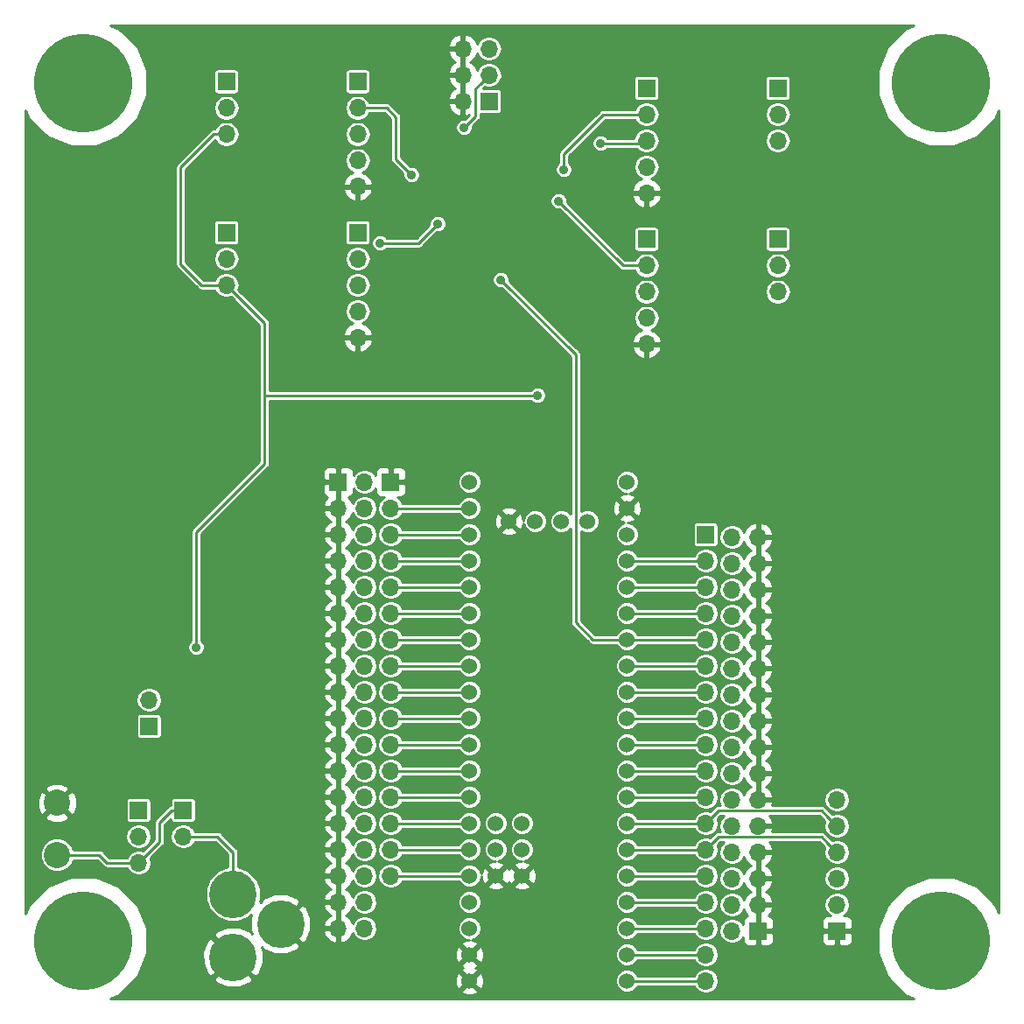
<source format=gbr>
G04 #@! TF.GenerationSoftware,KiCad,Pcbnew,(5.0.2)-1*
G04 #@! TF.CreationDate,2019-02-27T20:45:44-05:00*
G04 #@! TF.ProjectId,Blue-Pill-Board,426c7565-2d50-4696-9c6c-2d426f617264,X1*
G04 #@! TF.SameCoordinates,Original*
G04 #@! TF.FileFunction,Copper,L2,Bot*
G04 #@! TF.FilePolarity,Positive*
%FSLAX46Y46*%
G04 Gerber Fmt 4.6, Leading zero omitted, Abs format (unit mm)*
G04 Created by KiCad (PCBNEW (5.0.2)-1) date 2/27/2019 8:45:44 PM*
%MOMM*%
%LPD*%
G01*
G04 APERTURE LIST*
G04 #@! TA.AperFunction,ComponentPad*
%ADD10C,9.525000*%
G04 #@! TD*
G04 #@! TA.AperFunction,ComponentPad*
%ADD11C,4.600000*%
G04 #@! TD*
G04 #@! TA.AperFunction,ComponentPad*
%ADD12C,1.524000*%
G04 #@! TD*
G04 #@! TA.AperFunction,ComponentPad*
%ADD13R,1.700000X1.700000*%
G04 #@! TD*
G04 #@! TA.AperFunction,ComponentPad*
%ADD14O,1.700000X1.700000*%
G04 #@! TD*
G04 #@! TA.AperFunction,ComponentPad*
%ADD15C,2.540000*%
G04 #@! TD*
G04 #@! TA.AperFunction,ViaPad*
%ADD16C,0.889000*%
G04 #@! TD*
G04 #@! TA.AperFunction,Conductor*
%ADD17C,0.254000*%
G04 #@! TD*
G04 APERTURE END LIST*
D10*
G04 #@! TO.P,MTG1,1*
G04 #@! TO.N,N/C*
X16000000Y-16000000D03*
G04 #@! TD*
G04 #@! TO.P,MTG2,1*
G04 #@! TO.N,N/C*
X99000000Y-16000000D03*
G04 #@! TD*
G04 #@! TO.P,MTG3,1*
G04 #@! TO.N,N/C*
X16000000Y-99000000D03*
G04 #@! TD*
G04 #@! TO.P,MTG?1,1*
G04 #@! TO.N,N/C*
X99000000Y-99000000D03*
G04 #@! TD*
D11*
G04 #@! TO.P,J1,2*
G04 #@! TO.N,GND*
X30480000Y-100584000D03*
G04 #@! TO.P,J1,1*
G04 #@! TO.N,/DCIN*
X30480000Y-94484000D03*
G04 #@! TO.P,J1,3*
G04 #@! TO.N,GND*
X35080000Y-97384000D03*
G04 #@! TD*
D12*
G04 #@! TO.P,U1,PB12*
G04 #@! TO.N,Net-(P13-Pad18)*
X68580000Y-102870000D03*
G04 #@! TO.P,U1,PB13*
G04 #@! TO.N,Net-(P13-Pad17)*
X68580000Y-100330000D03*
G04 #@! TO.P,U1,PB14*
G04 #@! TO.N,Net-(P13-Pad16)*
X68580000Y-97790000D03*
G04 #@! TO.P,U1,PB15*
G04 #@! TO.N,Net-(P13-Pad15)*
X68580000Y-95250000D03*
G04 #@! TO.P,U1,PA8*
G04 #@! TO.N,Net-(P13-Pad14)*
X68580000Y-92710000D03*
G04 #@! TO.P,U1,PA9*
G04 #@! TO.N,/STM_TX*
X68580000Y-90170000D03*
G04 #@! TO.P,U1,PA10*
G04 #@! TO.N,/STM_RX*
X68580000Y-87630000D03*
G04 #@! TO.P,U1,PA11*
G04 #@! TO.N,Net-(P13-Pad11)*
X68580000Y-85090000D03*
G04 #@! TO.P,U1,PA12*
G04 #@! TO.N,Net-(P13-Pad10)*
X68580000Y-82550000D03*
G04 #@! TO.P,U1,PA15*
G04 #@! TO.N,Net-(P13-Pad9)*
X68580000Y-80010000D03*
G04 #@! TO.P,U1,PB3*
G04 #@! TO.N,Net-(P13-Pad8)*
X68580000Y-77470000D03*
G04 #@! TO.P,U1,PB4*
G04 #@! TO.N,Net-(P13-Pad7)*
X68580000Y-74930000D03*
G04 #@! TO.P,U1,PB5*
G04 #@! TO.N,Net-(P13-Pad6)*
X68580000Y-72390000D03*
G04 #@! TO.P,U1,PB6*
G04 #@! TO.N,/STM_SCL*
X68580000Y-69850000D03*
G04 #@! TO.P,U1,PB7*
G04 #@! TO.N,/STM_SDA*
X68580000Y-67310000D03*
G04 #@! TO.P,U1,PB8*
G04 #@! TO.N,/STM_INT*
X68580000Y-64770000D03*
G04 #@! TO.P,U1,PB9*
G04 #@! TO.N,Net-(P13-Pad2)*
X68580000Y-62230000D03*
G04 #@! TO.P,U1,G*
G04 #@! TO.N,GND*
X68580000Y-57150000D03*
G04 #@! TO.P,U1,3V3*
G04 #@! TO.N,+3V3*
X68580000Y-54610000D03*
G04 #@! TO.P,U1,VBAT*
G04 #@! TO.N,N/C*
X53340000Y-54610000D03*
G04 #@! TO.P,U1,PC13*
G04 #@! TO.N,Net-(P12-Pad2)*
X53340000Y-57150000D03*
G04 #@! TO.P,U1,PC14*
G04 #@! TO.N,Net-(P12-Pad3)*
X53340000Y-59690000D03*
G04 #@! TO.P,U1,PC15*
G04 #@! TO.N,Net-(P12-Pad4)*
X53340000Y-62230000D03*
G04 #@! TO.P,U1,PA0*
G04 #@! TO.N,Net-(P12-Pad5)*
X53340000Y-64770000D03*
G04 #@! TO.P,U1,PA1*
G04 #@! TO.N,Net-(P12-Pad6)*
X53340000Y-67310000D03*
G04 #@! TO.P,U1,PA2*
G04 #@! TO.N,Net-(P12-Pad7)*
X53340000Y-69850000D03*
G04 #@! TO.P,U1,PA3*
G04 #@! TO.N,Net-(P12-Pad8)*
X53340000Y-72390000D03*
G04 #@! TO.P,U1,PA4*
G04 #@! TO.N,Net-(P12-Pad9)*
X53340000Y-74930000D03*
G04 #@! TO.P,U1,PA5*
G04 #@! TO.N,Net-(P12-Pad10)*
X53340000Y-77470000D03*
G04 #@! TO.P,U1,PA6*
G04 #@! TO.N,Net-(P12-Pad11)*
X53340000Y-80010000D03*
G04 #@! TO.P,U1,PA7*
G04 #@! TO.N,Net-(P12-Pad12)*
X53340000Y-82550000D03*
G04 #@! TO.P,U1,PB0*
G04 #@! TO.N,Net-(P12-Pad13)*
X53340000Y-85090000D03*
G04 #@! TO.P,U1,PB1*
G04 #@! TO.N,Net-(P12-Pad14)*
X53340000Y-87630000D03*
G04 #@! TO.P,U1,PB10*
G04 #@! TO.N,Net-(P12-Pad15)*
X53340000Y-90170000D03*
G04 #@! TO.P,U1,PB11*
G04 #@! TO.N,Net-(P12-Pad16)*
X53340000Y-92710000D03*
G04 #@! TO.P,U1,NRST*
G04 #@! TO.N,N/C*
X53340000Y-95250000D03*
G04 #@! TO.P,U1,3V3*
G04 #@! TO.N,+3V3*
X53340000Y-97790000D03*
G04 #@! TO.P,U1,G*
G04 #@! TO.N,GND*
X53340000Y-100330000D03*
X53340000Y-102870000D03*
G04 #@! TO.P,U1,3V3*
G04 #@! TO.N,+3V3*
X64770000Y-58420000D03*
G04 #@! TO.P,U1,PA13*
G04 #@! TO.N,N/C*
X62230000Y-58420000D03*
G04 #@! TO.P,U1,PA14*
X59690000Y-58420000D03*
G04 #@! TO.P,U1,G*
G04 #@! TO.N,GND*
X57150000Y-58420000D03*
X55880000Y-92710000D03*
G04 #@! TO.P,U1,BOOT*
G04 #@! TO.N,N/C*
X55880000Y-90170000D03*
G04 #@! TO.P,U1,3V3*
G04 #@! TO.N,+3V3*
X55880000Y-87630000D03*
G04 #@! TO.P,U1,G*
G04 #@! TO.N,GND*
X58420000Y-92710000D03*
G04 #@! TO.P,U1,PB2*
G04 #@! TO.N,N/C*
X58420000Y-90170000D03*
G04 #@! TO.P,U1,3V3*
G04 #@! TO.N,+3V3*
X58420000Y-87630000D03*
G04 #@! TO.P,U1,5V*
G04 #@! TO.N,+5V*
X68580000Y-59690000D03*
G04 #@! TD*
D13*
G04 #@! TO.P,J2,1*
G04 #@! TO.N,GND*
X88900000Y-98044000D03*
D14*
G04 #@! TO.P,J2,2*
G04 #@! TO.N,N/C*
X88900000Y-95504000D03*
G04 #@! TO.P,J2,3*
G04 #@! TO.N,Net-(J2-Pad3)*
X88900000Y-92964000D03*
G04 #@! TO.P,J2,4*
G04 #@! TO.N,/STM_TX*
X88900000Y-90424000D03*
G04 #@! TO.P,J2,5*
G04 #@! TO.N,/STM_RX*
X88900000Y-87884000D03*
G04 #@! TO.P,J2,6*
G04 #@! TO.N,N/C*
X88900000Y-85344000D03*
G04 #@! TD*
D13*
G04 #@! TO.P,J3,1*
G04 #@! TO.N,+5V*
X25654000Y-86360000D03*
D14*
G04 #@! TO.P,J3,2*
G04 #@! TO.N,/DCIN*
X25654000Y-88900000D03*
G04 #@! TD*
D15*
G04 #@! TO.P,J4,1*
G04 #@! TO.N,+5V*
X13462000Y-90678000D03*
G04 #@! TO.P,J4,2*
G04 #@! TO.N,GND*
X13462000Y-85678000D03*
G04 #@! TD*
D13*
G04 #@! TO.P,J5,1*
G04 #@! TO.N,+3V3*
X21336000Y-86360000D03*
D14*
G04 #@! TO.P,J5,2*
G04 #@! TO.N,Net-(J2-Pad3)*
X21336000Y-88900000D03*
G04 #@! TO.P,J5,3*
G04 #@! TO.N,+5V*
X21336000Y-91440000D03*
G04 #@! TD*
D13*
G04 #@! TO.P,P1,1*
G04 #@! TO.N,+3V3*
X22352000Y-78232000D03*
D14*
G04 #@! TO.P,P1,2*
G04 #@! TO.N,/VO3*
X22352000Y-75692000D03*
G04 #@! TD*
D13*
G04 #@! TO.P,P10,1*
G04 #@! TO.N,Net-(P10-Pad1)*
X55245000Y-17780000D03*
D14*
G04 #@! TO.P,P10,2*
G04 #@! TO.N,GND*
X52705000Y-17780000D03*
G04 #@! TO.P,P10,3*
G04 #@! TO.N,Net-(P10-Pad3)*
X55245000Y-15240000D03*
G04 #@! TO.P,P10,4*
G04 #@! TO.N,GND*
X52705000Y-15240000D03*
G04 #@! TO.P,P10,5*
G04 #@! TO.N,Net-(P10-Pad5)*
X55245000Y-12700000D03*
G04 #@! TO.P,P10,6*
G04 #@! TO.N,GND*
X52705000Y-12700000D03*
G04 #@! TD*
D13*
G04 #@! TO.P,P11,1*
G04 #@! TO.N,GND*
X81280000Y-98044000D03*
D14*
G04 #@! TO.P,P11,2*
G04 #@! TO.N,+3V3*
X78740000Y-98044000D03*
G04 #@! TO.P,P11,3*
G04 #@! TO.N,GND*
X81280000Y-95504000D03*
G04 #@! TO.P,P11,4*
G04 #@! TO.N,+3V3*
X78740000Y-95504000D03*
G04 #@! TO.P,P11,5*
G04 #@! TO.N,GND*
X81280000Y-92964000D03*
G04 #@! TO.P,P11,6*
G04 #@! TO.N,+3V3*
X78740000Y-92964000D03*
G04 #@! TO.P,P11,7*
G04 #@! TO.N,GND*
X81280000Y-90424000D03*
G04 #@! TO.P,P11,8*
G04 #@! TO.N,+3V3*
X78740000Y-90424000D03*
G04 #@! TO.P,P11,9*
G04 #@! TO.N,GND*
X81280000Y-87884000D03*
G04 #@! TO.P,P11,10*
G04 #@! TO.N,+3V3*
X78740000Y-87884000D03*
G04 #@! TO.P,P11,11*
G04 #@! TO.N,GND*
X81280000Y-85344000D03*
G04 #@! TO.P,P11,12*
G04 #@! TO.N,+3V3*
X78740000Y-85344000D03*
G04 #@! TO.P,P11,13*
G04 #@! TO.N,GND*
X81280000Y-82804000D03*
G04 #@! TO.P,P11,14*
G04 #@! TO.N,+3V3*
X78740000Y-82804000D03*
G04 #@! TO.P,P11,15*
G04 #@! TO.N,GND*
X81280000Y-80264000D03*
G04 #@! TO.P,P11,16*
G04 #@! TO.N,+3V3*
X78740000Y-80264000D03*
G04 #@! TO.P,P11,17*
G04 #@! TO.N,GND*
X81280000Y-77724000D03*
G04 #@! TO.P,P11,18*
G04 #@! TO.N,+3V3*
X78740000Y-77724000D03*
G04 #@! TO.P,P11,19*
G04 #@! TO.N,GND*
X81280000Y-75184000D03*
G04 #@! TO.P,P11,20*
G04 #@! TO.N,+3V3*
X78740000Y-75184000D03*
G04 #@! TO.P,P11,21*
G04 #@! TO.N,GND*
X81280000Y-72644000D03*
G04 #@! TO.P,P11,22*
G04 #@! TO.N,+3V3*
X78740000Y-72644000D03*
G04 #@! TO.P,P11,23*
G04 #@! TO.N,GND*
X81280000Y-70104000D03*
G04 #@! TO.P,P11,24*
G04 #@! TO.N,+3V3*
X78740000Y-70104000D03*
G04 #@! TO.P,P11,25*
G04 #@! TO.N,GND*
X81280000Y-67564000D03*
G04 #@! TO.P,P11,26*
G04 #@! TO.N,+3V3*
X78740000Y-67564000D03*
G04 #@! TO.P,P11,27*
G04 #@! TO.N,GND*
X81280000Y-65024000D03*
G04 #@! TO.P,P11,28*
G04 #@! TO.N,+3V3*
X78740000Y-65024000D03*
G04 #@! TO.P,P11,29*
G04 #@! TO.N,GND*
X81280000Y-62484000D03*
G04 #@! TO.P,P11,30*
G04 #@! TO.N,+3V3*
X78740000Y-62484000D03*
G04 #@! TO.P,P11,31*
G04 #@! TO.N,GND*
X81280000Y-59944000D03*
G04 #@! TO.P,P11,32*
G04 #@! TO.N,+3V3*
X78740000Y-59944000D03*
G04 #@! TD*
D13*
G04 #@! TO.P,P12,1*
G04 #@! TO.N,GND*
X45720000Y-54610000D03*
D14*
G04 #@! TO.P,P12,2*
G04 #@! TO.N,Net-(P12-Pad2)*
X45720000Y-57150000D03*
G04 #@! TO.P,P12,3*
G04 #@! TO.N,Net-(P12-Pad3)*
X45720000Y-59690000D03*
G04 #@! TO.P,P12,4*
G04 #@! TO.N,Net-(P12-Pad4)*
X45720000Y-62230000D03*
G04 #@! TO.P,P12,5*
G04 #@! TO.N,Net-(P12-Pad5)*
X45720000Y-64770000D03*
G04 #@! TO.P,P12,6*
G04 #@! TO.N,Net-(P12-Pad6)*
X45720000Y-67310000D03*
G04 #@! TO.P,P12,7*
G04 #@! TO.N,Net-(P12-Pad7)*
X45720000Y-69850000D03*
G04 #@! TO.P,P12,8*
G04 #@! TO.N,Net-(P12-Pad8)*
X45720000Y-72390000D03*
G04 #@! TO.P,P12,9*
G04 #@! TO.N,Net-(P12-Pad9)*
X45720000Y-74930000D03*
G04 #@! TO.P,P12,10*
G04 #@! TO.N,Net-(P12-Pad10)*
X45720000Y-77470000D03*
G04 #@! TO.P,P12,11*
G04 #@! TO.N,Net-(P12-Pad11)*
X45720000Y-80010000D03*
G04 #@! TO.P,P12,12*
G04 #@! TO.N,Net-(P12-Pad12)*
X45720000Y-82550000D03*
G04 #@! TO.P,P12,13*
G04 #@! TO.N,Net-(P12-Pad13)*
X45720000Y-85090000D03*
G04 #@! TO.P,P12,14*
G04 #@! TO.N,Net-(P12-Pad14)*
X45720000Y-87630000D03*
G04 #@! TO.P,P12,15*
G04 #@! TO.N,Net-(P12-Pad15)*
X45720000Y-90170000D03*
G04 #@! TO.P,P12,16*
G04 #@! TO.N,Net-(P12-Pad16)*
X45720000Y-92710000D03*
G04 #@! TD*
D13*
G04 #@! TO.P,P14,1*
G04 #@! TO.N,GND*
X40640000Y-54610000D03*
D14*
G04 #@! TO.P,P14,2*
G04 #@! TO.N,+3V3*
X43180000Y-54610000D03*
G04 #@! TO.P,P14,3*
G04 #@! TO.N,GND*
X40640000Y-57150000D03*
G04 #@! TO.P,P14,4*
G04 #@! TO.N,+3V3*
X43180000Y-57150000D03*
G04 #@! TO.P,P14,5*
G04 #@! TO.N,GND*
X40640000Y-59690000D03*
G04 #@! TO.P,P14,6*
G04 #@! TO.N,+3V3*
X43180000Y-59690000D03*
G04 #@! TO.P,P14,7*
G04 #@! TO.N,GND*
X40640000Y-62230000D03*
G04 #@! TO.P,P14,8*
G04 #@! TO.N,+3V3*
X43180000Y-62230000D03*
G04 #@! TO.P,P14,9*
G04 #@! TO.N,GND*
X40640000Y-64770000D03*
G04 #@! TO.P,P14,10*
G04 #@! TO.N,+3V3*
X43180000Y-64770000D03*
G04 #@! TO.P,P14,11*
G04 #@! TO.N,GND*
X40640000Y-67310000D03*
G04 #@! TO.P,P14,12*
G04 #@! TO.N,+3V3*
X43180000Y-67310000D03*
G04 #@! TO.P,P14,13*
G04 #@! TO.N,GND*
X40640000Y-69850000D03*
G04 #@! TO.P,P14,14*
G04 #@! TO.N,+3V3*
X43180000Y-69850000D03*
G04 #@! TO.P,P14,15*
G04 #@! TO.N,GND*
X40640000Y-72390000D03*
G04 #@! TO.P,P14,16*
G04 #@! TO.N,+3V3*
X43180000Y-72390000D03*
G04 #@! TO.P,P14,17*
G04 #@! TO.N,GND*
X40640000Y-74930000D03*
G04 #@! TO.P,P14,18*
G04 #@! TO.N,+3V3*
X43180000Y-74930000D03*
G04 #@! TO.P,P14,19*
G04 #@! TO.N,GND*
X40640000Y-77470000D03*
G04 #@! TO.P,P14,20*
G04 #@! TO.N,+3V3*
X43180000Y-77470000D03*
G04 #@! TO.P,P14,21*
G04 #@! TO.N,GND*
X40640000Y-80010000D03*
G04 #@! TO.P,P14,22*
G04 #@! TO.N,+3V3*
X43180000Y-80010000D03*
G04 #@! TO.P,P14,23*
G04 #@! TO.N,GND*
X40640000Y-82550000D03*
G04 #@! TO.P,P14,24*
G04 #@! TO.N,+3V3*
X43180000Y-82550000D03*
G04 #@! TO.P,P14,25*
G04 #@! TO.N,GND*
X40640000Y-85090000D03*
G04 #@! TO.P,P14,26*
G04 #@! TO.N,+3V3*
X43180000Y-85090000D03*
G04 #@! TO.P,P14,27*
G04 #@! TO.N,GND*
X40640000Y-87630000D03*
G04 #@! TO.P,P14,28*
G04 #@! TO.N,+3V3*
X43180000Y-87630000D03*
G04 #@! TO.P,P14,29*
G04 #@! TO.N,GND*
X40640000Y-90170000D03*
G04 #@! TO.P,P14,30*
G04 #@! TO.N,+3V3*
X43180000Y-90170000D03*
G04 #@! TO.P,P14,31*
G04 #@! TO.N,GND*
X40640000Y-92710000D03*
G04 #@! TO.P,P14,32*
G04 #@! TO.N,+3V3*
X43180000Y-92710000D03*
G04 #@! TO.P,P14,33*
G04 #@! TO.N,GND*
X40640000Y-95250000D03*
G04 #@! TO.P,P14,34*
G04 #@! TO.N,+3V3*
X43180000Y-95250000D03*
G04 #@! TO.P,P14,35*
G04 #@! TO.N,GND*
X40640000Y-97790000D03*
G04 #@! TO.P,P14,36*
G04 #@! TO.N,+3V3*
X43180000Y-97790000D03*
G04 #@! TD*
D13*
G04 #@! TO.P,P13,1*
G04 #@! TO.N,N/C*
X76200000Y-59690000D03*
D14*
G04 #@! TO.P,P13,2*
G04 #@! TO.N,Net-(P13-Pad2)*
X76200000Y-62230000D03*
G04 #@! TO.P,P13,3*
G04 #@! TO.N,/STM_INT*
X76200000Y-64770000D03*
G04 #@! TO.P,P13,4*
G04 #@! TO.N,/STM_SDA*
X76200000Y-67310000D03*
G04 #@! TO.P,P13,5*
G04 #@! TO.N,/STM_SCL*
X76200000Y-69850000D03*
G04 #@! TO.P,P13,6*
G04 #@! TO.N,Net-(P13-Pad6)*
X76200000Y-72390000D03*
G04 #@! TO.P,P13,7*
G04 #@! TO.N,Net-(P13-Pad7)*
X76200000Y-74930000D03*
G04 #@! TO.P,P13,8*
G04 #@! TO.N,Net-(P13-Pad8)*
X76200000Y-77470000D03*
G04 #@! TO.P,P13,9*
G04 #@! TO.N,Net-(P13-Pad9)*
X76200000Y-80010000D03*
G04 #@! TO.P,P13,10*
G04 #@! TO.N,Net-(P13-Pad10)*
X76200000Y-82550000D03*
G04 #@! TO.P,P13,11*
G04 #@! TO.N,Net-(P13-Pad11)*
X76200000Y-85090000D03*
G04 #@! TO.P,P13,12*
G04 #@! TO.N,/STM_RX*
X76200000Y-87630000D03*
G04 #@! TO.P,P13,13*
G04 #@! TO.N,/STM_TX*
X76200000Y-90170000D03*
G04 #@! TO.P,P13,14*
G04 #@! TO.N,Net-(P13-Pad14)*
X76200000Y-92710000D03*
G04 #@! TO.P,P13,15*
G04 #@! TO.N,Net-(P13-Pad15)*
X76200000Y-95250000D03*
G04 #@! TO.P,P13,16*
G04 #@! TO.N,Net-(P13-Pad16)*
X76200000Y-97790000D03*
G04 #@! TO.P,P13,17*
G04 #@! TO.N,Net-(P13-Pad17)*
X76200000Y-100330000D03*
G04 #@! TO.P,P13,18*
G04 #@! TO.N,Net-(P13-Pad18)*
X76200000Y-102870000D03*
G04 #@! TD*
D13*
G04 #@! TO.P,P2,1*
G04 #@! TO.N,+3V3*
X29845000Y-15875000D03*
D14*
G04 #@! TO.P,P2,2*
G04 #@! TO.N,Net-(P2-Pad2)*
X29845000Y-18415000D03*
G04 #@! TO.P,P2,3*
G04 #@! TO.N,+5V*
X29845000Y-20955000D03*
G04 #@! TD*
G04 #@! TO.P,P3,3*
G04 #@! TO.N,+5V*
X83185000Y-21590000D03*
G04 #@! TO.P,P3,2*
G04 #@! TO.N,Net-(P3-Pad2)*
X83185000Y-19050000D03*
D13*
G04 #@! TO.P,P3,1*
G04 #@! TO.N,+3V3*
X83185000Y-16510000D03*
G04 #@! TD*
D14*
G04 #@! TO.P,P4,3*
G04 #@! TO.N,+5V*
X29845000Y-35560000D03*
G04 #@! TO.P,P4,2*
G04 #@! TO.N,Net-(P4-Pad2)*
X29845000Y-33020000D03*
D13*
G04 #@! TO.P,P4,1*
G04 #@! TO.N,+3V3*
X29845000Y-30480000D03*
G04 #@! TD*
G04 #@! TO.P,P5,1*
G04 #@! TO.N,+3V3*
X83185000Y-31115000D03*
D14*
G04 #@! TO.P,P5,2*
G04 #@! TO.N,Net-(P5-Pad2)*
X83185000Y-33655000D03*
G04 #@! TO.P,P5,3*
G04 #@! TO.N,+5V*
X83185000Y-36195000D03*
G04 #@! TD*
D13*
G04 #@! TO.P,P6,1*
G04 #@! TO.N,Net-(P6-Pad1)*
X42545000Y-15875000D03*
D14*
G04 #@! TO.P,P6,2*
G04 #@! TO.N,Net-(P6-Pad2)*
X42545000Y-18415000D03*
G04 #@! TO.P,P6,3*
G04 #@! TO.N,Net-(P6-Pad3)*
X42545000Y-20955000D03*
G04 #@! TO.P,P6,4*
G04 #@! TO.N,Net-(P2-Pad2)*
X42545000Y-23495000D03*
G04 #@! TO.P,P6,5*
G04 #@! TO.N,GND*
X42545000Y-26035000D03*
G04 #@! TD*
G04 #@! TO.P,P7,5*
G04 #@! TO.N,GND*
X42545000Y-40640000D03*
G04 #@! TO.P,P7,4*
G04 #@! TO.N,Net-(P4-Pad2)*
X42545000Y-38100000D03*
G04 #@! TO.P,P7,3*
G04 #@! TO.N,Net-(P7-Pad3)*
X42545000Y-35560000D03*
G04 #@! TO.P,P7,2*
G04 #@! TO.N,Net-(P7-Pad2)*
X42545000Y-33020000D03*
D13*
G04 #@! TO.P,P7,1*
G04 #@! TO.N,Net-(P7-Pad1)*
X42545000Y-30480000D03*
G04 #@! TD*
G04 #@! TO.P,P8,1*
G04 #@! TO.N,Net-(P8-Pad1)*
X70485000Y-31115000D03*
D14*
G04 #@! TO.P,P8,2*
G04 #@! TO.N,Net-(P8-Pad2)*
X70485000Y-33655000D03*
G04 #@! TO.P,P8,3*
G04 #@! TO.N,Net-(P8-Pad3)*
X70485000Y-36195000D03*
G04 #@! TO.P,P8,4*
G04 #@! TO.N,Net-(P5-Pad2)*
X70485000Y-38735000D03*
G04 #@! TO.P,P8,5*
G04 #@! TO.N,GND*
X70485000Y-41275000D03*
G04 #@! TD*
G04 #@! TO.P,P9,5*
G04 #@! TO.N,GND*
X70485000Y-26670000D03*
G04 #@! TO.P,P9,4*
G04 #@! TO.N,Net-(P3-Pad2)*
X70485000Y-24130000D03*
G04 #@! TO.P,P9,3*
G04 #@! TO.N,Net-(P9-Pad3)*
X70485000Y-21590000D03*
G04 #@! TO.P,P9,2*
G04 #@! TO.N,Net-(P9-Pad2)*
X70485000Y-19050000D03*
D13*
G04 #@! TO.P,P9,1*
G04 #@! TO.N,Net-(P9-Pad1)*
X70485000Y-16510000D03*
G04 #@! TD*
D16*
G04 #@! TO.N,+5V*
X59944000Y-46228000D03*
X26924000Y-70612000D03*
G04 #@! TO.N,GND*
X53848000Y-29464000D03*
G04 #@! TO.N,Net-(P10-Pad3)*
X52832000Y-20320000D03*
G04 #@! TO.N,/STM_SCL*
X56388000Y-35052000D03*
G04 #@! TO.N,Net-(P6-Pad2)*
X47752000Y-24892000D03*
G04 #@! TO.N,Net-(P7-Pad2)*
X44704000Y-31496000D03*
X50292000Y-29634882D03*
G04 #@! TO.N,Net-(P8-Pad2)*
X61976000Y-27432000D03*
G04 #@! TO.N,Net-(P9-Pad2)*
X62484000Y-24384000D03*
G04 #@! TO.N,Net-(P9-Pad3)*
X66040000Y-21844000D03*
G04 #@! TD*
D17*
G04 #@! TO.N,+5V*
X27432000Y-35560000D02*
X29845000Y-35560000D01*
X25400000Y-33528000D02*
X27432000Y-35560000D01*
X25400000Y-24197919D02*
X25400000Y-33528000D01*
X29845000Y-20955000D02*
X28642919Y-20955000D01*
X28642919Y-20955000D02*
X25400000Y-24197919D01*
X59944000Y-46228000D02*
X33528000Y-46228000D01*
X33528000Y-39243000D02*
X29845000Y-35560000D01*
X33528000Y-46228000D02*
X33528000Y-39243000D01*
X33528000Y-46228000D02*
X33528000Y-52832000D01*
X33528000Y-52832000D02*
X26924000Y-59436000D01*
X26924000Y-59436000D02*
X26924000Y-70612000D01*
X24550000Y-86360000D02*
X25654000Y-86360000D01*
X23368000Y-87542000D02*
X24550000Y-86360000D01*
X23368000Y-89408000D02*
X23368000Y-87542000D01*
X21336000Y-91440000D02*
X23368000Y-89408000D01*
X21336000Y-91440000D02*
X18288000Y-91440000D01*
X17526000Y-90678000D02*
X13462000Y-90678000D01*
X18288000Y-91440000D02*
X17526000Y-90678000D01*
G04 #@! TO.N,/STM_TX*
X76200000Y-90170000D02*
X68580000Y-90170000D01*
X88050001Y-89574001D02*
X88900000Y-90424000D01*
X87414999Y-88938999D02*
X88050001Y-89574001D01*
X77431001Y-88938999D02*
X87414999Y-88938999D01*
X76200000Y-90170000D02*
X77431001Y-88938999D01*
G04 #@! TO.N,/STM_RX*
X68580000Y-87630000D02*
X76200000Y-87630000D01*
X88050001Y-87034001D02*
X88900000Y-87884000D01*
X87414999Y-86398999D02*
X88050001Y-87034001D01*
X77431001Y-86398999D02*
X87414999Y-86398999D01*
X76200000Y-87630000D02*
X77431001Y-86398999D01*
G04 #@! TO.N,/DCIN*
X30480000Y-94484000D02*
X30480000Y-90424000D01*
X28956000Y-88900000D02*
X25654000Y-88900000D01*
X30480000Y-90424000D02*
X28956000Y-88900000D01*
G04 #@! TO.N,Net-(P10-Pad3)*
X54395001Y-16089999D02*
X55245000Y-15240000D01*
X53936001Y-16548999D02*
X54395001Y-16089999D01*
X53936001Y-19215999D02*
X53936001Y-16548999D01*
X52832000Y-20320000D02*
X53936001Y-19215999D01*
G04 #@! TO.N,Net-(P12-Pad2)*
X45720000Y-57150000D02*
X53340000Y-57150000D01*
G04 #@! TO.N,Net-(P12-Pad3)*
X45720000Y-59690000D02*
X53340000Y-59690000D01*
G04 #@! TO.N,Net-(P12-Pad4)*
X45720000Y-62230000D02*
X53340000Y-62230000D01*
G04 #@! TO.N,Net-(P12-Pad5)*
X45720000Y-64770000D02*
X53340000Y-64770000D01*
G04 #@! TO.N,Net-(P12-Pad6)*
X45720000Y-67310000D02*
X53340000Y-67310000D01*
G04 #@! TO.N,Net-(P12-Pad7)*
X45720000Y-69850000D02*
X53340000Y-69850000D01*
G04 #@! TO.N,Net-(P12-Pad8)*
X45720000Y-72390000D02*
X53340000Y-72390000D01*
G04 #@! TO.N,Net-(P12-Pad9)*
X45720000Y-74930000D02*
X53340000Y-74930000D01*
G04 #@! TO.N,Net-(P12-Pad10)*
X45720000Y-77470000D02*
X53340000Y-77470000D01*
G04 #@! TO.N,Net-(P12-Pad11)*
X45720000Y-80010000D02*
X53340000Y-80010000D01*
G04 #@! TO.N,Net-(P12-Pad12)*
X45720000Y-82550000D02*
X53340000Y-82550000D01*
G04 #@! TO.N,Net-(P12-Pad13)*
X45720000Y-85090000D02*
X53340000Y-85090000D01*
G04 #@! TO.N,Net-(P12-Pad14)*
X53340000Y-87630000D02*
X45720000Y-87630000D01*
G04 #@! TO.N,Net-(P12-Pad15)*
X45720000Y-90170000D02*
X53340000Y-90170000D01*
G04 #@! TO.N,Net-(P12-Pad16)*
X45720000Y-92710000D02*
X53340000Y-92710000D01*
G04 #@! TO.N,Net-(P13-Pad2)*
X68580000Y-62230000D02*
X76200000Y-62230000D01*
G04 #@! TO.N,/STM_INT*
X68580000Y-64770000D02*
X76200000Y-64770000D01*
G04 #@! TO.N,/STM_SDA*
X68580000Y-67310000D02*
X76200000Y-67310000D01*
G04 #@! TO.N,/STM_SCL*
X76200000Y-69850000D02*
X68580000Y-69850000D01*
X65278000Y-69850000D02*
X68580000Y-69850000D01*
X63626999Y-68198999D02*
X65278000Y-69850000D01*
X56388000Y-35052000D02*
X63626999Y-42290999D01*
X63626999Y-42290999D02*
X63626999Y-68198999D01*
G04 #@! TO.N,Net-(P13-Pad6)*
X68580000Y-72390000D02*
X76200000Y-72390000D01*
G04 #@! TO.N,Net-(P13-Pad7)*
X76200000Y-74930000D02*
X68580000Y-74930000D01*
G04 #@! TO.N,Net-(P13-Pad8)*
X68580000Y-77470000D02*
X76200000Y-77470000D01*
G04 #@! TO.N,Net-(P13-Pad9)*
X76200000Y-80010000D02*
X68580000Y-80010000D01*
G04 #@! TO.N,Net-(P13-Pad10)*
X68580000Y-82550000D02*
X76200000Y-82550000D01*
G04 #@! TO.N,Net-(P13-Pad11)*
X76200000Y-85090000D02*
X68580000Y-85090000D01*
G04 #@! TO.N,Net-(P13-Pad14)*
X68580000Y-92710000D02*
X76200000Y-92710000D01*
G04 #@! TO.N,Net-(P13-Pad15)*
X68580000Y-95250000D02*
X76200000Y-95250000D01*
G04 #@! TO.N,Net-(P13-Pad16)*
X76200000Y-97790000D02*
X68580000Y-97790000D01*
G04 #@! TO.N,Net-(P13-Pad17)*
X68580000Y-100330000D02*
X76200000Y-100330000D01*
G04 #@! TO.N,Net-(P13-Pad18)*
X76200000Y-102870000D02*
X68580000Y-102870000D01*
G04 #@! TO.N,Net-(P6-Pad2)*
X47752000Y-24892000D02*
X46228000Y-23368000D01*
X46228000Y-23368000D02*
X46228000Y-19304000D01*
X45339000Y-18415000D02*
X42545000Y-18415000D01*
X46228000Y-19304000D02*
X45339000Y-18415000D01*
G04 #@! TO.N,Net-(P7-Pad2)*
X48430882Y-31496000D02*
X50292000Y-29634882D01*
X44704000Y-31496000D02*
X48430882Y-31496000D01*
G04 #@! TO.N,Net-(P8-Pad2)*
X68199000Y-33655000D02*
X70485000Y-33655000D01*
X61976000Y-27432000D02*
X68199000Y-33655000D01*
G04 #@! TO.N,Net-(P9-Pad2)*
X70485000Y-19050000D02*
X66294000Y-19050000D01*
X66294000Y-19050000D02*
X62484000Y-22860000D01*
X62484000Y-22860000D02*
X62484000Y-24384000D01*
G04 #@! TO.N,Net-(P9-Pad3)*
X70231000Y-21844000D02*
X70485000Y-21590000D01*
X66040000Y-21844000D02*
X70231000Y-21844000D01*
G04 #@! TD*
G04 #@! TO.N,GND*
G36*
X95510923Y-10778228D02*
X93778228Y-12510923D01*
X92840500Y-14774799D01*
X92840500Y-17225201D01*
X93778228Y-19489077D01*
X95510923Y-21221772D01*
X97774799Y-22159500D01*
X100225201Y-22159500D01*
X102489077Y-21221772D01*
X104221772Y-19489077D01*
X104569000Y-18650794D01*
X104569001Y-90775387D01*
X104535100Y-96267363D01*
X104221772Y-95510923D01*
X102489077Y-93778228D01*
X100225201Y-92840500D01*
X97774799Y-92840500D01*
X95510923Y-93778228D01*
X93778228Y-95510923D01*
X92840500Y-97774799D01*
X92840500Y-100225201D01*
X93778228Y-102489077D01*
X95510923Y-104221772D01*
X96349206Y-104569000D01*
X18650794Y-104569000D01*
X19489077Y-104221772D01*
X19860636Y-103850213D01*
X52539392Y-103850213D01*
X52608857Y-104092397D01*
X53132302Y-104279144D01*
X53687368Y-104251362D01*
X54071143Y-104092397D01*
X54140608Y-103850213D01*
X53340000Y-103049605D01*
X52539392Y-103850213D01*
X19860636Y-103850213D01*
X21035296Y-102675553D01*
X28568052Y-102675553D01*
X28825383Y-103077451D01*
X29905536Y-103520843D01*
X31073145Y-103517127D01*
X32134617Y-103077451D01*
X32391948Y-102675553D01*
X32378697Y-102662302D01*
X51930856Y-102662302D01*
X51958638Y-103217368D01*
X52117603Y-103601143D01*
X52359787Y-103670608D01*
X53160395Y-102870000D01*
X53519605Y-102870000D01*
X54320213Y-103670608D01*
X54562397Y-103601143D01*
X54749144Y-103077698D01*
X54727369Y-102642643D01*
X67437000Y-102642643D01*
X67437000Y-103097357D01*
X67611011Y-103517458D01*
X67932542Y-103838989D01*
X68352643Y-104013000D01*
X68807357Y-104013000D01*
X69227458Y-103838989D01*
X69548989Y-103517458D01*
X69606754Y-103378000D01*
X75058925Y-103378000D01*
X75312499Y-103757501D01*
X75719688Y-104029576D01*
X76078761Y-104101000D01*
X76321239Y-104101000D01*
X76680312Y-104029576D01*
X77087501Y-103757501D01*
X77359576Y-103350312D01*
X77455116Y-102870000D01*
X77359576Y-102389688D01*
X77087501Y-101982499D01*
X76680312Y-101710424D01*
X76321239Y-101639000D01*
X76078761Y-101639000D01*
X75719688Y-101710424D01*
X75312499Y-101982499D01*
X75058925Y-102362000D01*
X69606754Y-102362000D01*
X69548989Y-102222542D01*
X69227458Y-101901011D01*
X68807357Y-101727000D01*
X68352643Y-101727000D01*
X67932542Y-101901011D01*
X67611011Y-102222542D01*
X67437000Y-102642643D01*
X54727369Y-102642643D01*
X54721362Y-102522632D01*
X54562397Y-102138857D01*
X54320213Y-102069392D01*
X53519605Y-102870000D01*
X53160395Y-102870000D01*
X52359787Y-102069392D01*
X52117603Y-102138857D01*
X51930856Y-102662302D01*
X32378697Y-102662302D01*
X30480000Y-100763605D01*
X28568052Y-102675553D01*
X21035296Y-102675553D01*
X21221772Y-102489077D01*
X22159500Y-100225201D01*
X22159500Y-100009536D01*
X27543157Y-100009536D01*
X27546873Y-101177145D01*
X27986549Y-102238617D01*
X28388447Y-102495948D01*
X30300395Y-100584000D01*
X28388447Y-98672052D01*
X27986549Y-98929383D01*
X27543157Y-100009536D01*
X22159500Y-100009536D01*
X22159500Y-97774799D01*
X21221772Y-95510923D01*
X19489077Y-93778228D01*
X17225201Y-92840500D01*
X14774799Y-92840500D01*
X12510923Y-93778228D01*
X10778228Y-95510923D01*
X10431000Y-96349206D01*
X10431000Y-90349596D01*
X11811000Y-90349596D01*
X11811000Y-91006404D01*
X12062350Y-91613216D01*
X12526784Y-92077650D01*
X13133596Y-92329000D01*
X13790404Y-92329000D01*
X14397216Y-92077650D01*
X14861650Y-91613216D01*
X15038609Y-91186000D01*
X17315580Y-91186000D01*
X17893414Y-91763835D01*
X17921753Y-91806247D01*
X17964165Y-91834586D01*
X17964167Y-91834588D01*
X18089788Y-91918525D01*
X18237968Y-91948000D01*
X18237972Y-91948000D01*
X18288000Y-91957951D01*
X18338028Y-91948000D01*
X20194925Y-91948000D01*
X20448499Y-92327501D01*
X20855688Y-92599576D01*
X21214761Y-92671000D01*
X21457239Y-92671000D01*
X21816312Y-92599576D01*
X22223501Y-92327501D01*
X22495576Y-91920312D01*
X22591116Y-91440000D01*
X22502072Y-90992348D01*
X23691836Y-89802585D01*
X23734247Y-89774247D01*
X23762586Y-89731835D01*
X23762588Y-89731833D01*
X23846525Y-89606212D01*
X23852932Y-89574000D01*
X23876000Y-89458032D01*
X23876000Y-89458028D01*
X23885951Y-89408000D01*
X23876000Y-89357972D01*
X23876000Y-88900000D01*
X24398884Y-88900000D01*
X24494424Y-89380312D01*
X24766499Y-89787501D01*
X25173688Y-90059576D01*
X25532761Y-90131000D01*
X25775239Y-90131000D01*
X26134312Y-90059576D01*
X26541501Y-89787501D01*
X26795075Y-89408000D01*
X28745580Y-89408000D01*
X29972001Y-90634421D01*
X29972001Y-91803000D01*
X29946716Y-91803000D01*
X28961335Y-92211158D01*
X28207158Y-92965335D01*
X27799000Y-93950716D01*
X27799000Y-95017284D01*
X28207158Y-96002665D01*
X28961335Y-96756842D01*
X29946716Y-97165000D01*
X31013284Y-97165000D01*
X31998665Y-96756842D01*
X32280462Y-96475045D01*
X32143157Y-96809536D01*
X32146873Y-97977145D01*
X32302366Y-98352538D01*
X32134617Y-98090549D01*
X31054464Y-97647157D01*
X29886855Y-97650873D01*
X28825383Y-98090549D01*
X28568052Y-98492447D01*
X30480000Y-100404395D01*
X30494143Y-100390253D01*
X30673748Y-100569858D01*
X30659605Y-100584000D01*
X32571553Y-102495948D01*
X32973451Y-102238617D01*
X33354551Y-101310213D01*
X52539392Y-101310213D01*
X52608857Y-101552397D01*
X52732344Y-101596453D01*
X52608857Y-101647603D01*
X52539392Y-101889787D01*
X53340000Y-102690395D01*
X54140608Y-101889787D01*
X54071143Y-101647603D01*
X53947656Y-101603547D01*
X54071143Y-101552397D01*
X54140608Y-101310213D01*
X53340000Y-100509605D01*
X52539392Y-101310213D01*
X33354551Y-101310213D01*
X33416843Y-101158464D01*
X33413127Y-99990855D01*
X33257634Y-99615462D01*
X33425383Y-99877451D01*
X34505536Y-100320843D01*
X35673145Y-100317127D01*
X36143494Y-100122302D01*
X51930856Y-100122302D01*
X51958638Y-100677368D01*
X52117603Y-101061143D01*
X52359787Y-101130608D01*
X53160395Y-100330000D01*
X53519605Y-100330000D01*
X54320213Y-101130608D01*
X54562397Y-101061143D01*
X54749144Y-100537698D01*
X54727369Y-100102643D01*
X67437000Y-100102643D01*
X67437000Y-100557357D01*
X67611011Y-100977458D01*
X67932542Y-101298989D01*
X68352643Y-101473000D01*
X68807357Y-101473000D01*
X69227458Y-101298989D01*
X69548989Y-100977458D01*
X69606754Y-100838000D01*
X75058925Y-100838000D01*
X75312499Y-101217501D01*
X75719688Y-101489576D01*
X76078761Y-101561000D01*
X76321239Y-101561000D01*
X76680312Y-101489576D01*
X77087501Y-101217501D01*
X77359576Y-100810312D01*
X77455116Y-100330000D01*
X77359576Y-99849688D01*
X77087501Y-99442499D01*
X76680312Y-99170424D01*
X76321239Y-99099000D01*
X76078761Y-99099000D01*
X75719688Y-99170424D01*
X75312499Y-99442499D01*
X75058925Y-99822000D01*
X69606754Y-99822000D01*
X69548989Y-99682542D01*
X69227458Y-99361011D01*
X68807357Y-99187000D01*
X68352643Y-99187000D01*
X67932542Y-99361011D01*
X67611011Y-99682542D01*
X67437000Y-100102643D01*
X54727369Y-100102643D01*
X54721362Y-99982632D01*
X54562397Y-99598857D01*
X54320213Y-99529392D01*
X53519605Y-100330000D01*
X53160395Y-100330000D01*
X52359787Y-99529392D01*
X52117603Y-99598857D01*
X51930856Y-100122302D01*
X36143494Y-100122302D01*
X36734617Y-99877451D01*
X36991948Y-99475553D01*
X35080000Y-97563605D01*
X35065858Y-97577748D01*
X34886253Y-97398143D01*
X34900395Y-97384000D01*
X35259605Y-97384000D01*
X37171553Y-99295948D01*
X37573451Y-99038617D01*
X37939496Y-98146890D01*
X39198524Y-98146890D01*
X39368355Y-98556924D01*
X39758642Y-98985183D01*
X40283108Y-99231486D01*
X40513000Y-99110819D01*
X40513000Y-97917000D01*
X39319845Y-97917000D01*
X39198524Y-98146890D01*
X37939496Y-98146890D01*
X38016843Y-97958464D01*
X38013127Y-96790855D01*
X37573451Y-95729383D01*
X37382143Y-95606890D01*
X39198524Y-95606890D01*
X39368355Y-96016924D01*
X39758642Y-96445183D01*
X39917954Y-96520000D01*
X39758642Y-96594817D01*
X39368355Y-97023076D01*
X39198524Y-97433110D01*
X39319845Y-97663000D01*
X40513000Y-97663000D01*
X40513000Y-95377000D01*
X39319845Y-95377000D01*
X39198524Y-95606890D01*
X37382143Y-95606890D01*
X37171553Y-95472052D01*
X35259605Y-97384000D01*
X34900395Y-97384000D01*
X34886253Y-97369858D01*
X35065858Y-97190253D01*
X35080000Y-97204395D01*
X36991948Y-95292447D01*
X36734617Y-94890549D01*
X35654464Y-94447157D01*
X34486855Y-94450873D01*
X33425383Y-94890549D01*
X33168053Y-95292445D01*
X33082473Y-95206865D01*
X33161000Y-95017284D01*
X33161000Y-93950716D01*
X32794908Y-93066890D01*
X39198524Y-93066890D01*
X39368355Y-93476924D01*
X39758642Y-93905183D01*
X39917954Y-93980000D01*
X39758642Y-94054817D01*
X39368355Y-94483076D01*
X39198524Y-94893110D01*
X39319845Y-95123000D01*
X40513000Y-95123000D01*
X40513000Y-92837000D01*
X39319845Y-92837000D01*
X39198524Y-93066890D01*
X32794908Y-93066890D01*
X32752842Y-92965335D01*
X31998665Y-92211158D01*
X31013284Y-91803000D01*
X30988000Y-91803000D01*
X30988000Y-90526890D01*
X39198524Y-90526890D01*
X39368355Y-90936924D01*
X39758642Y-91365183D01*
X39917954Y-91440000D01*
X39758642Y-91514817D01*
X39368355Y-91943076D01*
X39198524Y-92353110D01*
X39319845Y-92583000D01*
X40513000Y-92583000D01*
X40513000Y-90297000D01*
X39319845Y-90297000D01*
X39198524Y-90526890D01*
X30988000Y-90526890D01*
X30988000Y-90474026D01*
X30997951Y-90423999D01*
X30988000Y-90373972D01*
X30988000Y-90373968D01*
X30958525Y-90225788D01*
X30846247Y-90057753D01*
X30803832Y-90029412D01*
X29350588Y-88576168D01*
X29322247Y-88533753D01*
X29154212Y-88421475D01*
X29006032Y-88392000D01*
X29006028Y-88392000D01*
X28956000Y-88382049D01*
X28905972Y-88392000D01*
X26795075Y-88392000D01*
X26541501Y-88012499D01*
X26503175Y-87986890D01*
X39198524Y-87986890D01*
X39368355Y-88396924D01*
X39758642Y-88825183D01*
X39917954Y-88900000D01*
X39758642Y-88974817D01*
X39368355Y-89403076D01*
X39198524Y-89813110D01*
X39319845Y-90043000D01*
X40513000Y-90043000D01*
X40513000Y-87757000D01*
X39319845Y-87757000D01*
X39198524Y-87986890D01*
X26503175Y-87986890D01*
X26134312Y-87740424D01*
X25775239Y-87669000D01*
X25532761Y-87669000D01*
X25173688Y-87740424D01*
X24766499Y-88012499D01*
X24494424Y-88419688D01*
X24398884Y-88900000D01*
X23876000Y-88900000D01*
X23876000Y-87752420D01*
X24416014Y-87212406D01*
X24445106Y-87358659D01*
X24529314Y-87484686D01*
X24655341Y-87568894D01*
X24804000Y-87598464D01*
X26504000Y-87598464D01*
X26652659Y-87568894D01*
X26778686Y-87484686D01*
X26862894Y-87358659D01*
X26892464Y-87210000D01*
X26892464Y-85510000D01*
X26879911Y-85446890D01*
X39198524Y-85446890D01*
X39368355Y-85856924D01*
X39758642Y-86285183D01*
X39917954Y-86360000D01*
X39758642Y-86434817D01*
X39368355Y-86863076D01*
X39198524Y-87273110D01*
X39319845Y-87503000D01*
X40513000Y-87503000D01*
X40513000Y-85217000D01*
X39319845Y-85217000D01*
X39198524Y-85446890D01*
X26879911Y-85446890D01*
X26862894Y-85361341D01*
X26778686Y-85235314D01*
X26652659Y-85151106D01*
X26504000Y-85121536D01*
X24804000Y-85121536D01*
X24655341Y-85151106D01*
X24529314Y-85235314D01*
X24445106Y-85361341D01*
X24415536Y-85510000D01*
X24415536Y-85868795D01*
X24351788Y-85881475D01*
X24183753Y-85993753D01*
X24155412Y-86036168D01*
X23044166Y-87147414D01*
X23001754Y-87175753D01*
X22973415Y-87218165D01*
X22973412Y-87218168D01*
X22889475Y-87343789D01*
X22850049Y-87542000D01*
X22860001Y-87592033D01*
X22860000Y-89197579D01*
X21783652Y-90273928D01*
X21457239Y-90209000D01*
X21214761Y-90209000D01*
X20855688Y-90280424D01*
X20448499Y-90552499D01*
X20194925Y-90932000D01*
X18498421Y-90932000D01*
X17920588Y-90354168D01*
X17892247Y-90311753D01*
X17724212Y-90199475D01*
X17576032Y-90170000D01*
X17576028Y-90170000D01*
X17526000Y-90160049D01*
X17475972Y-90170000D01*
X15038609Y-90170000D01*
X14861650Y-89742784D01*
X14397216Y-89278350D01*
X13790404Y-89027000D01*
X13133596Y-89027000D01*
X12526784Y-89278350D01*
X12062350Y-89742784D01*
X11811000Y-90349596D01*
X10431000Y-90349596D01*
X10431000Y-88900000D01*
X20080884Y-88900000D01*
X20176424Y-89380312D01*
X20448499Y-89787501D01*
X20855688Y-90059576D01*
X21214761Y-90131000D01*
X21457239Y-90131000D01*
X21816312Y-90059576D01*
X22223501Y-89787501D01*
X22495576Y-89380312D01*
X22591116Y-88900000D01*
X22495576Y-88419688D01*
X22223501Y-88012499D01*
X21816312Y-87740424D01*
X21457239Y-87669000D01*
X21214761Y-87669000D01*
X20855688Y-87740424D01*
X20448499Y-88012499D01*
X20176424Y-88419688D01*
X20080884Y-88900000D01*
X10431000Y-88900000D01*
X10431000Y-87025777D01*
X12293828Y-87025777D01*
X12425520Y-87320657D01*
X13133036Y-87592261D01*
X13890632Y-87572436D01*
X14498480Y-87320657D01*
X14630172Y-87025777D01*
X13462000Y-85857605D01*
X12293828Y-87025777D01*
X10431000Y-87025777D01*
X10431000Y-85349036D01*
X11547739Y-85349036D01*
X11567564Y-86106632D01*
X11819343Y-86714480D01*
X12114223Y-86846172D01*
X13282395Y-85678000D01*
X13641605Y-85678000D01*
X14809777Y-86846172D01*
X15104657Y-86714480D01*
X15376261Y-86006964D01*
X15363257Y-85510000D01*
X20097536Y-85510000D01*
X20097536Y-87210000D01*
X20127106Y-87358659D01*
X20211314Y-87484686D01*
X20337341Y-87568894D01*
X20486000Y-87598464D01*
X22186000Y-87598464D01*
X22334659Y-87568894D01*
X22460686Y-87484686D01*
X22544894Y-87358659D01*
X22574464Y-87210000D01*
X22574464Y-85510000D01*
X22544894Y-85361341D01*
X22460686Y-85235314D01*
X22334659Y-85151106D01*
X22186000Y-85121536D01*
X20486000Y-85121536D01*
X20337341Y-85151106D01*
X20211314Y-85235314D01*
X20127106Y-85361341D01*
X20097536Y-85510000D01*
X15363257Y-85510000D01*
X15356436Y-85249368D01*
X15104657Y-84641520D01*
X14809777Y-84509828D01*
X13641605Y-85678000D01*
X13282395Y-85678000D01*
X12114223Y-84509828D01*
X11819343Y-84641520D01*
X11547739Y-85349036D01*
X10431000Y-85349036D01*
X10431000Y-84330223D01*
X12293828Y-84330223D01*
X13462000Y-85498395D01*
X14630172Y-84330223D01*
X14498480Y-84035343D01*
X13790964Y-83763739D01*
X13033368Y-83783564D01*
X12425520Y-84035343D01*
X12293828Y-84330223D01*
X10431000Y-84330223D01*
X10431000Y-82906890D01*
X39198524Y-82906890D01*
X39368355Y-83316924D01*
X39758642Y-83745183D01*
X39917954Y-83820000D01*
X39758642Y-83894817D01*
X39368355Y-84323076D01*
X39198524Y-84733110D01*
X39319845Y-84963000D01*
X40513000Y-84963000D01*
X40513000Y-82677000D01*
X39319845Y-82677000D01*
X39198524Y-82906890D01*
X10431000Y-82906890D01*
X10431000Y-80366890D01*
X39198524Y-80366890D01*
X39368355Y-80776924D01*
X39758642Y-81205183D01*
X39917954Y-81280000D01*
X39758642Y-81354817D01*
X39368355Y-81783076D01*
X39198524Y-82193110D01*
X39319845Y-82423000D01*
X40513000Y-82423000D01*
X40513000Y-80137000D01*
X39319845Y-80137000D01*
X39198524Y-80366890D01*
X10431000Y-80366890D01*
X10431000Y-77382000D01*
X21113536Y-77382000D01*
X21113536Y-79082000D01*
X21143106Y-79230659D01*
X21227314Y-79356686D01*
X21353341Y-79440894D01*
X21502000Y-79470464D01*
X23202000Y-79470464D01*
X23350659Y-79440894D01*
X23476686Y-79356686D01*
X23560894Y-79230659D01*
X23590464Y-79082000D01*
X23590464Y-77826890D01*
X39198524Y-77826890D01*
X39368355Y-78236924D01*
X39758642Y-78665183D01*
X39917954Y-78740000D01*
X39758642Y-78814817D01*
X39368355Y-79243076D01*
X39198524Y-79653110D01*
X39319845Y-79883000D01*
X40513000Y-79883000D01*
X40513000Y-77597000D01*
X39319845Y-77597000D01*
X39198524Y-77826890D01*
X23590464Y-77826890D01*
X23590464Y-77382000D01*
X23560894Y-77233341D01*
X23476686Y-77107314D01*
X23350659Y-77023106D01*
X23202000Y-76993536D01*
X21502000Y-76993536D01*
X21353341Y-77023106D01*
X21227314Y-77107314D01*
X21143106Y-77233341D01*
X21113536Y-77382000D01*
X10431000Y-77382000D01*
X10431000Y-75692000D01*
X21096884Y-75692000D01*
X21192424Y-76172312D01*
X21464499Y-76579501D01*
X21871688Y-76851576D01*
X22230761Y-76923000D01*
X22473239Y-76923000D01*
X22832312Y-76851576D01*
X23239501Y-76579501D01*
X23511576Y-76172312D01*
X23607116Y-75692000D01*
X23526535Y-75286890D01*
X39198524Y-75286890D01*
X39368355Y-75696924D01*
X39758642Y-76125183D01*
X39917954Y-76200000D01*
X39758642Y-76274817D01*
X39368355Y-76703076D01*
X39198524Y-77113110D01*
X39319845Y-77343000D01*
X40513000Y-77343000D01*
X40513000Y-75057000D01*
X39319845Y-75057000D01*
X39198524Y-75286890D01*
X23526535Y-75286890D01*
X23511576Y-75211688D01*
X23239501Y-74804499D01*
X22832312Y-74532424D01*
X22473239Y-74461000D01*
X22230761Y-74461000D01*
X21871688Y-74532424D01*
X21464499Y-74804499D01*
X21192424Y-75211688D01*
X21096884Y-75692000D01*
X10431000Y-75692000D01*
X10431000Y-72746890D01*
X39198524Y-72746890D01*
X39368355Y-73156924D01*
X39758642Y-73585183D01*
X39917954Y-73660000D01*
X39758642Y-73734817D01*
X39368355Y-74163076D01*
X39198524Y-74573110D01*
X39319845Y-74803000D01*
X40513000Y-74803000D01*
X40513000Y-72517000D01*
X39319845Y-72517000D01*
X39198524Y-72746890D01*
X10431000Y-72746890D01*
X10431000Y-24197919D01*
X24882049Y-24197919D01*
X24892000Y-24247947D01*
X24892001Y-33477967D01*
X24882049Y-33528000D01*
X24921475Y-33726211D01*
X25005412Y-33851832D01*
X25005415Y-33851835D01*
X25033754Y-33894247D01*
X25076166Y-33922586D01*
X27037414Y-35883835D01*
X27065753Y-35926247D01*
X27108165Y-35954586D01*
X27108167Y-35954588D01*
X27233788Y-36038525D01*
X27381968Y-36068000D01*
X27381972Y-36068000D01*
X27432000Y-36077951D01*
X27482028Y-36068000D01*
X28703925Y-36068000D01*
X28957499Y-36447501D01*
X29364688Y-36719576D01*
X29723761Y-36791000D01*
X29966239Y-36791000D01*
X30292652Y-36726072D01*
X33020001Y-39453421D01*
X33020000Y-46177968D01*
X33010048Y-46228000D01*
X33020000Y-46278031D01*
X33020001Y-52621579D01*
X26600168Y-59041412D01*
X26557753Y-59069753D01*
X26445475Y-59237789D01*
X26416000Y-59385969D01*
X26416000Y-59385972D01*
X26406049Y-59436000D01*
X26416000Y-59486028D01*
X26416001Y-69952565D01*
X26224174Y-70144392D01*
X26098500Y-70447798D01*
X26098500Y-70776202D01*
X26224174Y-71079608D01*
X26456392Y-71311826D01*
X26759798Y-71437500D01*
X27088202Y-71437500D01*
X27391608Y-71311826D01*
X27623826Y-71079608D01*
X27749500Y-70776202D01*
X27749500Y-70447798D01*
X27649714Y-70206890D01*
X39198524Y-70206890D01*
X39368355Y-70616924D01*
X39758642Y-71045183D01*
X39917954Y-71120000D01*
X39758642Y-71194817D01*
X39368355Y-71623076D01*
X39198524Y-72033110D01*
X39319845Y-72263000D01*
X40513000Y-72263000D01*
X40513000Y-69977000D01*
X39319845Y-69977000D01*
X39198524Y-70206890D01*
X27649714Y-70206890D01*
X27623826Y-70144392D01*
X27432000Y-69952566D01*
X27432000Y-67666890D01*
X39198524Y-67666890D01*
X39368355Y-68076924D01*
X39758642Y-68505183D01*
X39917954Y-68580000D01*
X39758642Y-68654817D01*
X39368355Y-69083076D01*
X39198524Y-69493110D01*
X39319845Y-69723000D01*
X40513000Y-69723000D01*
X40513000Y-67437000D01*
X39319845Y-67437000D01*
X39198524Y-67666890D01*
X27432000Y-67666890D01*
X27432000Y-65126890D01*
X39198524Y-65126890D01*
X39368355Y-65536924D01*
X39758642Y-65965183D01*
X39917954Y-66040000D01*
X39758642Y-66114817D01*
X39368355Y-66543076D01*
X39198524Y-66953110D01*
X39319845Y-67183000D01*
X40513000Y-67183000D01*
X40513000Y-64897000D01*
X39319845Y-64897000D01*
X39198524Y-65126890D01*
X27432000Y-65126890D01*
X27432000Y-62586890D01*
X39198524Y-62586890D01*
X39368355Y-62996924D01*
X39758642Y-63425183D01*
X39917954Y-63500000D01*
X39758642Y-63574817D01*
X39368355Y-64003076D01*
X39198524Y-64413110D01*
X39319845Y-64643000D01*
X40513000Y-64643000D01*
X40513000Y-62357000D01*
X39319845Y-62357000D01*
X39198524Y-62586890D01*
X27432000Y-62586890D01*
X27432000Y-60046890D01*
X39198524Y-60046890D01*
X39368355Y-60456924D01*
X39758642Y-60885183D01*
X39917954Y-60960000D01*
X39758642Y-61034817D01*
X39368355Y-61463076D01*
X39198524Y-61873110D01*
X39319845Y-62103000D01*
X40513000Y-62103000D01*
X40513000Y-59817000D01*
X39319845Y-59817000D01*
X39198524Y-60046890D01*
X27432000Y-60046890D01*
X27432000Y-59646420D01*
X29571530Y-57506890D01*
X39198524Y-57506890D01*
X39368355Y-57916924D01*
X39758642Y-58345183D01*
X39917954Y-58420000D01*
X39758642Y-58494817D01*
X39368355Y-58923076D01*
X39198524Y-59333110D01*
X39319845Y-59563000D01*
X40513000Y-59563000D01*
X40513000Y-57277000D01*
X39319845Y-57277000D01*
X39198524Y-57506890D01*
X29571530Y-57506890D01*
X32182670Y-54895750D01*
X39155000Y-54895750D01*
X39155000Y-55586310D01*
X39251673Y-55819699D01*
X39430302Y-55998327D01*
X39639878Y-56085136D01*
X39368355Y-56383076D01*
X39198524Y-56793110D01*
X39319845Y-57023000D01*
X40513000Y-57023000D01*
X40513000Y-54737000D01*
X39313750Y-54737000D01*
X39155000Y-54895750D01*
X32182670Y-54895750D01*
X33444730Y-53633690D01*
X39155000Y-53633690D01*
X39155000Y-54324250D01*
X39313750Y-54483000D01*
X40513000Y-54483000D01*
X40513000Y-53283750D01*
X40767000Y-53283750D01*
X40767000Y-54483000D01*
X40787000Y-54483000D01*
X40787000Y-54737000D01*
X40767000Y-54737000D01*
X40767000Y-57023000D01*
X40787000Y-57023000D01*
X40787000Y-57277000D01*
X40767000Y-57277000D01*
X40767000Y-59563000D01*
X40787000Y-59563000D01*
X40787000Y-59817000D01*
X40767000Y-59817000D01*
X40767000Y-62103000D01*
X40787000Y-62103000D01*
X40787000Y-62357000D01*
X40767000Y-62357000D01*
X40767000Y-64643000D01*
X40787000Y-64643000D01*
X40787000Y-64897000D01*
X40767000Y-64897000D01*
X40767000Y-67183000D01*
X40787000Y-67183000D01*
X40787000Y-67437000D01*
X40767000Y-67437000D01*
X40767000Y-69723000D01*
X40787000Y-69723000D01*
X40787000Y-69977000D01*
X40767000Y-69977000D01*
X40767000Y-72263000D01*
X40787000Y-72263000D01*
X40787000Y-72517000D01*
X40767000Y-72517000D01*
X40767000Y-74803000D01*
X40787000Y-74803000D01*
X40787000Y-75057000D01*
X40767000Y-75057000D01*
X40767000Y-77343000D01*
X40787000Y-77343000D01*
X40787000Y-77597000D01*
X40767000Y-77597000D01*
X40767000Y-79883000D01*
X40787000Y-79883000D01*
X40787000Y-80137000D01*
X40767000Y-80137000D01*
X40767000Y-82423000D01*
X40787000Y-82423000D01*
X40787000Y-82677000D01*
X40767000Y-82677000D01*
X40767000Y-84963000D01*
X40787000Y-84963000D01*
X40787000Y-85217000D01*
X40767000Y-85217000D01*
X40767000Y-87503000D01*
X40787000Y-87503000D01*
X40787000Y-87757000D01*
X40767000Y-87757000D01*
X40767000Y-90043000D01*
X40787000Y-90043000D01*
X40787000Y-90297000D01*
X40767000Y-90297000D01*
X40767000Y-92583000D01*
X40787000Y-92583000D01*
X40787000Y-92837000D01*
X40767000Y-92837000D01*
X40767000Y-95123000D01*
X40787000Y-95123000D01*
X40787000Y-95377000D01*
X40767000Y-95377000D01*
X40767000Y-97663000D01*
X40787000Y-97663000D01*
X40787000Y-97917000D01*
X40767000Y-97917000D01*
X40767000Y-99110819D01*
X40996892Y-99231486D01*
X41521358Y-98985183D01*
X41911645Y-98556924D01*
X42026555Y-98279488D01*
X42292499Y-98677501D01*
X42699688Y-98949576D01*
X43058761Y-99021000D01*
X43301239Y-99021000D01*
X43660312Y-98949576D01*
X44067501Y-98677501D01*
X44339576Y-98270312D01*
X44435116Y-97790000D01*
X44389892Y-97562643D01*
X52197000Y-97562643D01*
X52197000Y-98017357D01*
X52371011Y-98437458D01*
X52692542Y-98758989D01*
X53112643Y-98933000D01*
X53305069Y-98933000D01*
X52992632Y-98948638D01*
X52608857Y-99107603D01*
X52539392Y-99349787D01*
X53340000Y-100150395D01*
X54140608Y-99349787D01*
X54071143Y-99107603D01*
X53574011Y-98930244D01*
X53987458Y-98758989D01*
X54308989Y-98437458D01*
X54483000Y-98017357D01*
X54483000Y-97562643D01*
X67437000Y-97562643D01*
X67437000Y-98017357D01*
X67611011Y-98437458D01*
X67932542Y-98758989D01*
X68352643Y-98933000D01*
X68807357Y-98933000D01*
X69227458Y-98758989D01*
X69548989Y-98437458D01*
X69606754Y-98298000D01*
X75058925Y-98298000D01*
X75312499Y-98677501D01*
X75719688Y-98949576D01*
X76078761Y-99021000D01*
X76321239Y-99021000D01*
X76680312Y-98949576D01*
X77087501Y-98677501D01*
X77359576Y-98270312D01*
X77455116Y-97790000D01*
X77359576Y-97309688D01*
X77087501Y-96902499D01*
X76680312Y-96630424D01*
X76321239Y-96559000D01*
X76078761Y-96559000D01*
X75719688Y-96630424D01*
X75312499Y-96902499D01*
X75058925Y-97282000D01*
X69606754Y-97282000D01*
X69548989Y-97142542D01*
X69227458Y-96821011D01*
X68807357Y-96647000D01*
X68352643Y-96647000D01*
X67932542Y-96821011D01*
X67611011Y-97142542D01*
X67437000Y-97562643D01*
X54483000Y-97562643D01*
X54308989Y-97142542D01*
X53987458Y-96821011D01*
X53567357Y-96647000D01*
X53112643Y-96647000D01*
X52692542Y-96821011D01*
X52371011Y-97142542D01*
X52197000Y-97562643D01*
X44389892Y-97562643D01*
X44339576Y-97309688D01*
X44067501Y-96902499D01*
X43660312Y-96630424D01*
X43301239Y-96559000D01*
X43058761Y-96559000D01*
X42699688Y-96630424D01*
X42292499Y-96902499D01*
X42026555Y-97300512D01*
X41911645Y-97023076D01*
X41521358Y-96594817D01*
X41362046Y-96520000D01*
X41521358Y-96445183D01*
X41911645Y-96016924D01*
X42026555Y-95739488D01*
X42292499Y-96137501D01*
X42699688Y-96409576D01*
X43058761Y-96481000D01*
X43301239Y-96481000D01*
X43660312Y-96409576D01*
X44067501Y-96137501D01*
X44339576Y-95730312D01*
X44435116Y-95250000D01*
X44389892Y-95022643D01*
X52197000Y-95022643D01*
X52197000Y-95477357D01*
X52371011Y-95897458D01*
X52692542Y-96218989D01*
X53112643Y-96393000D01*
X53567357Y-96393000D01*
X53987458Y-96218989D01*
X54308989Y-95897458D01*
X54483000Y-95477357D01*
X54483000Y-95022643D01*
X67437000Y-95022643D01*
X67437000Y-95477357D01*
X67611011Y-95897458D01*
X67932542Y-96218989D01*
X68352643Y-96393000D01*
X68807357Y-96393000D01*
X69227458Y-96218989D01*
X69548989Y-95897458D01*
X69606754Y-95758000D01*
X75058925Y-95758000D01*
X75312499Y-96137501D01*
X75719688Y-96409576D01*
X76078761Y-96481000D01*
X76321239Y-96481000D01*
X76680312Y-96409576D01*
X77087501Y-96137501D01*
X77359576Y-95730312D01*
X77455116Y-95250000D01*
X77359576Y-94769688D01*
X77087501Y-94362499D01*
X76680312Y-94090424D01*
X76321239Y-94019000D01*
X76078761Y-94019000D01*
X75719688Y-94090424D01*
X75312499Y-94362499D01*
X75058925Y-94742000D01*
X69606754Y-94742000D01*
X69548989Y-94602542D01*
X69227458Y-94281011D01*
X68807357Y-94107000D01*
X68352643Y-94107000D01*
X67932542Y-94281011D01*
X67611011Y-94602542D01*
X67437000Y-95022643D01*
X54483000Y-95022643D01*
X54308989Y-94602542D01*
X53987458Y-94281011D01*
X53567357Y-94107000D01*
X53112643Y-94107000D01*
X52692542Y-94281011D01*
X52371011Y-94602542D01*
X52197000Y-95022643D01*
X44389892Y-95022643D01*
X44339576Y-94769688D01*
X44067501Y-94362499D01*
X43660312Y-94090424D01*
X43301239Y-94019000D01*
X43058761Y-94019000D01*
X42699688Y-94090424D01*
X42292499Y-94362499D01*
X42026555Y-94760512D01*
X41911645Y-94483076D01*
X41521358Y-94054817D01*
X41362046Y-93980000D01*
X41521358Y-93905183D01*
X41911645Y-93476924D01*
X42026555Y-93199488D01*
X42292499Y-93597501D01*
X42699688Y-93869576D01*
X43058761Y-93941000D01*
X43301239Y-93941000D01*
X43660312Y-93869576D01*
X44067501Y-93597501D01*
X44339576Y-93190312D01*
X44435116Y-92710000D01*
X44464884Y-92710000D01*
X44560424Y-93190312D01*
X44832499Y-93597501D01*
X45239688Y-93869576D01*
X45598761Y-93941000D01*
X45841239Y-93941000D01*
X46200312Y-93869576D01*
X46607501Y-93597501D01*
X46861075Y-93218000D01*
X52313246Y-93218000D01*
X52371011Y-93357458D01*
X52692542Y-93678989D01*
X53112643Y-93853000D01*
X53567357Y-93853000D01*
X53960360Y-93690213D01*
X55079392Y-93690213D01*
X55148857Y-93932397D01*
X55672302Y-94119144D01*
X56227368Y-94091362D01*
X56611143Y-93932397D01*
X56680608Y-93690213D01*
X57619392Y-93690213D01*
X57688857Y-93932397D01*
X58212302Y-94119144D01*
X58767368Y-94091362D01*
X59151143Y-93932397D01*
X59220608Y-93690213D01*
X58420000Y-92889605D01*
X57619392Y-93690213D01*
X56680608Y-93690213D01*
X55880000Y-92889605D01*
X55079392Y-93690213D01*
X53960360Y-93690213D01*
X53987458Y-93678989D01*
X54308989Y-93357458D01*
X54483000Y-92937357D01*
X54483000Y-92744931D01*
X54498638Y-93057368D01*
X54657603Y-93441143D01*
X54899787Y-93510608D01*
X55700395Y-92710000D01*
X56059605Y-92710000D01*
X56860213Y-93510608D01*
X57102397Y-93441143D01*
X57146453Y-93317656D01*
X57197603Y-93441143D01*
X57439787Y-93510608D01*
X58240395Y-92710000D01*
X58599605Y-92710000D01*
X59400213Y-93510608D01*
X59642397Y-93441143D01*
X59829144Y-92917698D01*
X59807369Y-92482643D01*
X67437000Y-92482643D01*
X67437000Y-92937357D01*
X67611011Y-93357458D01*
X67932542Y-93678989D01*
X68352643Y-93853000D01*
X68807357Y-93853000D01*
X69227458Y-93678989D01*
X69548989Y-93357458D01*
X69606754Y-93218000D01*
X75058925Y-93218000D01*
X75312499Y-93597501D01*
X75719688Y-93869576D01*
X76078761Y-93941000D01*
X76321239Y-93941000D01*
X76680312Y-93869576D01*
X77087501Y-93597501D01*
X77359576Y-93190312D01*
X77455116Y-92710000D01*
X77359576Y-92229688D01*
X77087501Y-91822499D01*
X76680312Y-91550424D01*
X76321239Y-91479000D01*
X76078761Y-91479000D01*
X75719688Y-91550424D01*
X75312499Y-91822499D01*
X75058925Y-92202000D01*
X69606754Y-92202000D01*
X69548989Y-92062542D01*
X69227458Y-91741011D01*
X68807357Y-91567000D01*
X68352643Y-91567000D01*
X67932542Y-91741011D01*
X67611011Y-92062542D01*
X67437000Y-92482643D01*
X59807369Y-92482643D01*
X59801362Y-92362632D01*
X59642397Y-91978857D01*
X59400213Y-91909392D01*
X58599605Y-92710000D01*
X58240395Y-92710000D01*
X57439787Y-91909392D01*
X57197603Y-91978857D01*
X57153547Y-92102344D01*
X57102397Y-91978857D01*
X56860213Y-91909392D01*
X56059605Y-92710000D01*
X55700395Y-92710000D01*
X54899787Y-91909392D01*
X54657603Y-91978857D01*
X54480244Y-92475989D01*
X54308989Y-92062542D01*
X53987458Y-91741011D01*
X53567357Y-91567000D01*
X53112643Y-91567000D01*
X52692542Y-91741011D01*
X52371011Y-92062542D01*
X52313246Y-92202000D01*
X46861075Y-92202000D01*
X46607501Y-91822499D01*
X46200312Y-91550424D01*
X45841239Y-91479000D01*
X45598761Y-91479000D01*
X45239688Y-91550424D01*
X44832499Y-91822499D01*
X44560424Y-92229688D01*
X44464884Y-92710000D01*
X44435116Y-92710000D01*
X44339576Y-92229688D01*
X44067501Y-91822499D01*
X43660312Y-91550424D01*
X43301239Y-91479000D01*
X43058761Y-91479000D01*
X42699688Y-91550424D01*
X42292499Y-91822499D01*
X42026555Y-92220512D01*
X41911645Y-91943076D01*
X41521358Y-91514817D01*
X41362046Y-91440000D01*
X41521358Y-91365183D01*
X41911645Y-90936924D01*
X42026555Y-90659488D01*
X42292499Y-91057501D01*
X42699688Y-91329576D01*
X43058761Y-91401000D01*
X43301239Y-91401000D01*
X43660312Y-91329576D01*
X44067501Y-91057501D01*
X44339576Y-90650312D01*
X44435116Y-90170000D01*
X44464884Y-90170000D01*
X44560424Y-90650312D01*
X44832499Y-91057501D01*
X45239688Y-91329576D01*
X45598761Y-91401000D01*
X45841239Y-91401000D01*
X46200312Y-91329576D01*
X46607501Y-91057501D01*
X46861075Y-90678000D01*
X52313246Y-90678000D01*
X52371011Y-90817458D01*
X52692542Y-91138989D01*
X53112643Y-91313000D01*
X53567357Y-91313000D01*
X53987458Y-91138989D01*
X54308989Y-90817458D01*
X54483000Y-90397357D01*
X54483000Y-89942643D01*
X54737000Y-89942643D01*
X54737000Y-90397357D01*
X54911011Y-90817458D01*
X55232542Y-91138989D01*
X55652643Y-91313000D01*
X55845069Y-91313000D01*
X55532632Y-91328638D01*
X55148857Y-91487603D01*
X55079392Y-91729787D01*
X55880000Y-92530395D01*
X56680608Y-91729787D01*
X56611143Y-91487603D01*
X56114011Y-91310244D01*
X56527458Y-91138989D01*
X56848989Y-90817458D01*
X57023000Y-90397357D01*
X57023000Y-89942643D01*
X57277000Y-89942643D01*
X57277000Y-90397357D01*
X57451011Y-90817458D01*
X57772542Y-91138989D01*
X58192643Y-91313000D01*
X58385069Y-91313000D01*
X58072632Y-91328638D01*
X57688857Y-91487603D01*
X57619392Y-91729787D01*
X58420000Y-92530395D01*
X59220608Y-91729787D01*
X59151143Y-91487603D01*
X58654011Y-91310244D01*
X59067458Y-91138989D01*
X59388989Y-90817458D01*
X59563000Y-90397357D01*
X59563000Y-89942643D01*
X59388989Y-89522542D01*
X59067458Y-89201011D01*
X58647357Y-89027000D01*
X58192643Y-89027000D01*
X57772542Y-89201011D01*
X57451011Y-89522542D01*
X57277000Y-89942643D01*
X57023000Y-89942643D01*
X56848989Y-89522542D01*
X56527458Y-89201011D01*
X56107357Y-89027000D01*
X55652643Y-89027000D01*
X55232542Y-89201011D01*
X54911011Y-89522542D01*
X54737000Y-89942643D01*
X54483000Y-89942643D01*
X54308989Y-89522542D01*
X53987458Y-89201011D01*
X53567357Y-89027000D01*
X53112643Y-89027000D01*
X52692542Y-89201011D01*
X52371011Y-89522542D01*
X52313246Y-89662000D01*
X46861075Y-89662000D01*
X46607501Y-89282499D01*
X46200312Y-89010424D01*
X45841239Y-88939000D01*
X45598761Y-88939000D01*
X45239688Y-89010424D01*
X44832499Y-89282499D01*
X44560424Y-89689688D01*
X44464884Y-90170000D01*
X44435116Y-90170000D01*
X44339576Y-89689688D01*
X44067501Y-89282499D01*
X43660312Y-89010424D01*
X43301239Y-88939000D01*
X43058761Y-88939000D01*
X42699688Y-89010424D01*
X42292499Y-89282499D01*
X42026555Y-89680512D01*
X41911645Y-89403076D01*
X41521358Y-88974817D01*
X41362046Y-88900000D01*
X41521358Y-88825183D01*
X41911645Y-88396924D01*
X42026555Y-88119488D01*
X42292499Y-88517501D01*
X42699688Y-88789576D01*
X43058761Y-88861000D01*
X43301239Y-88861000D01*
X43660312Y-88789576D01*
X44067501Y-88517501D01*
X44339576Y-88110312D01*
X44435116Y-87630000D01*
X44464884Y-87630000D01*
X44560424Y-88110312D01*
X44832499Y-88517501D01*
X45239688Y-88789576D01*
X45598761Y-88861000D01*
X45841239Y-88861000D01*
X46200312Y-88789576D01*
X46607501Y-88517501D01*
X46861075Y-88138000D01*
X52313246Y-88138000D01*
X52371011Y-88277458D01*
X52692542Y-88598989D01*
X53112643Y-88773000D01*
X53567357Y-88773000D01*
X53987458Y-88598989D01*
X54308989Y-88277458D01*
X54483000Y-87857357D01*
X54483000Y-87402643D01*
X54737000Y-87402643D01*
X54737000Y-87857357D01*
X54911011Y-88277458D01*
X55232542Y-88598989D01*
X55652643Y-88773000D01*
X56107357Y-88773000D01*
X56527458Y-88598989D01*
X56848989Y-88277458D01*
X57023000Y-87857357D01*
X57023000Y-87402643D01*
X57277000Y-87402643D01*
X57277000Y-87857357D01*
X57451011Y-88277458D01*
X57772542Y-88598989D01*
X58192643Y-88773000D01*
X58647357Y-88773000D01*
X59067458Y-88598989D01*
X59388989Y-88277458D01*
X59563000Y-87857357D01*
X59563000Y-87402643D01*
X67437000Y-87402643D01*
X67437000Y-87857357D01*
X67611011Y-88277458D01*
X67932542Y-88598989D01*
X68352643Y-88773000D01*
X68807357Y-88773000D01*
X69227458Y-88598989D01*
X69548989Y-88277458D01*
X69606754Y-88138000D01*
X75058925Y-88138000D01*
X75312499Y-88517501D01*
X75719688Y-88789576D01*
X76078761Y-88861000D01*
X76321239Y-88861000D01*
X76680312Y-88789576D01*
X77087501Y-88517501D01*
X77359576Y-88110312D01*
X77455116Y-87630000D01*
X77366072Y-87182348D01*
X77641421Y-86906999D01*
X77986445Y-86906999D01*
X77852499Y-86996499D01*
X77580424Y-87403688D01*
X77484884Y-87884000D01*
X77580424Y-88364312D01*
X77624983Y-88430999D01*
X77481028Y-88430999D01*
X77431000Y-88421048D01*
X77380972Y-88430999D01*
X77380969Y-88430999D01*
X77232789Y-88460474D01*
X77064754Y-88572752D01*
X77036413Y-88615167D01*
X76647652Y-89003928D01*
X76321239Y-88939000D01*
X76078761Y-88939000D01*
X75719688Y-89010424D01*
X75312499Y-89282499D01*
X75058925Y-89662000D01*
X69606754Y-89662000D01*
X69548989Y-89522542D01*
X69227458Y-89201011D01*
X68807357Y-89027000D01*
X68352643Y-89027000D01*
X67932542Y-89201011D01*
X67611011Y-89522542D01*
X67437000Y-89942643D01*
X67437000Y-90397357D01*
X67611011Y-90817458D01*
X67932542Y-91138989D01*
X68352643Y-91313000D01*
X68807357Y-91313000D01*
X69227458Y-91138989D01*
X69548989Y-90817458D01*
X69606754Y-90678000D01*
X75058925Y-90678000D01*
X75312499Y-91057501D01*
X75719688Y-91329576D01*
X76078761Y-91401000D01*
X76321239Y-91401000D01*
X76680312Y-91329576D01*
X77087501Y-91057501D01*
X77359576Y-90650312D01*
X77455116Y-90170000D01*
X77366072Y-89722348D01*
X77641421Y-89446999D01*
X77986445Y-89446999D01*
X77852499Y-89536499D01*
X77580424Y-89943688D01*
X77484884Y-90424000D01*
X77580424Y-90904312D01*
X77852499Y-91311501D01*
X78259688Y-91583576D01*
X78618761Y-91655000D01*
X78861239Y-91655000D01*
X79220312Y-91583576D01*
X79627501Y-91311501D01*
X79893445Y-90913488D01*
X80008355Y-91190924D01*
X80398642Y-91619183D01*
X80557954Y-91694000D01*
X80398642Y-91768817D01*
X80008355Y-92197076D01*
X79893445Y-92474512D01*
X79627501Y-92076499D01*
X79220312Y-91804424D01*
X78861239Y-91733000D01*
X78618761Y-91733000D01*
X78259688Y-91804424D01*
X77852499Y-92076499D01*
X77580424Y-92483688D01*
X77484884Y-92964000D01*
X77580424Y-93444312D01*
X77852499Y-93851501D01*
X78259688Y-94123576D01*
X78618761Y-94195000D01*
X78861239Y-94195000D01*
X79220312Y-94123576D01*
X79627501Y-93851501D01*
X79893445Y-93453488D01*
X80008355Y-93730924D01*
X80398642Y-94159183D01*
X80557954Y-94234000D01*
X80398642Y-94308817D01*
X80008355Y-94737076D01*
X79893445Y-95014512D01*
X79627501Y-94616499D01*
X79220312Y-94344424D01*
X78861239Y-94273000D01*
X78618761Y-94273000D01*
X78259688Y-94344424D01*
X77852499Y-94616499D01*
X77580424Y-95023688D01*
X77484884Y-95504000D01*
X77580424Y-95984312D01*
X77852499Y-96391501D01*
X78259688Y-96663576D01*
X78618761Y-96735000D01*
X78861239Y-96735000D01*
X79220312Y-96663576D01*
X79627501Y-96391501D01*
X79893445Y-95993488D01*
X80008355Y-96270924D01*
X80279878Y-96568864D01*
X80070302Y-96655673D01*
X79891673Y-96834301D01*
X79795000Y-97067690D01*
X79795000Y-97407179D01*
X79627501Y-97156499D01*
X79220312Y-96884424D01*
X78861239Y-96813000D01*
X78618761Y-96813000D01*
X78259688Y-96884424D01*
X77852499Y-97156499D01*
X77580424Y-97563688D01*
X77484884Y-98044000D01*
X77580424Y-98524312D01*
X77852499Y-98931501D01*
X78259688Y-99203576D01*
X78618761Y-99275000D01*
X78861239Y-99275000D01*
X79220312Y-99203576D01*
X79627501Y-98931501D01*
X79795000Y-98680821D01*
X79795000Y-99020310D01*
X79891673Y-99253699D01*
X80070302Y-99432327D01*
X80303691Y-99529000D01*
X80994250Y-99529000D01*
X81153000Y-99370250D01*
X81153000Y-98171000D01*
X81407000Y-98171000D01*
X81407000Y-99370250D01*
X81565750Y-99529000D01*
X82256309Y-99529000D01*
X82489698Y-99432327D01*
X82668327Y-99253699D01*
X82765000Y-99020310D01*
X82765000Y-98329750D01*
X87415000Y-98329750D01*
X87415000Y-99020310D01*
X87511673Y-99253699D01*
X87690302Y-99432327D01*
X87923691Y-99529000D01*
X88614250Y-99529000D01*
X88773000Y-99370250D01*
X88773000Y-98171000D01*
X89027000Y-98171000D01*
X89027000Y-99370250D01*
X89185750Y-99529000D01*
X89876309Y-99529000D01*
X90109698Y-99432327D01*
X90288327Y-99253699D01*
X90385000Y-99020310D01*
X90385000Y-98329750D01*
X90226250Y-98171000D01*
X89027000Y-98171000D01*
X88773000Y-98171000D01*
X87573750Y-98171000D01*
X87415000Y-98329750D01*
X82765000Y-98329750D01*
X82606250Y-98171000D01*
X81407000Y-98171000D01*
X81153000Y-98171000D01*
X81133000Y-98171000D01*
X81133000Y-97917000D01*
X81153000Y-97917000D01*
X81153000Y-95631000D01*
X81407000Y-95631000D01*
X81407000Y-97917000D01*
X82606250Y-97917000D01*
X82765000Y-97758250D01*
X82765000Y-97067690D01*
X87415000Y-97067690D01*
X87415000Y-97758250D01*
X87573750Y-97917000D01*
X88773000Y-97917000D01*
X88773000Y-97897000D01*
X89027000Y-97897000D01*
X89027000Y-97917000D01*
X90226250Y-97917000D01*
X90385000Y-97758250D01*
X90385000Y-97067690D01*
X90288327Y-96834301D01*
X90109698Y-96655673D01*
X89876309Y-96559000D01*
X89536821Y-96559000D01*
X89787501Y-96391501D01*
X90059576Y-95984312D01*
X90155116Y-95504000D01*
X90059576Y-95023688D01*
X89787501Y-94616499D01*
X89380312Y-94344424D01*
X89021239Y-94273000D01*
X88778761Y-94273000D01*
X88419688Y-94344424D01*
X88012499Y-94616499D01*
X87740424Y-95023688D01*
X87644884Y-95504000D01*
X87740424Y-95984312D01*
X88012499Y-96391501D01*
X88263179Y-96559000D01*
X87923691Y-96559000D01*
X87690302Y-96655673D01*
X87511673Y-96834301D01*
X87415000Y-97067690D01*
X82765000Y-97067690D01*
X82668327Y-96834301D01*
X82489698Y-96655673D01*
X82280122Y-96568864D01*
X82551645Y-96270924D01*
X82721476Y-95860890D01*
X82600155Y-95631000D01*
X81407000Y-95631000D01*
X81153000Y-95631000D01*
X81133000Y-95631000D01*
X81133000Y-95377000D01*
X81153000Y-95377000D01*
X81153000Y-93091000D01*
X81407000Y-93091000D01*
X81407000Y-95377000D01*
X82600155Y-95377000D01*
X82721476Y-95147110D01*
X82551645Y-94737076D01*
X82161358Y-94308817D01*
X82002046Y-94234000D01*
X82161358Y-94159183D01*
X82551645Y-93730924D01*
X82721476Y-93320890D01*
X82600155Y-93091000D01*
X81407000Y-93091000D01*
X81153000Y-93091000D01*
X81133000Y-93091000D01*
X81133000Y-92964000D01*
X87644884Y-92964000D01*
X87740424Y-93444312D01*
X88012499Y-93851501D01*
X88419688Y-94123576D01*
X88778761Y-94195000D01*
X89021239Y-94195000D01*
X89380312Y-94123576D01*
X89787501Y-93851501D01*
X90059576Y-93444312D01*
X90155116Y-92964000D01*
X90059576Y-92483688D01*
X89787501Y-92076499D01*
X89380312Y-91804424D01*
X89021239Y-91733000D01*
X88778761Y-91733000D01*
X88419688Y-91804424D01*
X88012499Y-92076499D01*
X87740424Y-92483688D01*
X87644884Y-92964000D01*
X81133000Y-92964000D01*
X81133000Y-92837000D01*
X81153000Y-92837000D01*
X81153000Y-90551000D01*
X81407000Y-90551000D01*
X81407000Y-92837000D01*
X82600155Y-92837000D01*
X82721476Y-92607110D01*
X82551645Y-92197076D01*
X82161358Y-91768817D01*
X82002046Y-91694000D01*
X82161358Y-91619183D01*
X82551645Y-91190924D01*
X82721476Y-90780890D01*
X82600155Y-90551000D01*
X81407000Y-90551000D01*
X81153000Y-90551000D01*
X81133000Y-90551000D01*
X81133000Y-90297000D01*
X81153000Y-90297000D01*
X81153000Y-90277000D01*
X81407000Y-90277000D01*
X81407000Y-90297000D01*
X82600155Y-90297000D01*
X82721476Y-90067110D01*
X82551645Y-89657076D01*
X82360195Y-89446999D01*
X87204579Y-89446999D01*
X87733928Y-89976348D01*
X87644884Y-90424000D01*
X87740424Y-90904312D01*
X88012499Y-91311501D01*
X88419688Y-91583576D01*
X88778761Y-91655000D01*
X89021239Y-91655000D01*
X89380312Y-91583576D01*
X89787501Y-91311501D01*
X90059576Y-90904312D01*
X90155116Y-90424000D01*
X90059576Y-89943688D01*
X89787501Y-89536499D01*
X89380312Y-89264424D01*
X89021239Y-89193000D01*
X88778761Y-89193000D01*
X88452348Y-89257928D01*
X87809587Y-88615167D01*
X87781246Y-88572752D01*
X87613211Y-88460474D01*
X87465031Y-88430999D01*
X87465027Y-88430999D01*
X87414999Y-88421048D01*
X87364971Y-88430999D01*
X82642735Y-88430999D01*
X82721476Y-88240890D01*
X82600155Y-88011000D01*
X81407000Y-88011000D01*
X81407000Y-88031000D01*
X81153000Y-88031000D01*
X81153000Y-88011000D01*
X81133000Y-88011000D01*
X81133000Y-87757000D01*
X81153000Y-87757000D01*
X81153000Y-87737000D01*
X81407000Y-87737000D01*
X81407000Y-87757000D01*
X82600155Y-87757000D01*
X82721476Y-87527110D01*
X82551645Y-87117076D01*
X82360195Y-86906999D01*
X87204579Y-86906999D01*
X87733928Y-87436348D01*
X87644884Y-87884000D01*
X87740424Y-88364312D01*
X88012499Y-88771501D01*
X88419688Y-89043576D01*
X88778761Y-89115000D01*
X89021239Y-89115000D01*
X89380312Y-89043576D01*
X89787501Y-88771501D01*
X90059576Y-88364312D01*
X90155116Y-87884000D01*
X90059576Y-87403688D01*
X89787501Y-86996499D01*
X89380312Y-86724424D01*
X89021239Y-86653000D01*
X88778761Y-86653000D01*
X88452348Y-86717928D01*
X87809587Y-86075167D01*
X87781246Y-86032752D01*
X87613211Y-85920474D01*
X87465031Y-85890999D01*
X87465027Y-85890999D01*
X87414999Y-85881048D01*
X87364971Y-85890999D01*
X82642735Y-85890999D01*
X82721476Y-85700890D01*
X82600155Y-85471000D01*
X81407000Y-85471000D01*
X81407000Y-85491000D01*
X81153000Y-85491000D01*
X81153000Y-85471000D01*
X81133000Y-85471000D01*
X81133000Y-85344000D01*
X87644884Y-85344000D01*
X87740424Y-85824312D01*
X88012499Y-86231501D01*
X88419688Y-86503576D01*
X88778761Y-86575000D01*
X89021239Y-86575000D01*
X89380312Y-86503576D01*
X89787501Y-86231501D01*
X90059576Y-85824312D01*
X90155116Y-85344000D01*
X90059576Y-84863688D01*
X89787501Y-84456499D01*
X89380312Y-84184424D01*
X89021239Y-84113000D01*
X88778761Y-84113000D01*
X88419688Y-84184424D01*
X88012499Y-84456499D01*
X87740424Y-84863688D01*
X87644884Y-85344000D01*
X81133000Y-85344000D01*
X81133000Y-85217000D01*
X81153000Y-85217000D01*
X81153000Y-82931000D01*
X81407000Y-82931000D01*
X81407000Y-85217000D01*
X82600155Y-85217000D01*
X82721476Y-84987110D01*
X82551645Y-84577076D01*
X82161358Y-84148817D01*
X82002046Y-84074000D01*
X82161358Y-83999183D01*
X82551645Y-83570924D01*
X82721476Y-83160890D01*
X82600155Y-82931000D01*
X81407000Y-82931000D01*
X81153000Y-82931000D01*
X81133000Y-82931000D01*
X81133000Y-82677000D01*
X81153000Y-82677000D01*
X81153000Y-80391000D01*
X81407000Y-80391000D01*
X81407000Y-82677000D01*
X82600155Y-82677000D01*
X82721476Y-82447110D01*
X82551645Y-82037076D01*
X82161358Y-81608817D01*
X82002046Y-81534000D01*
X82161358Y-81459183D01*
X82551645Y-81030924D01*
X82721476Y-80620890D01*
X82600155Y-80391000D01*
X81407000Y-80391000D01*
X81153000Y-80391000D01*
X81133000Y-80391000D01*
X81133000Y-80137000D01*
X81153000Y-80137000D01*
X81153000Y-77851000D01*
X81407000Y-77851000D01*
X81407000Y-80137000D01*
X82600155Y-80137000D01*
X82721476Y-79907110D01*
X82551645Y-79497076D01*
X82161358Y-79068817D01*
X82002046Y-78994000D01*
X82161358Y-78919183D01*
X82551645Y-78490924D01*
X82721476Y-78080890D01*
X82600155Y-77851000D01*
X81407000Y-77851000D01*
X81153000Y-77851000D01*
X81133000Y-77851000D01*
X81133000Y-77597000D01*
X81153000Y-77597000D01*
X81153000Y-75311000D01*
X81407000Y-75311000D01*
X81407000Y-77597000D01*
X82600155Y-77597000D01*
X82721476Y-77367110D01*
X82551645Y-76957076D01*
X82161358Y-76528817D01*
X82002046Y-76454000D01*
X82161358Y-76379183D01*
X82551645Y-75950924D01*
X82721476Y-75540890D01*
X82600155Y-75311000D01*
X81407000Y-75311000D01*
X81153000Y-75311000D01*
X81133000Y-75311000D01*
X81133000Y-75057000D01*
X81153000Y-75057000D01*
X81153000Y-72771000D01*
X81407000Y-72771000D01*
X81407000Y-75057000D01*
X82600155Y-75057000D01*
X82721476Y-74827110D01*
X82551645Y-74417076D01*
X82161358Y-73988817D01*
X82002046Y-73914000D01*
X82161358Y-73839183D01*
X82551645Y-73410924D01*
X82721476Y-73000890D01*
X82600155Y-72771000D01*
X81407000Y-72771000D01*
X81153000Y-72771000D01*
X81133000Y-72771000D01*
X81133000Y-72517000D01*
X81153000Y-72517000D01*
X81153000Y-70231000D01*
X81407000Y-70231000D01*
X81407000Y-72517000D01*
X82600155Y-72517000D01*
X82721476Y-72287110D01*
X82551645Y-71877076D01*
X82161358Y-71448817D01*
X82002046Y-71374000D01*
X82161358Y-71299183D01*
X82551645Y-70870924D01*
X82721476Y-70460890D01*
X82600155Y-70231000D01*
X81407000Y-70231000D01*
X81153000Y-70231000D01*
X81133000Y-70231000D01*
X81133000Y-69977000D01*
X81153000Y-69977000D01*
X81153000Y-67691000D01*
X81407000Y-67691000D01*
X81407000Y-69977000D01*
X82600155Y-69977000D01*
X82721476Y-69747110D01*
X82551645Y-69337076D01*
X82161358Y-68908817D01*
X82002046Y-68834000D01*
X82161358Y-68759183D01*
X82551645Y-68330924D01*
X82721476Y-67920890D01*
X82600155Y-67691000D01*
X81407000Y-67691000D01*
X81153000Y-67691000D01*
X81133000Y-67691000D01*
X81133000Y-67437000D01*
X81153000Y-67437000D01*
X81153000Y-65151000D01*
X81407000Y-65151000D01*
X81407000Y-67437000D01*
X82600155Y-67437000D01*
X82721476Y-67207110D01*
X82551645Y-66797076D01*
X82161358Y-66368817D01*
X82002046Y-66294000D01*
X82161358Y-66219183D01*
X82551645Y-65790924D01*
X82721476Y-65380890D01*
X82600155Y-65151000D01*
X81407000Y-65151000D01*
X81153000Y-65151000D01*
X81133000Y-65151000D01*
X81133000Y-64897000D01*
X81153000Y-64897000D01*
X81153000Y-62611000D01*
X81407000Y-62611000D01*
X81407000Y-64897000D01*
X82600155Y-64897000D01*
X82721476Y-64667110D01*
X82551645Y-64257076D01*
X82161358Y-63828817D01*
X82002046Y-63754000D01*
X82161358Y-63679183D01*
X82551645Y-63250924D01*
X82721476Y-62840890D01*
X82600155Y-62611000D01*
X81407000Y-62611000D01*
X81153000Y-62611000D01*
X81133000Y-62611000D01*
X81133000Y-62357000D01*
X81153000Y-62357000D01*
X81153000Y-60071000D01*
X81407000Y-60071000D01*
X81407000Y-62357000D01*
X82600155Y-62357000D01*
X82721476Y-62127110D01*
X82551645Y-61717076D01*
X82161358Y-61288817D01*
X82002046Y-61214000D01*
X82161358Y-61139183D01*
X82551645Y-60710924D01*
X82721476Y-60300890D01*
X82600155Y-60071000D01*
X81407000Y-60071000D01*
X81153000Y-60071000D01*
X81133000Y-60071000D01*
X81133000Y-59817000D01*
X81153000Y-59817000D01*
X81153000Y-58623181D01*
X81407000Y-58623181D01*
X81407000Y-59817000D01*
X82600155Y-59817000D01*
X82721476Y-59587110D01*
X82551645Y-59177076D01*
X82161358Y-58748817D01*
X81636892Y-58502514D01*
X81407000Y-58623181D01*
X81153000Y-58623181D01*
X80923108Y-58502514D01*
X80398642Y-58748817D01*
X80008355Y-59177076D01*
X79893445Y-59454512D01*
X79627501Y-59056499D01*
X79220312Y-58784424D01*
X78861239Y-58713000D01*
X78618761Y-58713000D01*
X78259688Y-58784424D01*
X77852499Y-59056499D01*
X77580424Y-59463688D01*
X77484884Y-59944000D01*
X77580424Y-60424312D01*
X77852499Y-60831501D01*
X78259688Y-61103576D01*
X78618761Y-61175000D01*
X78861239Y-61175000D01*
X79220312Y-61103576D01*
X79627501Y-60831501D01*
X79893445Y-60433488D01*
X80008355Y-60710924D01*
X80398642Y-61139183D01*
X80557954Y-61214000D01*
X80398642Y-61288817D01*
X80008355Y-61717076D01*
X79893445Y-61994512D01*
X79627501Y-61596499D01*
X79220312Y-61324424D01*
X78861239Y-61253000D01*
X78618761Y-61253000D01*
X78259688Y-61324424D01*
X77852499Y-61596499D01*
X77580424Y-62003688D01*
X77484884Y-62484000D01*
X77580424Y-62964312D01*
X77852499Y-63371501D01*
X78259688Y-63643576D01*
X78618761Y-63715000D01*
X78861239Y-63715000D01*
X79220312Y-63643576D01*
X79627501Y-63371501D01*
X79893445Y-62973488D01*
X80008355Y-63250924D01*
X80398642Y-63679183D01*
X80557954Y-63754000D01*
X80398642Y-63828817D01*
X80008355Y-64257076D01*
X79893445Y-64534512D01*
X79627501Y-64136499D01*
X79220312Y-63864424D01*
X78861239Y-63793000D01*
X78618761Y-63793000D01*
X78259688Y-63864424D01*
X77852499Y-64136499D01*
X77580424Y-64543688D01*
X77484884Y-65024000D01*
X77580424Y-65504312D01*
X77852499Y-65911501D01*
X78259688Y-66183576D01*
X78618761Y-66255000D01*
X78861239Y-66255000D01*
X79220312Y-66183576D01*
X79627501Y-65911501D01*
X79893445Y-65513488D01*
X80008355Y-65790924D01*
X80398642Y-66219183D01*
X80557954Y-66294000D01*
X80398642Y-66368817D01*
X80008355Y-66797076D01*
X79893445Y-67074512D01*
X79627501Y-66676499D01*
X79220312Y-66404424D01*
X78861239Y-66333000D01*
X78618761Y-66333000D01*
X78259688Y-66404424D01*
X77852499Y-66676499D01*
X77580424Y-67083688D01*
X77484884Y-67564000D01*
X77580424Y-68044312D01*
X77852499Y-68451501D01*
X78259688Y-68723576D01*
X78618761Y-68795000D01*
X78861239Y-68795000D01*
X79220312Y-68723576D01*
X79627501Y-68451501D01*
X79893445Y-68053488D01*
X80008355Y-68330924D01*
X80398642Y-68759183D01*
X80557954Y-68834000D01*
X80398642Y-68908817D01*
X80008355Y-69337076D01*
X79893445Y-69614512D01*
X79627501Y-69216499D01*
X79220312Y-68944424D01*
X78861239Y-68873000D01*
X78618761Y-68873000D01*
X78259688Y-68944424D01*
X77852499Y-69216499D01*
X77580424Y-69623688D01*
X77484884Y-70104000D01*
X77580424Y-70584312D01*
X77852499Y-70991501D01*
X78259688Y-71263576D01*
X78618761Y-71335000D01*
X78861239Y-71335000D01*
X79220312Y-71263576D01*
X79627501Y-70991501D01*
X79893445Y-70593488D01*
X80008355Y-70870924D01*
X80398642Y-71299183D01*
X80557954Y-71374000D01*
X80398642Y-71448817D01*
X80008355Y-71877076D01*
X79893445Y-72154512D01*
X79627501Y-71756499D01*
X79220312Y-71484424D01*
X78861239Y-71413000D01*
X78618761Y-71413000D01*
X78259688Y-71484424D01*
X77852499Y-71756499D01*
X77580424Y-72163688D01*
X77484884Y-72644000D01*
X77580424Y-73124312D01*
X77852499Y-73531501D01*
X78259688Y-73803576D01*
X78618761Y-73875000D01*
X78861239Y-73875000D01*
X79220312Y-73803576D01*
X79627501Y-73531501D01*
X79893445Y-73133488D01*
X80008355Y-73410924D01*
X80398642Y-73839183D01*
X80557954Y-73914000D01*
X80398642Y-73988817D01*
X80008355Y-74417076D01*
X79893445Y-74694512D01*
X79627501Y-74296499D01*
X79220312Y-74024424D01*
X78861239Y-73953000D01*
X78618761Y-73953000D01*
X78259688Y-74024424D01*
X77852499Y-74296499D01*
X77580424Y-74703688D01*
X77484884Y-75184000D01*
X77580424Y-75664312D01*
X77852499Y-76071501D01*
X78259688Y-76343576D01*
X78618761Y-76415000D01*
X78861239Y-76415000D01*
X79220312Y-76343576D01*
X79627501Y-76071501D01*
X79893445Y-75673488D01*
X80008355Y-75950924D01*
X80398642Y-76379183D01*
X80557954Y-76454000D01*
X80398642Y-76528817D01*
X80008355Y-76957076D01*
X79893445Y-77234512D01*
X79627501Y-76836499D01*
X79220312Y-76564424D01*
X78861239Y-76493000D01*
X78618761Y-76493000D01*
X78259688Y-76564424D01*
X77852499Y-76836499D01*
X77580424Y-77243688D01*
X77484884Y-77724000D01*
X77580424Y-78204312D01*
X77852499Y-78611501D01*
X78259688Y-78883576D01*
X78618761Y-78955000D01*
X78861239Y-78955000D01*
X79220312Y-78883576D01*
X79627501Y-78611501D01*
X79893445Y-78213488D01*
X80008355Y-78490924D01*
X80398642Y-78919183D01*
X80557954Y-78994000D01*
X80398642Y-79068817D01*
X80008355Y-79497076D01*
X79893445Y-79774512D01*
X79627501Y-79376499D01*
X79220312Y-79104424D01*
X78861239Y-79033000D01*
X78618761Y-79033000D01*
X78259688Y-79104424D01*
X77852499Y-79376499D01*
X77580424Y-79783688D01*
X77484884Y-80264000D01*
X77580424Y-80744312D01*
X77852499Y-81151501D01*
X78259688Y-81423576D01*
X78618761Y-81495000D01*
X78861239Y-81495000D01*
X79220312Y-81423576D01*
X79627501Y-81151501D01*
X79893445Y-80753488D01*
X80008355Y-81030924D01*
X80398642Y-81459183D01*
X80557954Y-81534000D01*
X80398642Y-81608817D01*
X80008355Y-82037076D01*
X79893445Y-82314512D01*
X79627501Y-81916499D01*
X79220312Y-81644424D01*
X78861239Y-81573000D01*
X78618761Y-81573000D01*
X78259688Y-81644424D01*
X77852499Y-81916499D01*
X77580424Y-82323688D01*
X77484884Y-82804000D01*
X77580424Y-83284312D01*
X77852499Y-83691501D01*
X78259688Y-83963576D01*
X78618761Y-84035000D01*
X78861239Y-84035000D01*
X79220312Y-83963576D01*
X79627501Y-83691501D01*
X79893445Y-83293488D01*
X80008355Y-83570924D01*
X80398642Y-83999183D01*
X80557954Y-84074000D01*
X80398642Y-84148817D01*
X80008355Y-84577076D01*
X79893445Y-84854512D01*
X79627501Y-84456499D01*
X79220312Y-84184424D01*
X78861239Y-84113000D01*
X78618761Y-84113000D01*
X78259688Y-84184424D01*
X77852499Y-84456499D01*
X77580424Y-84863688D01*
X77484884Y-85344000D01*
X77580424Y-85824312D01*
X77624983Y-85890999D01*
X77481028Y-85890999D01*
X77431000Y-85881048D01*
X77380972Y-85890999D01*
X77380969Y-85890999D01*
X77232789Y-85920474D01*
X77064754Y-86032752D01*
X77036413Y-86075167D01*
X76647652Y-86463928D01*
X76321239Y-86399000D01*
X76078761Y-86399000D01*
X75719688Y-86470424D01*
X75312499Y-86742499D01*
X75058925Y-87122000D01*
X69606754Y-87122000D01*
X69548989Y-86982542D01*
X69227458Y-86661011D01*
X68807357Y-86487000D01*
X68352643Y-86487000D01*
X67932542Y-86661011D01*
X67611011Y-86982542D01*
X67437000Y-87402643D01*
X59563000Y-87402643D01*
X59388989Y-86982542D01*
X59067458Y-86661011D01*
X58647357Y-86487000D01*
X58192643Y-86487000D01*
X57772542Y-86661011D01*
X57451011Y-86982542D01*
X57277000Y-87402643D01*
X57023000Y-87402643D01*
X56848989Y-86982542D01*
X56527458Y-86661011D01*
X56107357Y-86487000D01*
X55652643Y-86487000D01*
X55232542Y-86661011D01*
X54911011Y-86982542D01*
X54737000Y-87402643D01*
X54483000Y-87402643D01*
X54308989Y-86982542D01*
X53987458Y-86661011D01*
X53567357Y-86487000D01*
X53112643Y-86487000D01*
X52692542Y-86661011D01*
X52371011Y-86982542D01*
X52313246Y-87122000D01*
X46861075Y-87122000D01*
X46607501Y-86742499D01*
X46200312Y-86470424D01*
X45841239Y-86399000D01*
X45598761Y-86399000D01*
X45239688Y-86470424D01*
X44832499Y-86742499D01*
X44560424Y-87149688D01*
X44464884Y-87630000D01*
X44435116Y-87630000D01*
X44339576Y-87149688D01*
X44067501Y-86742499D01*
X43660312Y-86470424D01*
X43301239Y-86399000D01*
X43058761Y-86399000D01*
X42699688Y-86470424D01*
X42292499Y-86742499D01*
X42026555Y-87140512D01*
X41911645Y-86863076D01*
X41521358Y-86434817D01*
X41362046Y-86360000D01*
X41521358Y-86285183D01*
X41911645Y-85856924D01*
X42026555Y-85579488D01*
X42292499Y-85977501D01*
X42699688Y-86249576D01*
X43058761Y-86321000D01*
X43301239Y-86321000D01*
X43660312Y-86249576D01*
X44067501Y-85977501D01*
X44339576Y-85570312D01*
X44435116Y-85090000D01*
X44464884Y-85090000D01*
X44560424Y-85570312D01*
X44832499Y-85977501D01*
X45239688Y-86249576D01*
X45598761Y-86321000D01*
X45841239Y-86321000D01*
X46200312Y-86249576D01*
X46607501Y-85977501D01*
X46861075Y-85598000D01*
X52313246Y-85598000D01*
X52371011Y-85737458D01*
X52692542Y-86058989D01*
X53112643Y-86233000D01*
X53567357Y-86233000D01*
X53987458Y-86058989D01*
X54308989Y-85737458D01*
X54483000Y-85317357D01*
X54483000Y-84862643D01*
X67437000Y-84862643D01*
X67437000Y-85317357D01*
X67611011Y-85737458D01*
X67932542Y-86058989D01*
X68352643Y-86233000D01*
X68807357Y-86233000D01*
X69227458Y-86058989D01*
X69548989Y-85737458D01*
X69606754Y-85598000D01*
X75058925Y-85598000D01*
X75312499Y-85977501D01*
X75719688Y-86249576D01*
X76078761Y-86321000D01*
X76321239Y-86321000D01*
X76680312Y-86249576D01*
X77087501Y-85977501D01*
X77359576Y-85570312D01*
X77455116Y-85090000D01*
X77359576Y-84609688D01*
X77087501Y-84202499D01*
X76680312Y-83930424D01*
X76321239Y-83859000D01*
X76078761Y-83859000D01*
X75719688Y-83930424D01*
X75312499Y-84202499D01*
X75058925Y-84582000D01*
X69606754Y-84582000D01*
X69548989Y-84442542D01*
X69227458Y-84121011D01*
X68807357Y-83947000D01*
X68352643Y-83947000D01*
X67932542Y-84121011D01*
X67611011Y-84442542D01*
X67437000Y-84862643D01*
X54483000Y-84862643D01*
X54308989Y-84442542D01*
X53987458Y-84121011D01*
X53567357Y-83947000D01*
X53112643Y-83947000D01*
X52692542Y-84121011D01*
X52371011Y-84442542D01*
X52313246Y-84582000D01*
X46861075Y-84582000D01*
X46607501Y-84202499D01*
X46200312Y-83930424D01*
X45841239Y-83859000D01*
X45598761Y-83859000D01*
X45239688Y-83930424D01*
X44832499Y-84202499D01*
X44560424Y-84609688D01*
X44464884Y-85090000D01*
X44435116Y-85090000D01*
X44339576Y-84609688D01*
X44067501Y-84202499D01*
X43660312Y-83930424D01*
X43301239Y-83859000D01*
X43058761Y-83859000D01*
X42699688Y-83930424D01*
X42292499Y-84202499D01*
X42026555Y-84600512D01*
X41911645Y-84323076D01*
X41521358Y-83894817D01*
X41362046Y-83820000D01*
X41521358Y-83745183D01*
X41911645Y-83316924D01*
X42026555Y-83039488D01*
X42292499Y-83437501D01*
X42699688Y-83709576D01*
X43058761Y-83781000D01*
X43301239Y-83781000D01*
X43660312Y-83709576D01*
X44067501Y-83437501D01*
X44339576Y-83030312D01*
X44435116Y-82550000D01*
X44464884Y-82550000D01*
X44560424Y-83030312D01*
X44832499Y-83437501D01*
X45239688Y-83709576D01*
X45598761Y-83781000D01*
X45841239Y-83781000D01*
X46200312Y-83709576D01*
X46607501Y-83437501D01*
X46861075Y-83058000D01*
X52313246Y-83058000D01*
X52371011Y-83197458D01*
X52692542Y-83518989D01*
X53112643Y-83693000D01*
X53567357Y-83693000D01*
X53987458Y-83518989D01*
X54308989Y-83197458D01*
X54483000Y-82777357D01*
X54483000Y-82322643D01*
X67437000Y-82322643D01*
X67437000Y-82777357D01*
X67611011Y-83197458D01*
X67932542Y-83518989D01*
X68352643Y-83693000D01*
X68807357Y-83693000D01*
X69227458Y-83518989D01*
X69548989Y-83197458D01*
X69606754Y-83058000D01*
X75058925Y-83058000D01*
X75312499Y-83437501D01*
X75719688Y-83709576D01*
X76078761Y-83781000D01*
X76321239Y-83781000D01*
X76680312Y-83709576D01*
X77087501Y-83437501D01*
X77359576Y-83030312D01*
X77455116Y-82550000D01*
X77359576Y-82069688D01*
X77087501Y-81662499D01*
X76680312Y-81390424D01*
X76321239Y-81319000D01*
X76078761Y-81319000D01*
X75719688Y-81390424D01*
X75312499Y-81662499D01*
X75058925Y-82042000D01*
X69606754Y-82042000D01*
X69548989Y-81902542D01*
X69227458Y-81581011D01*
X68807357Y-81407000D01*
X68352643Y-81407000D01*
X67932542Y-81581011D01*
X67611011Y-81902542D01*
X67437000Y-82322643D01*
X54483000Y-82322643D01*
X54308989Y-81902542D01*
X53987458Y-81581011D01*
X53567357Y-81407000D01*
X53112643Y-81407000D01*
X52692542Y-81581011D01*
X52371011Y-81902542D01*
X52313246Y-82042000D01*
X46861075Y-82042000D01*
X46607501Y-81662499D01*
X46200312Y-81390424D01*
X45841239Y-81319000D01*
X45598761Y-81319000D01*
X45239688Y-81390424D01*
X44832499Y-81662499D01*
X44560424Y-82069688D01*
X44464884Y-82550000D01*
X44435116Y-82550000D01*
X44339576Y-82069688D01*
X44067501Y-81662499D01*
X43660312Y-81390424D01*
X43301239Y-81319000D01*
X43058761Y-81319000D01*
X42699688Y-81390424D01*
X42292499Y-81662499D01*
X42026555Y-82060512D01*
X41911645Y-81783076D01*
X41521358Y-81354817D01*
X41362046Y-81280000D01*
X41521358Y-81205183D01*
X41911645Y-80776924D01*
X42026555Y-80499488D01*
X42292499Y-80897501D01*
X42699688Y-81169576D01*
X43058761Y-81241000D01*
X43301239Y-81241000D01*
X43660312Y-81169576D01*
X44067501Y-80897501D01*
X44339576Y-80490312D01*
X44435116Y-80010000D01*
X44464884Y-80010000D01*
X44560424Y-80490312D01*
X44832499Y-80897501D01*
X45239688Y-81169576D01*
X45598761Y-81241000D01*
X45841239Y-81241000D01*
X46200312Y-81169576D01*
X46607501Y-80897501D01*
X46861075Y-80518000D01*
X52313246Y-80518000D01*
X52371011Y-80657458D01*
X52692542Y-80978989D01*
X53112643Y-81153000D01*
X53567357Y-81153000D01*
X53987458Y-80978989D01*
X54308989Y-80657458D01*
X54483000Y-80237357D01*
X54483000Y-79782643D01*
X67437000Y-79782643D01*
X67437000Y-80237357D01*
X67611011Y-80657458D01*
X67932542Y-80978989D01*
X68352643Y-81153000D01*
X68807357Y-81153000D01*
X69227458Y-80978989D01*
X69548989Y-80657458D01*
X69606754Y-80518000D01*
X75058925Y-80518000D01*
X75312499Y-80897501D01*
X75719688Y-81169576D01*
X76078761Y-81241000D01*
X76321239Y-81241000D01*
X76680312Y-81169576D01*
X77087501Y-80897501D01*
X77359576Y-80490312D01*
X77455116Y-80010000D01*
X77359576Y-79529688D01*
X77087501Y-79122499D01*
X76680312Y-78850424D01*
X76321239Y-78779000D01*
X76078761Y-78779000D01*
X75719688Y-78850424D01*
X75312499Y-79122499D01*
X75058925Y-79502000D01*
X69606754Y-79502000D01*
X69548989Y-79362542D01*
X69227458Y-79041011D01*
X68807357Y-78867000D01*
X68352643Y-78867000D01*
X67932542Y-79041011D01*
X67611011Y-79362542D01*
X67437000Y-79782643D01*
X54483000Y-79782643D01*
X54308989Y-79362542D01*
X53987458Y-79041011D01*
X53567357Y-78867000D01*
X53112643Y-78867000D01*
X52692542Y-79041011D01*
X52371011Y-79362542D01*
X52313246Y-79502000D01*
X46861075Y-79502000D01*
X46607501Y-79122499D01*
X46200312Y-78850424D01*
X45841239Y-78779000D01*
X45598761Y-78779000D01*
X45239688Y-78850424D01*
X44832499Y-79122499D01*
X44560424Y-79529688D01*
X44464884Y-80010000D01*
X44435116Y-80010000D01*
X44339576Y-79529688D01*
X44067501Y-79122499D01*
X43660312Y-78850424D01*
X43301239Y-78779000D01*
X43058761Y-78779000D01*
X42699688Y-78850424D01*
X42292499Y-79122499D01*
X42026555Y-79520512D01*
X41911645Y-79243076D01*
X41521358Y-78814817D01*
X41362046Y-78740000D01*
X41521358Y-78665183D01*
X41911645Y-78236924D01*
X42026555Y-77959488D01*
X42292499Y-78357501D01*
X42699688Y-78629576D01*
X43058761Y-78701000D01*
X43301239Y-78701000D01*
X43660312Y-78629576D01*
X44067501Y-78357501D01*
X44339576Y-77950312D01*
X44435116Y-77470000D01*
X44464884Y-77470000D01*
X44560424Y-77950312D01*
X44832499Y-78357501D01*
X45239688Y-78629576D01*
X45598761Y-78701000D01*
X45841239Y-78701000D01*
X46200312Y-78629576D01*
X46607501Y-78357501D01*
X46861075Y-77978000D01*
X52313246Y-77978000D01*
X52371011Y-78117458D01*
X52692542Y-78438989D01*
X53112643Y-78613000D01*
X53567357Y-78613000D01*
X53987458Y-78438989D01*
X54308989Y-78117458D01*
X54483000Y-77697357D01*
X54483000Y-77242643D01*
X67437000Y-77242643D01*
X67437000Y-77697357D01*
X67611011Y-78117458D01*
X67932542Y-78438989D01*
X68352643Y-78613000D01*
X68807357Y-78613000D01*
X69227458Y-78438989D01*
X69548989Y-78117458D01*
X69606754Y-77978000D01*
X75058925Y-77978000D01*
X75312499Y-78357501D01*
X75719688Y-78629576D01*
X76078761Y-78701000D01*
X76321239Y-78701000D01*
X76680312Y-78629576D01*
X77087501Y-78357501D01*
X77359576Y-77950312D01*
X77455116Y-77470000D01*
X77359576Y-76989688D01*
X77087501Y-76582499D01*
X76680312Y-76310424D01*
X76321239Y-76239000D01*
X76078761Y-76239000D01*
X75719688Y-76310424D01*
X75312499Y-76582499D01*
X75058925Y-76962000D01*
X69606754Y-76962000D01*
X69548989Y-76822542D01*
X69227458Y-76501011D01*
X68807357Y-76327000D01*
X68352643Y-76327000D01*
X67932542Y-76501011D01*
X67611011Y-76822542D01*
X67437000Y-77242643D01*
X54483000Y-77242643D01*
X54308989Y-76822542D01*
X53987458Y-76501011D01*
X53567357Y-76327000D01*
X53112643Y-76327000D01*
X52692542Y-76501011D01*
X52371011Y-76822542D01*
X52313246Y-76962000D01*
X46861075Y-76962000D01*
X46607501Y-76582499D01*
X46200312Y-76310424D01*
X45841239Y-76239000D01*
X45598761Y-76239000D01*
X45239688Y-76310424D01*
X44832499Y-76582499D01*
X44560424Y-76989688D01*
X44464884Y-77470000D01*
X44435116Y-77470000D01*
X44339576Y-76989688D01*
X44067501Y-76582499D01*
X43660312Y-76310424D01*
X43301239Y-76239000D01*
X43058761Y-76239000D01*
X42699688Y-76310424D01*
X42292499Y-76582499D01*
X42026555Y-76980512D01*
X41911645Y-76703076D01*
X41521358Y-76274817D01*
X41362046Y-76200000D01*
X41521358Y-76125183D01*
X41911645Y-75696924D01*
X42026555Y-75419488D01*
X42292499Y-75817501D01*
X42699688Y-76089576D01*
X43058761Y-76161000D01*
X43301239Y-76161000D01*
X43660312Y-76089576D01*
X44067501Y-75817501D01*
X44339576Y-75410312D01*
X44435116Y-74930000D01*
X44464884Y-74930000D01*
X44560424Y-75410312D01*
X44832499Y-75817501D01*
X45239688Y-76089576D01*
X45598761Y-76161000D01*
X45841239Y-76161000D01*
X46200312Y-76089576D01*
X46607501Y-75817501D01*
X46861075Y-75438000D01*
X52313246Y-75438000D01*
X52371011Y-75577458D01*
X52692542Y-75898989D01*
X53112643Y-76073000D01*
X53567357Y-76073000D01*
X53987458Y-75898989D01*
X54308989Y-75577458D01*
X54483000Y-75157357D01*
X54483000Y-74702643D01*
X67437000Y-74702643D01*
X67437000Y-75157357D01*
X67611011Y-75577458D01*
X67932542Y-75898989D01*
X68352643Y-76073000D01*
X68807357Y-76073000D01*
X69227458Y-75898989D01*
X69548989Y-75577458D01*
X69606754Y-75438000D01*
X75058925Y-75438000D01*
X75312499Y-75817501D01*
X75719688Y-76089576D01*
X76078761Y-76161000D01*
X76321239Y-76161000D01*
X76680312Y-76089576D01*
X77087501Y-75817501D01*
X77359576Y-75410312D01*
X77455116Y-74930000D01*
X77359576Y-74449688D01*
X77087501Y-74042499D01*
X76680312Y-73770424D01*
X76321239Y-73699000D01*
X76078761Y-73699000D01*
X75719688Y-73770424D01*
X75312499Y-74042499D01*
X75058925Y-74422000D01*
X69606754Y-74422000D01*
X69548989Y-74282542D01*
X69227458Y-73961011D01*
X68807357Y-73787000D01*
X68352643Y-73787000D01*
X67932542Y-73961011D01*
X67611011Y-74282542D01*
X67437000Y-74702643D01*
X54483000Y-74702643D01*
X54308989Y-74282542D01*
X53987458Y-73961011D01*
X53567357Y-73787000D01*
X53112643Y-73787000D01*
X52692542Y-73961011D01*
X52371011Y-74282542D01*
X52313246Y-74422000D01*
X46861075Y-74422000D01*
X46607501Y-74042499D01*
X46200312Y-73770424D01*
X45841239Y-73699000D01*
X45598761Y-73699000D01*
X45239688Y-73770424D01*
X44832499Y-74042499D01*
X44560424Y-74449688D01*
X44464884Y-74930000D01*
X44435116Y-74930000D01*
X44339576Y-74449688D01*
X44067501Y-74042499D01*
X43660312Y-73770424D01*
X43301239Y-73699000D01*
X43058761Y-73699000D01*
X42699688Y-73770424D01*
X42292499Y-74042499D01*
X42026555Y-74440512D01*
X41911645Y-74163076D01*
X41521358Y-73734817D01*
X41362046Y-73660000D01*
X41521358Y-73585183D01*
X41911645Y-73156924D01*
X42026555Y-72879488D01*
X42292499Y-73277501D01*
X42699688Y-73549576D01*
X43058761Y-73621000D01*
X43301239Y-73621000D01*
X43660312Y-73549576D01*
X44067501Y-73277501D01*
X44339576Y-72870312D01*
X44435116Y-72390000D01*
X44464884Y-72390000D01*
X44560424Y-72870312D01*
X44832499Y-73277501D01*
X45239688Y-73549576D01*
X45598761Y-73621000D01*
X45841239Y-73621000D01*
X46200312Y-73549576D01*
X46607501Y-73277501D01*
X46861075Y-72898000D01*
X52313246Y-72898000D01*
X52371011Y-73037458D01*
X52692542Y-73358989D01*
X53112643Y-73533000D01*
X53567357Y-73533000D01*
X53987458Y-73358989D01*
X54308989Y-73037458D01*
X54483000Y-72617357D01*
X54483000Y-72162643D01*
X67437000Y-72162643D01*
X67437000Y-72617357D01*
X67611011Y-73037458D01*
X67932542Y-73358989D01*
X68352643Y-73533000D01*
X68807357Y-73533000D01*
X69227458Y-73358989D01*
X69548989Y-73037458D01*
X69606754Y-72898000D01*
X75058925Y-72898000D01*
X75312499Y-73277501D01*
X75719688Y-73549576D01*
X76078761Y-73621000D01*
X76321239Y-73621000D01*
X76680312Y-73549576D01*
X77087501Y-73277501D01*
X77359576Y-72870312D01*
X77455116Y-72390000D01*
X77359576Y-71909688D01*
X77087501Y-71502499D01*
X76680312Y-71230424D01*
X76321239Y-71159000D01*
X76078761Y-71159000D01*
X75719688Y-71230424D01*
X75312499Y-71502499D01*
X75058925Y-71882000D01*
X69606754Y-71882000D01*
X69548989Y-71742542D01*
X69227458Y-71421011D01*
X68807357Y-71247000D01*
X68352643Y-71247000D01*
X67932542Y-71421011D01*
X67611011Y-71742542D01*
X67437000Y-72162643D01*
X54483000Y-72162643D01*
X54308989Y-71742542D01*
X53987458Y-71421011D01*
X53567357Y-71247000D01*
X53112643Y-71247000D01*
X52692542Y-71421011D01*
X52371011Y-71742542D01*
X52313246Y-71882000D01*
X46861075Y-71882000D01*
X46607501Y-71502499D01*
X46200312Y-71230424D01*
X45841239Y-71159000D01*
X45598761Y-71159000D01*
X45239688Y-71230424D01*
X44832499Y-71502499D01*
X44560424Y-71909688D01*
X44464884Y-72390000D01*
X44435116Y-72390000D01*
X44339576Y-71909688D01*
X44067501Y-71502499D01*
X43660312Y-71230424D01*
X43301239Y-71159000D01*
X43058761Y-71159000D01*
X42699688Y-71230424D01*
X42292499Y-71502499D01*
X42026555Y-71900512D01*
X41911645Y-71623076D01*
X41521358Y-71194817D01*
X41362046Y-71120000D01*
X41521358Y-71045183D01*
X41911645Y-70616924D01*
X42026555Y-70339488D01*
X42292499Y-70737501D01*
X42699688Y-71009576D01*
X43058761Y-71081000D01*
X43301239Y-71081000D01*
X43660312Y-71009576D01*
X44067501Y-70737501D01*
X44339576Y-70330312D01*
X44435116Y-69850000D01*
X44464884Y-69850000D01*
X44560424Y-70330312D01*
X44832499Y-70737501D01*
X45239688Y-71009576D01*
X45598761Y-71081000D01*
X45841239Y-71081000D01*
X46200312Y-71009576D01*
X46607501Y-70737501D01*
X46861075Y-70358000D01*
X52313246Y-70358000D01*
X52371011Y-70497458D01*
X52692542Y-70818989D01*
X53112643Y-70993000D01*
X53567357Y-70993000D01*
X53987458Y-70818989D01*
X54308989Y-70497458D01*
X54483000Y-70077357D01*
X54483000Y-69622643D01*
X54308989Y-69202542D01*
X53987458Y-68881011D01*
X53567357Y-68707000D01*
X53112643Y-68707000D01*
X52692542Y-68881011D01*
X52371011Y-69202542D01*
X52313246Y-69342000D01*
X46861075Y-69342000D01*
X46607501Y-68962499D01*
X46200312Y-68690424D01*
X45841239Y-68619000D01*
X45598761Y-68619000D01*
X45239688Y-68690424D01*
X44832499Y-68962499D01*
X44560424Y-69369688D01*
X44464884Y-69850000D01*
X44435116Y-69850000D01*
X44339576Y-69369688D01*
X44067501Y-68962499D01*
X43660312Y-68690424D01*
X43301239Y-68619000D01*
X43058761Y-68619000D01*
X42699688Y-68690424D01*
X42292499Y-68962499D01*
X42026555Y-69360512D01*
X41911645Y-69083076D01*
X41521358Y-68654817D01*
X41362046Y-68580000D01*
X41521358Y-68505183D01*
X41911645Y-68076924D01*
X42026555Y-67799488D01*
X42292499Y-68197501D01*
X42699688Y-68469576D01*
X43058761Y-68541000D01*
X43301239Y-68541000D01*
X43660312Y-68469576D01*
X44067501Y-68197501D01*
X44339576Y-67790312D01*
X44435116Y-67310000D01*
X44464884Y-67310000D01*
X44560424Y-67790312D01*
X44832499Y-68197501D01*
X45239688Y-68469576D01*
X45598761Y-68541000D01*
X45841239Y-68541000D01*
X46200312Y-68469576D01*
X46607501Y-68197501D01*
X46861075Y-67818000D01*
X52313246Y-67818000D01*
X52371011Y-67957458D01*
X52692542Y-68278989D01*
X53112643Y-68453000D01*
X53567357Y-68453000D01*
X53987458Y-68278989D01*
X54308989Y-67957458D01*
X54483000Y-67537357D01*
X54483000Y-67082643D01*
X54308989Y-66662542D01*
X53987458Y-66341011D01*
X53567357Y-66167000D01*
X53112643Y-66167000D01*
X52692542Y-66341011D01*
X52371011Y-66662542D01*
X52313246Y-66802000D01*
X46861075Y-66802000D01*
X46607501Y-66422499D01*
X46200312Y-66150424D01*
X45841239Y-66079000D01*
X45598761Y-66079000D01*
X45239688Y-66150424D01*
X44832499Y-66422499D01*
X44560424Y-66829688D01*
X44464884Y-67310000D01*
X44435116Y-67310000D01*
X44339576Y-66829688D01*
X44067501Y-66422499D01*
X43660312Y-66150424D01*
X43301239Y-66079000D01*
X43058761Y-66079000D01*
X42699688Y-66150424D01*
X42292499Y-66422499D01*
X42026555Y-66820512D01*
X41911645Y-66543076D01*
X41521358Y-66114817D01*
X41362046Y-66040000D01*
X41521358Y-65965183D01*
X41911645Y-65536924D01*
X42026555Y-65259488D01*
X42292499Y-65657501D01*
X42699688Y-65929576D01*
X43058761Y-66001000D01*
X43301239Y-66001000D01*
X43660312Y-65929576D01*
X44067501Y-65657501D01*
X44339576Y-65250312D01*
X44435116Y-64770000D01*
X44464884Y-64770000D01*
X44560424Y-65250312D01*
X44832499Y-65657501D01*
X45239688Y-65929576D01*
X45598761Y-66001000D01*
X45841239Y-66001000D01*
X46200312Y-65929576D01*
X46607501Y-65657501D01*
X46861075Y-65278000D01*
X52313246Y-65278000D01*
X52371011Y-65417458D01*
X52692542Y-65738989D01*
X53112643Y-65913000D01*
X53567357Y-65913000D01*
X53987458Y-65738989D01*
X54308989Y-65417458D01*
X54483000Y-64997357D01*
X54483000Y-64542643D01*
X54308989Y-64122542D01*
X53987458Y-63801011D01*
X53567357Y-63627000D01*
X53112643Y-63627000D01*
X52692542Y-63801011D01*
X52371011Y-64122542D01*
X52313246Y-64262000D01*
X46861075Y-64262000D01*
X46607501Y-63882499D01*
X46200312Y-63610424D01*
X45841239Y-63539000D01*
X45598761Y-63539000D01*
X45239688Y-63610424D01*
X44832499Y-63882499D01*
X44560424Y-64289688D01*
X44464884Y-64770000D01*
X44435116Y-64770000D01*
X44339576Y-64289688D01*
X44067501Y-63882499D01*
X43660312Y-63610424D01*
X43301239Y-63539000D01*
X43058761Y-63539000D01*
X42699688Y-63610424D01*
X42292499Y-63882499D01*
X42026555Y-64280512D01*
X41911645Y-64003076D01*
X41521358Y-63574817D01*
X41362046Y-63500000D01*
X41521358Y-63425183D01*
X41911645Y-62996924D01*
X42026555Y-62719488D01*
X42292499Y-63117501D01*
X42699688Y-63389576D01*
X43058761Y-63461000D01*
X43301239Y-63461000D01*
X43660312Y-63389576D01*
X44067501Y-63117501D01*
X44339576Y-62710312D01*
X44435116Y-62230000D01*
X44464884Y-62230000D01*
X44560424Y-62710312D01*
X44832499Y-63117501D01*
X45239688Y-63389576D01*
X45598761Y-63461000D01*
X45841239Y-63461000D01*
X46200312Y-63389576D01*
X46607501Y-63117501D01*
X46861075Y-62738000D01*
X52313246Y-62738000D01*
X52371011Y-62877458D01*
X52692542Y-63198989D01*
X53112643Y-63373000D01*
X53567357Y-63373000D01*
X53987458Y-63198989D01*
X54308989Y-62877458D01*
X54483000Y-62457357D01*
X54483000Y-62002643D01*
X54308989Y-61582542D01*
X53987458Y-61261011D01*
X53567357Y-61087000D01*
X53112643Y-61087000D01*
X52692542Y-61261011D01*
X52371011Y-61582542D01*
X52313246Y-61722000D01*
X46861075Y-61722000D01*
X46607501Y-61342499D01*
X46200312Y-61070424D01*
X45841239Y-60999000D01*
X45598761Y-60999000D01*
X45239688Y-61070424D01*
X44832499Y-61342499D01*
X44560424Y-61749688D01*
X44464884Y-62230000D01*
X44435116Y-62230000D01*
X44339576Y-61749688D01*
X44067501Y-61342499D01*
X43660312Y-61070424D01*
X43301239Y-60999000D01*
X43058761Y-60999000D01*
X42699688Y-61070424D01*
X42292499Y-61342499D01*
X42026555Y-61740512D01*
X41911645Y-61463076D01*
X41521358Y-61034817D01*
X41362046Y-60960000D01*
X41521358Y-60885183D01*
X41911645Y-60456924D01*
X42026555Y-60179488D01*
X42292499Y-60577501D01*
X42699688Y-60849576D01*
X43058761Y-60921000D01*
X43301239Y-60921000D01*
X43660312Y-60849576D01*
X44067501Y-60577501D01*
X44339576Y-60170312D01*
X44435116Y-59690000D01*
X44464884Y-59690000D01*
X44560424Y-60170312D01*
X44832499Y-60577501D01*
X45239688Y-60849576D01*
X45598761Y-60921000D01*
X45841239Y-60921000D01*
X46200312Y-60849576D01*
X46607501Y-60577501D01*
X46861075Y-60198000D01*
X52313246Y-60198000D01*
X52371011Y-60337458D01*
X52692542Y-60658989D01*
X53112643Y-60833000D01*
X53567357Y-60833000D01*
X53987458Y-60658989D01*
X54308989Y-60337458D01*
X54483000Y-59917357D01*
X54483000Y-59462643D01*
X54457141Y-59400213D01*
X56349392Y-59400213D01*
X56418857Y-59642397D01*
X56942302Y-59829144D01*
X57497368Y-59801362D01*
X57881143Y-59642397D01*
X57950608Y-59400213D01*
X57150000Y-58599605D01*
X56349392Y-59400213D01*
X54457141Y-59400213D01*
X54308989Y-59042542D01*
X53987458Y-58721011D01*
X53567357Y-58547000D01*
X53112643Y-58547000D01*
X52692542Y-58721011D01*
X52371011Y-59042542D01*
X52313246Y-59182000D01*
X46861075Y-59182000D01*
X46607501Y-58802499D01*
X46200312Y-58530424D01*
X45841239Y-58459000D01*
X45598761Y-58459000D01*
X45239688Y-58530424D01*
X44832499Y-58802499D01*
X44560424Y-59209688D01*
X44464884Y-59690000D01*
X44435116Y-59690000D01*
X44339576Y-59209688D01*
X44067501Y-58802499D01*
X43660312Y-58530424D01*
X43301239Y-58459000D01*
X43058761Y-58459000D01*
X42699688Y-58530424D01*
X42292499Y-58802499D01*
X42026555Y-59200512D01*
X41911645Y-58923076D01*
X41521358Y-58494817D01*
X41362046Y-58420000D01*
X41521358Y-58345183D01*
X41911645Y-57916924D01*
X42026555Y-57639488D01*
X42292499Y-58037501D01*
X42699688Y-58309576D01*
X43058761Y-58381000D01*
X43301239Y-58381000D01*
X43660312Y-58309576D01*
X44067501Y-58037501D01*
X44339576Y-57630312D01*
X44435116Y-57150000D01*
X44339576Y-56669688D01*
X44067501Y-56262499D01*
X43660312Y-55990424D01*
X43301239Y-55919000D01*
X43058761Y-55919000D01*
X42699688Y-55990424D01*
X42292499Y-56262499D01*
X42026555Y-56660512D01*
X41911645Y-56383076D01*
X41640122Y-56085136D01*
X41849698Y-55998327D01*
X42028327Y-55819699D01*
X42125000Y-55586310D01*
X42125000Y-55246821D01*
X42292499Y-55497501D01*
X42699688Y-55769576D01*
X43058761Y-55841000D01*
X43301239Y-55841000D01*
X43660312Y-55769576D01*
X44067501Y-55497501D01*
X44235000Y-55246821D01*
X44235000Y-55586310D01*
X44331673Y-55819699D01*
X44510302Y-55998327D01*
X44743691Y-56095000D01*
X45083179Y-56095000D01*
X44832499Y-56262499D01*
X44560424Y-56669688D01*
X44464884Y-57150000D01*
X44560424Y-57630312D01*
X44832499Y-58037501D01*
X45239688Y-58309576D01*
X45598761Y-58381000D01*
X45841239Y-58381000D01*
X46200312Y-58309576D01*
X46607501Y-58037501D01*
X46861075Y-57658000D01*
X52313246Y-57658000D01*
X52371011Y-57797458D01*
X52692542Y-58118989D01*
X53112643Y-58293000D01*
X53567357Y-58293000D01*
X53762179Y-58212302D01*
X55740856Y-58212302D01*
X55768638Y-58767368D01*
X55927603Y-59151143D01*
X56169787Y-59220608D01*
X56970395Y-58420000D01*
X57329605Y-58420000D01*
X58130213Y-59220608D01*
X58372397Y-59151143D01*
X58549756Y-58654011D01*
X58721011Y-59067458D01*
X59042542Y-59388989D01*
X59462643Y-59563000D01*
X59917357Y-59563000D01*
X60337458Y-59388989D01*
X60658989Y-59067458D01*
X60833000Y-58647357D01*
X60833000Y-58192643D01*
X60658989Y-57772542D01*
X60337458Y-57451011D01*
X59917357Y-57277000D01*
X59462643Y-57277000D01*
X59042542Y-57451011D01*
X58721011Y-57772542D01*
X58547000Y-58192643D01*
X58547000Y-58385069D01*
X58531362Y-58072632D01*
X58372397Y-57688857D01*
X58130213Y-57619392D01*
X57329605Y-58420000D01*
X56970395Y-58420000D01*
X56169787Y-57619392D01*
X55927603Y-57688857D01*
X55740856Y-58212302D01*
X53762179Y-58212302D01*
X53987458Y-58118989D01*
X54308989Y-57797458D01*
X54457140Y-57439787D01*
X56349392Y-57439787D01*
X57150000Y-58240395D01*
X57950608Y-57439787D01*
X57881143Y-57197603D01*
X57357698Y-57010856D01*
X56802632Y-57038638D01*
X56418857Y-57197603D01*
X56349392Y-57439787D01*
X54457140Y-57439787D01*
X54483000Y-57377357D01*
X54483000Y-56922643D01*
X54308989Y-56502542D01*
X53987458Y-56181011D01*
X53567357Y-56007000D01*
X53112643Y-56007000D01*
X52692542Y-56181011D01*
X52371011Y-56502542D01*
X52313246Y-56642000D01*
X46861075Y-56642000D01*
X46607501Y-56262499D01*
X46356821Y-56095000D01*
X46696309Y-56095000D01*
X46929698Y-55998327D01*
X47108327Y-55819699D01*
X47205000Y-55586310D01*
X47205000Y-54895750D01*
X47046250Y-54737000D01*
X45847000Y-54737000D01*
X45847000Y-54757000D01*
X45593000Y-54757000D01*
X45593000Y-54737000D01*
X45573000Y-54737000D01*
X45573000Y-54483000D01*
X45593000Y-54483000D01*
X45593000Y-53283750D01*
X45847000Y-53283750D01*
X45847000Y-54483000D01*
X47046250Y-54483000D01*
X47146607Y-54382643D01*
X52197000Y-54382643D01*
X52197000Y-54837357D01*
X52371011Y-55257458D01*
X52692542Y-55578989D01*
X53112643Y-55753000D01*
X53567357Y-55753000D01*
X53987458Y-55578989D01*
X54308989Y-55257458D01*
X54483000Y-54837357D01*
X54483000Y-54382643D01*
X54308989Y-53962542D01*
X53987458Y-53641011D01*
X53567357Y-53467000D01*
X53112643Y-53467000D01*
X52692542Y-53641011D01*
X52371011Y-53962542D01*
X52197000Y-54382643D01*
X47146607Y-54382643D01*
X47205000Y-54324250D01*
X47205000Y-53633690D01*
X47108327Y-53400301D01*
X46929698Y-53221673D01*
X46696309Y-53125000D01*
X46005750Y-53125000D01*
X45847000Y-53283750D01*
X45593000Y-53283750D01*
X45434250Y-53125000D01*
X44743691Y-53125000D01*
X44510302Y-53221673D01*
X44331673Y-53400301D01*
X44235000Y-53633690D01*
X44235000Y-53973179D01*
X44067501Y-53722499D01*
X43660312Y-53450424D01*
X43301239Y-53379000D01*
X43058761Y-53379000D01*
X42699688Y-53450424D01*
X42292499Y-53722499D01*
X42125000Y-53973179D01*
X42125000Y-53633690D01*
X42028327Y-53400301D01*
X41849698Y-53221673D01*
X41616309Y-53125000D01*
X40925750Y-53125000D01*
X40767000Y-53283750D01*
X40513000Y-53283750D01*
X40354250Y-53125000D01*
X39663691Y-53125000D01*
X39430302Y-53221673D01*
X39251673Y-53400301D01*
X39155000Y-53633690D01*
X33444730Y-53633690D01*
X33851832Y-53226588D01*
X33894247Y-53198247D01*
X34006525Y-53030212D01*
X34036000Y-52882032D01*
X34036000Y-52882029D01*
X34045951Y-52832001D01*
X34036000Y-52781973D01*
X34036000Y-46736000D01*
X59284566Y-46736000D01*
X59476392Y-46927826D01*
X59779798Y-47053500D01*
X60108202Y-47053500D01*
X60411608Y-46927826D01*
X60643826Y-46695608D01*
X60769500Y-46392202D01*
X60769500Y-46063798D01*
X60643826Y-45760392D01*
X60411608Y-45528174D01*
X60108202Y-45402500D01*
X59779798Y-45402500D01*
X59476392Y-45528174D01*
X59284566Y-45720000D01*
X34036000Y-45720000D01*
X34036000Y-40996890D01*
X41103524Y-40996890D01*
X41273355Y-41406924D01*
X41663642Y-41835183D01*
X42188108Y-42081486D01*
X42418000Y-41960819D01*
X42418000Y-40767000D01*
X42672000Y-40767000D01*
X42672000Y-41960819D01*
X42901892Y-42081486D01*
X43426358Y-41835183D01*
X43816645Y-41406924D01*
X43986476Y-40996890D01*
X43865155Y-40767000D01*
X42672000Y-40767000D01*
X42418000Y-40767000D01*
X41224845Y-40767000D01*
X41103524Y-40996890D01*
X34036000Y-40996890D01*
X34036000Y-40283110D01*
X41103524Y-40283110D01*
X41224845Y-40513000D01*
X42418000Y-40513000D01*
X42418000Y-40493000D01*
X42672000Y-40493000D01*
X42672000Y-40513000D01*
X43865155Y-40513000D01*
X43986476Y-40283110D01*
X43816645Y-39873076D01*
X43426358Y-39444817D01*
X43028037Y-39257755D01*
X43432501Y-38987501D01*
X43704576Y-38580312D01*
X43800116Y-38100000D01*
X43704576Y-37619688D01*
X43432501Y-37212499D01*
X43025312Y-36940424D01*
X42666239Y-36869000D01*
X42423761Y-36869000D01*
X42064688Y-36940424D01*
X41657499Y-37212499D01*
X41385424Y-37619688D01*
X41289884Y-38100000D01*
X41385424Y-38580312D01*
X41657499Y-38987501D01*
X42061963Y-39257755D01*
X41663642Y-39444817D01*
X41273355Y-39873076D01*
X41103524Y-40283110D01*
X34036000Y-40283110D01*
X34036000Y-39293028D01*
X34045951Y-39243000D01*
X34036000Y-39192972D01*
X34036000Y-39192968D01*
X34006525Y-39044788D01*
X33894247Y-38876753D01*
X33851832Y-38848412D01*
X31011072Y-36007652D01*
X31100116Y-35560000D01*
X41289884Y-35560000D01*
X41385424Y-36040312D01*
X41657499Y-36447501D01*
X42064688Y-36719576D01*
X42423761Y-36791000D01*
X42666239Y-36791000D01*
X43025312Y-36719576D01*
X43432501Y-36447501D01*
X43704576Y-36040312D01*
X43800116Y-35560000D01*
X43704576Y-35079688D01*
X43576360Y-34887798D01*
X55562500Y-34887798D01*
X55562500Y-35216202D01*
X55688174Y-35519608D01*
X55920392Y-35751826D01*
X56223798Y-35877500D01*
X56495080Y-35877500D01*
X63118999Y-42501419D01*
X63119000Y-57692553D01*
X62877458Y-57451011D01*
X62457357Y-57277000D01*
X62002643Y-57277000D01*
X61582542Y-57451011D01*
X61261011Y-57772542D01*
X61087000Y-58192643D01*
X61087000Y-58647357D01*
X61261011Y-59067458D01*
X61582542Y-59388989D01*
X62002643Y-59563000D01*
X62457357Y-59563000D01*
X62877458Y-59388989D01*
X63119000Y-59147447D01*
X63119000Y-68148966D01*
X63109048Y-68198999D01*
X63148474Y-68397210D01*
X63232411Y-68522831D01*
X63232414Y-68522834D01*
X63260753Y-68565246D01*
X63303165Y-68593585D01*
X64883414Y-70173835D01*
X64911753Y-70216247D01*
X64954165Y-70244586D01*
X64954167Y-70244588D01*
X65079788Y-70328525D01*
X65227968Y-70358000D01*
X65227971Y-70358000D01*
X65277999Y-70367951D01*
X65328027Y-70358000D01*
X67553246Y-70358000D01*
X67611011Y-70497458D01*
X67932542Y-70818989D01*
X68352643Y-70993000D01*
X68807357Y-70993000D01*
X69227458Y-70818989D01*
X69548989Y-70497458D01*
X69606754Y-70358000D01*
X75058925Y-70358000D01*
X75312499Y-70737501D01*
X75719688Y-71009576D01*
X76078761Y-71081000D01*
X76321239Y-71081000D01*
X76680312Y-71009576D01*
X77087501Y-70737501D01*
X77359576Y-70330312D01*
X77455116Y-69850000D01*
X77359576Y-69369688D01*
X77087501Y-68962499D01*
X76680312Y-68690424D01*
X76321239Y-68619000D01*
X76078761Y-68619000D01*
X75719688Y-68690424D01*
X75312499Y-68962499D01*
X75058925Y-69342000D01*
X69606754Y-69342000D01*
X69548989Y-69202542D01*
X69227458Y-68881011D01*
X68807357Y-68707000D01*
X68352643Y-68707000D01*
X67932542Y-68881011D01*
X67611011Y-69202542D01*
X67553246Y-69342000D01*
X65488421Y-69342000D01*
X64134999Y-67988579D01*
X64134999Y-67082643D01*
X67437000Y-67082643D01*
X67437000Y-67537357D01*
X67611011Y-67957458D01*
X67932542Y-68278989D01*
X68352643Y-68453000D01*
X68807357Y-68453000D01*
X69227458Y-68278989D01*
X69548989Y-67957458D01*
X69606754Y-67818000D01*
X75058925Y-67818000D01*
X75312499Y-68197501D01*
X75719688Y-68469576D01*
X76078761Y-68541000D01*
X76321239Y-68541000D01*
X76680312Y-68469576D01*
X77087501Y-68197501D01*
X77359576Y-67790312D01*
X77455116Y-67310000D01*
X77359576Y-66829688D01*
X77087501Y-66422499D01*
X76680312Y-66150424D01*
X76321239Y-66079000D01*
X76078761Y-66079000D01*
X75719688Y-66150424D01*
X75312499Y-66422499D01*
X75058925Y-66802000D01*
X69606754Y-66802000D01*
X69548989Y-66662542D01*
X69227458Y-66341011D01*
X68807357Y-66167000D01*
X68352643Y-66167000D01*
X67932542Y-66341011D01*
X67611011Y-66662542D01*
X67437000Y-67082643D01*
X64134999Y-67082643D01*
X64134999Y-64542643D01*
X67437000Y-64542643D01*
X67437000Y-64997357D01*
X67611011Y-65417458D01*
X67932542Y-65738989D01*
X68352643Y-65913000D01*
X68807357Y-65913000D01*
X69227458Y-65738989D01*
X69548989Y-65417458D01*
X69606754Y-65278000D01*
X75058925Y-65278000D01*
X75312499Y-65657501D01*
X75719688Y-65929576D01*
X76078761Y-66001000D01*
X76321239Y-66001000D01*
X76680312Y-65929576D01*
X77087501Y-65657501D01*
X77359576Y-65250312D01*
X77455116Y-64770000D01*
X77359576Y-64289688D01*
X77087501Y-63882499D01*
X76680312Y-63610424D01*
X76321239Y-63539000D01*
X76078761Y-63539000D01*
X75719688Y-63610424D01*
X75312499Y-63882499D01*
X75058925Y-64262000D01*
X69606754Y-64262000D01*
X69548989Y-64122542D01*
X69227458Y-63801011D01*
X68807357Y-63627000D01*
X68352643Y-63627000D01*
X67932542Y-63801011D01*
X67611011Y-64122542D01*
X67437000Y-64542643D01*
X64134999Y-64542643D01*
X64134999Y-62002643D01*
X67437000Y-62002643D01*
X67437000Y-62457357D01*
X67611011Y-62877458D01*
X67932542Y-63198989D01*
X68352643Y-63373000D01*
X68807357Y-63373000D01*
X69227458Y-63198989D01*
X69548989Y-62877458D01*
X69606754Y-62738000D01*
X75058925Y-62738000D01*
X75312499Y-63117501D01*
X75719688Y-63389576D01*
X76078761Y-63461000D01*
X76321239Y-63461000D01*
X76680312Y-63389576D01*
X77087501Y-63117501D01*
X77359576Y-62710312D01*
X77455116Y-62230000D01*
X77359576Y-61749688D01*
X77087501Y-61342499D01*
X76680312Y-61070424D01*
X76321239Y-60999000D01*
X76078761Y-60999000D01*
X75719688Y-61070424D01*
X75312499Y-61342499D01*
X75058925Y-61722000D01*
X69606754Y-61722000D01*
X69548989Y-61582542D01*
X69227458Y-61261011D01*
X68807357Y-61087000D01*
X68352643Y-61087000D01*
X67932542Y-61261011D01*
X67611011Y-61582542D01*
X67437000Y-62002643D01*
X64134999Y-62002643D01*
X64134999Y-59394149D01*
X64542643Y-59563000D01*
X64997357Y-59563000D01*
X65239640Y-59462643D01*
X67437000Y-59462643D01*
X67437000Y-59917357D01*
X67611011Y-60337458D01*
X67932542Y-60658989D01*
X68352643Y-60833000D01*
X68807357Y-60833000D01*
X69227458Y-60658989D01*
X69548989Y-60337458D01*
X69723000Y-59917357D01*
X69723000Y-59462643D01*
X69548989Y-59042542D01*
X69346447Y-58840000D01*
X74961536Y-58840000D01*
X74961536Y-60540000D01*
X74991106Y-60688659D01*
X75075314Y-60814686D01*
X75201341Y-60898894D01*
X75350000Y-60928464D01*
X77050000Y-60928464D01*
X77198659Y-60898894D01*
X77324686Y-60814686D01*
X77408894Y-60688659D01*
X77438464Y-60540000D01*
X77438464Y-58840000D01*
X77408894Y-58691341D01*
X77324686Y-58565314D01*
X77198659Y-58481106D01*
X77050000Y-58451536D01*
X75350000Y-58451536D01*
X75201341Y-58481106D01*
X75075314Y-58565314D01*
X74991106Y-58691341D01*
X74961536Y-58840000D01*
X69346447Y-58840000D01*
X69227458Y-58721011D01*
X68807357Y-58547000D01*
X68614931Y-58547000D01*
X68927368Y-58531362D01*
X69311143Y-58372397D01*
X69380608Y-58130213D01*
X68580000Y-57329605D01*
X67779392Y-58130213D01*
X67848857Y-58372397D01*
X68345989Y-58549756D01*
X67932542Y-58721011D01*
X67611011Y-59042542D01*
X67437000Y-59462643D01*
X65239640Y-59462643D01*
X65417458Y-59388989D01*
X65738989Y-59067458D01*
X65913000Y-58647357D01*
X65913000Y-58192643D01*
X65738989Y-57772542D01*
X65417458Y-57451011D01*
X64997357Y-57277000D01*
X64542643Y-57277000D01*
X64134999Y-57445851D01*
X64134999Y-56942302D01*
X67170856Y-56942302D01*
X67198638Y-57497368D01*
X67357603Y-57881143D01*
X67599787Y-57950608D01*
X68400395Y-57150000D01*
X68759605Y-57150000D01*
X69560213Y-57950608D01*
X69802397Y-57881143D01*
X69989144Y-57357698D01*
X69961362Y-56802632D01*
X69802397Y-56418857D01*
X69560213Y-56349392D01*
X68759605Y-57150000D01*
X68400395Y-57150000D01*
X67599787Y-56349392D01*
X67357603Y-56418857D01*
X67170856Y-56942302D01*
X64134999Y-56942302D01*
X64134999Y-54382643D01*
X67437000Y-54382643D01*
X67437000Y-54837357D01*
X67611011Y-55257458D01*
X67932542Y-55578989D01*
X68352643Y-55753000D01*
X68545069Y-55753000D01*
X68232632Y-55768638D01*
X67848857Y-55927603D01*
X67779392Y-56169787D01*
X68580000Y-56970395D01*
X69380608Y-56169787D01*
X69311143Y-55927603D01*
X68814011Y-55750244D01*
X69227458Y-55578989D01*
X69548989Y-55257458D01*
X69723000Y-54837357D01*
X69723000Y-54382643D01*
X69548989Y-53962542D01*
X69227458Y-53641011D01*
X68807357Y-53467000D01*
X68352643Y-53467000D01*
X67932542Y-53641011D01*
X67611011Y-53962542D01*
X67437000Y-54382643D01*
X64134999Y-54382643D01*
X64134999Y-42341027D01*
X64144950Y-42290999D01*
X64134999Y-42240971D01*
X64134999Y-42240967D01*
X64105524Y-42092787D01*
X63993246Y-41924752D01*
X63950832Y-41896412D01*
X63686310Y-41631890D01*
X69043524Y-41631890D01*
X69213355Y-42041924D01*
X69603642Y-42470183D01*
X70128108Y-42716486D01*
X70358000Y-42595819D01*
X70358000Y-41402000D01*
X70612000Y-41402000D01*
X70612000Y-42595819D01*
X70841892Y-42716486D01*
X71366358Y-42470183D01*
X71756645Y-42041924D01*
X71926476Y-41631890D01*
X71805155Y-41402000D01*
X70612000Y-41402000D01*
X70358000Y-41402000D01*
X69164845Y-41402000D01*
X69043524Y-41631890D01*
X63686310Y-41631890D01*
X62972530Y-40918110D01*
X69043524Y-40918110D01*
X69164845Y-41148000D01*
X70358000Y-41148000D01*
X70358000Y-41128000D01*
X70612000Y-41128000D01*
X70612000Y-41148000D01*
X71805155Y-41148000D01*
X71926476Y-40918110D01*
X71756645Y-40508076D01*
X71366358Y-40079817D01*
X70968037Y-39892755D01*
X71372501Y-39622501D01*
X71644576Y-39215312D01*
X71740116Y-38735000D01*
X71644576Y-38254688D01*
X71372501Y-37847499D01*
X70965312Y-37575424D01*
X70606239Y-37504000D01*
X70363761Y-37504000D01*
X70004688Y-37575424D01*
X69597499Y-37847499D01*
X69325424Y-38254688D01*
X69229884Y-38735000D01*
X69325424Y-39215312D01*
X69597499Y-39622501D01*
X70001963Y-39892755D01*
X69603642Y-40079817D01*
X69213355Y-40508076D01*
X69043524Y-40918110D01*
X62972530Y-40918110D01*
X58249420Y-36195000D01*
X69229884Y-36195000D01*
X69325424Y-36675312D01*
X69597499Y-37082501D01*
X70004688Y-37354576D01*
X70363761Y-37426000D01*
X70606239Y-37426000D01*
X70965312Y-37354576D01*
X71372501Y-37082501D01*
X71644576Y-36675312D01*
X71740116Y-36195000D01*
X81929884Y-36195000D01*
X82025424Y-36675312D01*
X82297499Y-37082501D01*
X82704688Y-37354576D01*
X83063761Y-37426000D01*
X83306239Y-37426000D01*
X83665312Y-37354576D01*
X84072501Y-37082501D01*
X84344576Y-36675312D01*
X84440116Y-36195000D01*
X84344576Y-35714688D01*
X84072501Y-35307499D01*
X83665312Y-35035424D01*
X83306239Y-34964000D01*
X83063761Y-34964000D01*
X82704688Y-35035424D01*
X82297499Y-35307499D01*
X82025424Y-35714688D01*
X81929884Y-36195000D01*
X71740116Y-36195000D01*
X71644576Y-35714688D01*
X71372501Y-35307499D01*
X70965312Y-35035424D01*
X70606239Y-34964000D01*
X70363761Y-34964000D01*
X70004688Y-35035424D01*
X69597499Y-35307499D01*
X69325424Y-35714688D01*
X69229884Y-36195000D01*
X58249420Y-36195000D01*
X57213500Y-35159080D01*
X57213500Y-34887798D01*
X57087826Y-34584392D01*
X56855608Y-34352174D01*
X56552202Y-34226500D01*
X56223798Y-34226500D01*
X55920392Y-34352174D01*
X55688174Y-34584392D01*
X55562500Y-34887798D01*
X43576360Y-34887798D01*
X43432501Y-34672499D01*
X43025312Y-34400424D01*
X42666239Y-34329000D01*
X42423761Y-34329000D01*
X42064688Y-34400424D01*
X41657499Y-34672499D01*
X41385424Y-35079688D01*
X41289884Y-35560000D01*
X31100116Y-35560000D01*
X31004576Y-35079688D01*
X30732501Y-34672499D01*
X30325312Y-34400424D01*
X29966239Y-34329000D01*
X29723761Y-34329000D01*
X29364688Y-34400424D01*
X28957499Y-34672499D01*
X28703925Y-35052000D01*
X27642421Y-35052000D01*
X25908000Y-33317580D01*
X25908000Y-33020000D01*
X28589884Y-33020000D01*
X28685424Y-33500312D01*
X28957499Y-33907501D01*
X29364688Y-34179576D01*
X29723761Y-34251000D01*
X29966239Y-34251000D01*
X30325312Y-34179576D01*
X30732501Y-33907501D01*
X31004576Y-33500312D01*
X31100116Y-33020000D01*
X41289884Y-33020000D01*
X41385424Y-33500312D01*
X41657499Y-33907501D01*
X42064688Y-34179576D01*
X42423761Y-34251000D01*
X42666239Y-34251000D01*
X43025312Y-34179576D01*
X43432501Y-33907501D01*
X43704576Y-33500312D01*
X43800116Y-33020000D01*
X43704576Y-32539688D01*
X43432501Y-32132499D01*
X43025312Y-31860424D01*
X42666239Y-31789000D01*
X42423761Y-31789000D01*
X42064688Y-31860424D01*
X41657499Y-32132499D01*
X41385424Y-32539688D01*
X41289884Y-33020000D01*
X31100116Y-33020000D01*
X31004576Y-32539688D01*
X30732501Y-32132499D01*
X30325312Y-31860424D01*
X29966239Y-31789000D01*
X29723761Y-31789000D01*
X29364688Y-31860424D01*
X28957499Y-32132499D01*
X28685424Y-32539688D01*
X28589884Y-33020000D01*
X25908000Y-33020000D01*
X25908000Y-29630000D01*
X28606536Y-29630000D01*
X28606536Y-31330000D01*
X28636106Y-31478659D01*
X28720314Y-31604686D01*
X28846341Y-31688894D01*
X28995000Y-31718464D01*
X30695000Y-31718464D01*
X30843659Y-31688894D01*
X30969686Y-31604686D01*
X31053894Y-31478659D01*
X31083464Y-31330000D01*
X31083464Y-29630000D01*
X41306536Y-29630000D01*
X41306536Y-31330000D01*
X41336106Y-31478659D01*
X41420314Y-31604686D01*
X41546341Y-31688894D01*
X41695000Y-31718464D01*
X43395000Y-31718464D01*
X43543659Y-31688894D01*
X43669686Y-31604686D01*
X43753894Y-31478659D01*
X43783106Y-31331798D01*
X43878500Y-31331798D01*
X43878500Y-31660202D01*
X44004174Y-31963608D01*
X44236392Y-32195826D01*
X44539798Y-32321500D01*
X44868202Y-32321500D01*
X45171608Y-32195826D01*
X45363434Y-32004000D01*
X48380854Y-32004000D01*
X48430882Y-32013951D01*
X48480910Y-32004000D01*
X48480914Y-32004000D01*
X48629094Y-31974525D01*
X48797129Y-31862247D01*
X48825470Y-31819832D01*
X50184920Y-30460382D01*
X50456202Y-30460382D01*
X50759608Y-30334708D01*
X50991826Y-30102490D01*
X51117500Y-29799084D01*
X51117500Y-29470680D01*
X50991826Y-29167274D01*
X50759608Y-28935056D01*
X50456202Y-28809382D01*
X50127798Y-28809382D01*
X49824392Y-28935056D01*
X49592174Y-29167274D01*
X49466500Y-29470680D01*
X49466500Y-29741962D01*
X48220462Y-30988000D01*
X45363434Y-30988000D01*
X45171608Y-30796174D01*
X44868202Y-30670500D01*
X44539798Y-30670500D01*
X44236392Y-30796174D01*
X44004174Y-31028392D01*
X43878500Y-31331798D01*
X43783106Y-31331798D01*
X43783464Y-31330000D01*
X43783464Y-29630000D01*
X43753894Y-29481341D01*
X43669686Y-29355314D01*
X43543659Y-29271106D01*
X43395000Y-29241536D01*
X41695000Y-29241536D01*
X41546341Y-29271106D01*
X41420314Y-29355314D01*
X41336106Y-29481341D01*
X41306536Y-29630000D01*
X31083464Y-29630000D01*
X31053894Y-29481341D01*
X30969686Y-29355314D01*
X30843659Y-29271106D01*
X30695000Y-29241536D01*
X28995000Y-29241536D01*
X28846341Y-29271106D01*
X28720314Y-29355314D01*
X28636106Y-29481341D01*
X28606536Y-29630000D01*
X25908000Y-29630000D01*
X25908000Y-26391890D01*
X41103524Y-26391890D01*
X41273355Y-26801924D01*
X41663642Y-27230183D01*
X42188108Y-27476486D01*
X42418000Y-27355819D01*
X42418000Y-26162000D01*
X42672000Y-26162000D01*
X42672000Y-27355819D01*
X42901892Y-27476486D01*
X43346262Y-27267798D01*
X61150500Y-27267798D01*
X61150500Y-27596202D01*
X61276174Y-27899608D01*
X61508392Y-28131826D01*
X61811798Y-28257500D01*
X62083080Y-28257500D01*
X67804414Y-33978835D01*
X67832753Y-34021247D01*
X67875165Y-34049586D01*
X67875167Y-34049588D01*
X68000788Y-34133525D01*
X68148968Y-34163000D01*
X68148972Y-34163000D01*
X68199000Y-34172951D01*
X68249028Y-34163000D01*
X69343925Y-34163000D01*
X69597499Y-34542501D01*
X70004688Y-34814576D01*
X70363761Y-34886000D01*
X70606239Y-34886000D01*
X70965312Y-34814576D01*
X71372501Y-34542501D01*
X71644576Y-34135312D01*
X71740116Y-33655000D01*
X81929884Y-33655000D01*
X82025424Y-34135312D01*
X82297499Y-34542501D01*
X82704688Y-34814576D01*
X83063761Y-34886000D01*
X83306239Y-34886000D01*
X83665312Y-34814576D01*
X84072501Y-34542501D01*
X84344576Y-34135312D01*
X84440116Y-33655000D01*
X84344576Y-33174688D01*
X84072501Y-32767499D01*
X83665312Y-32495424D01*
X83306239Y-32424000D01*
X83063761Y-32424000D01*
X82704688Y-32495424D01*
X82297499Y-32767499D01*
X82025424Y-33174688D01*
X81929884Y-33655000D01*
X71740116Y-33655000D01*
X71644576Y-33174688D01*
X71372501Y-32767499D01*
X70965312Y-32495424D01*
X70606239Y-32424000D01*
X70363761Y-32424000D01*
X70004688Y-32495424D01*
X69597499Y-32767499D01*
X69343925Y-33147000D01*
X68409421Y-33147000D01*
X65527421Y-30265000D01*
X69246536Y-30265000D01*
X69246536Y-31965000D01*
X69276106Y-32113659D01*
X69360314Y-32239686D01*
X69486341Y-32323894D01*
X69635000Y-32353464D01*
X71335000Y-32353464D01*
X71483659Y-32323894D01*
X71609686Y-32239686D01*
X71693894Y-32113659D01*
X71723464Y-31965000D01*
X71723464Y-30265000D01*
X81946536Y-30265000D01*
X81946536Y-31965000D01*
X81976106Y-32113659D01*
X82060314Y-32239686D01*
X82186341Y-32323894D01*
X82335000Y-32353464D01*
X84035000Y-32353464D01*
X84183659Y-32323894D01*
X84309686Y-32239686D01*
X84393894Y-32113659D01*
X84423464Y-31965000D01*
X84423464Y-30265000D01*
X84393894Y-30116341D01*
X84309686Y-29990314D01*
X84183659Y-29906106D01*
X84035000Y-29876536D01*
X82335000Y-29876536D01*
X82186341Y-29906106D01*
X82060314Y-29990314D01*
X81976106Y-30116341D01*
X81946536Y-30265000D01*
X71723464Y-30265000D01*
X71693894Y-30116341D01*
X71609686Y-29990314D01*
X71483659Y-29906106D01*
X71335000Y-29876536D01*
X69635000Y-29876536D01*
X69486341Y-29906106D01*
X69360314Y-29990314D01*
X69276106Y-30116341D01*
X69246536Y-30265000D01*
X65527421Y-30265000D01*
X62801500Y-27539080D01*
X62801500Y-27267798D01*
X62701714Y-27026890D01*
X69043524Y-27026890D01*
X69213355Y-27436924D01*
X69603642Y-27865183D01*
X70128108Y-28111486D01*
X70358000Y-27990819D01*
X70358000Y-26797000D01*
X70612000Y-26797000D01*
X70612000Y-27990819D01*
X70841892Y-28111486D01*
X71366358Y-27865183D01*
X71756645Y-27436924D01*
X71926476Y-27026890D01*
X71805155Y-26797000D01*
X70612000Y-26797000D01*
X70358000Y-26797000D01*
X69164845Y-26797000D01*
X69043524Y-27026890D01*
X62701714Y-27026890D01*
X62675826Y-26964392D01*
X62443608Y-26732174D01*
X62140202Y-26606500D01*
X61811798Y-26606500D01*
X61508392Y-26732174D01*
X61276174Y-26964392D01*
X61150500Y-27267798D01*
X43346262Y-27267798D01*
X43426358Y-27230183D01*
X43816645Y-26801924D01*
X43986476Y-26391890D01*
X43944902Y-26313110D01*
X69043524Y-26313110D01*
X69164845Y-26543000D01*
X70358000Y-26543000D01*
X70358000Y-26523000D01*
X70612000Y-26523000D01*
X70612000Y-26543000D01*
X71805155Y-26543000D01*
X71926476Y-26313110D01*
X71756645Y-25903076D01*
X71366358Y-25474817D01*
X70968037Y-25287755D01*
X71372501Y-25017501D01*
X71644576Y-24610312D01*
X71740116Y-24130000D01*
X71644576Y-23649688D01*
X71372501Y-23242499D01*
X70965312Y-22970424D01*
X70606239Y-22899000D01*
X70363761Y-22899000D01*
X70004688Y-22970424D01*
X69597499Y-23242499D01*
X69325424Y-23649688D01*
X69229884Y-24130000D01*
X69325424Y-24610312D01*
X69597499Y-25017501D01*
X70001963Y-25287755D01*
X69603642Y-25474817D01*
X69213355Y-25903076D01*
X69043524Y-26313110D01*
X43944902Y-26313110D01*
X43865155Y-26162000D01*
X42672000Y-26162000D01*
X42418000Y-26162000D01*
X41224845Y-26162000D01*
X41103524Y-26391890D01*
X25908000Y-26391890D01*
X25908000Y-25678110D01*
X41103524Y-25678110D01*
X41224845Y-25908000D01*
X42418000Y-25908000D01*
X42418000Y-25888000D01*
X42672000Y-25888000D01*
X42672000Y-25908000D01*
X43865155Y-25908000D01*
X43986476Y-25678110D01*
X43816645Y-25268076D01*
X43426358Y-24839817D01*
X43028037Y-24652755D01*
X43432501Y-24382501D01*
X43704576Y-23975312D01*
X43800116Y-23495000D01*
X43704576Y-23014688D01*
X43432501Y-22607499D01*
X43025312Y-22335424D01*
X42666239Y-22264000D01*
X42423761Y-22264000D01*
X42064688Y-22335424D01*
X41657499Y-22607499D01*
X41385424Y-23014688D01*
X41289884Y-23495000D01*
X41385424Y-23975312D01*
X41657499Y-24382501D01*
X42061963Y-24652755D01*
X41663642Y-24839817D01*
X41273355Y-25268076D01*
X41103524Y-25678110D01*
X25908000Y-25678110D01*
X25908000Y-24408339D01*
X28763772Y-21552568D01*
X28957499Y-21842501D01*
X29364688Y-22114576D01*
X29723761Y-22186000D01*
X29966239Y-22186000D01*
X30325312Y-22114576D01*
X30732501Y-21842501D01*
X31004576Y-21435312D01*
X31100116Y-20955000D01*
X41289884Y-20955000D01*
X41385424Y-21435312D01*
X41657499Y-21842501D01*
X42064688Y-22114576D01*
X42423761Y-22186000D01*
X42666239Y-22186000D01*
X43025312Y-22114576D01*
X43432501Y-21842501D01*
X43704576Y-21435312D01*
X43800116Y-20955000D01*
X43704576Y-20474688D01*
X43432501Y-20067499D01*
X43025312Y-19795424D01*
X42666239Y-19724000D01*
X42423761Y-19724000D01*
X42064688Y-19795424D01*
X41657499Y-20067499D01*
X41385424Y-20474688D01*
X41289884Y-20955000D01*
X31100116Y-20955000D01*
X31004576Y-20474688D01*
X30732501Y-20067499D01*
X30325312Y-19795424D01*
X29966239Y-19724000D01*
X29723761Y-19724000D01*
X29364688Y-19795424D01*
X28957499Y-20067499D01*
X28703925Y-20447000D01*
X28692946Y-20447000D01*
X28642918Y-20437049D01*
X28592890Y-20447000D01*
X28592887Y-20447000D01*
X28453691Y-20474688D01*
X28444707Y-20476475D01*
X28319086Y-20560412D01*
X28319084Y-20560414D01*
X28276672Y-20588753D01*
X28248333Y-20631165D01*
X25076168Y-23803331D01*
X25033753Y-23831672D01*
X24921475Y-23999708D01*
X24892000Y-24147888D01*
X24892000Y-24147891D01*
X24882049Y-24197919D01*
X10431000Y-24197919D01*
X10431000Y-18650794D01*
X10778228Y-19489077D01*
X12510923Y-21221772D01*
X14774799Y-22159500D01*
X17225201Y-22159500D01*
X19489077Y-21221772D01*
X21221772Y-19489077D01*
X21666669Y-18415000D01*
X28589884Y-18415000D01*
X28685424Y-18895312D01*
X28957499Y-19302501D01*
X29364688Y-19574576D01*
X29723761Y-19646000D01*
X29966239Y-19646000D01*
X30325312Y-19574576D01*
X30732501Y-19302501D01*
X31004576Y-18895312D01*
X31100116Y-18415000D01*
X41289884Y-18415000D01*
X41385424Y-18895312D01*
X41657499Y-19302501D01*
X42064688Y-19574576D01*
X42423761Y-19646000D01*
X42666239Y-19646000D01*
X43025312Y-19574576D01*
X43432501Y-19302501D01*
X43686075Y-18923000D01*
X45128580Y-18923000D01*
X45720001Y-19514422D01*
X45720000Y-23317972D01*
X45710049Y-23368000D01*
X45720000Y-23418028D01*
X45720000Y-23418031D01*
X45735310Y-23495000D01*
X45749475Y-23566211D01*
X45805253Y-23649688D01*
X45861753Y-23734247D01*
X45904168Y-23762588D01*
X46926500Y-24784920D01*
X46926500Y-25056202D01*
X47052174Y-25359608D01*
X47284392Y-25591826D01*
X47587798Y-25717500D01*
X47916202Y-25717500D01*
X48219608Y-25591826D01*
X48451826Y-25359608D01*
X48577500Y-25056202D01*
X48577500Y-24727798D01*
X48451826Y-24424392D01*
X48247232Y-24219798D01*
X61658500Y-24219798D01*
X61658500Y-24548202D01*
X61784174Y-24851608D01*
X62016392Y-25083826D01*
X62319798Y-25209500D01*
X62648202Y-25209500D01*
X62951608Y-25083826D01*
X63183826Y-24851608D01*
X63309500Y-24548202D01*
X63309500Y-24219798D01*
X63183826Y-23916392D01*
X62992000Y-23724566D01*
X62992000Y-23070420D01*
X64382622Y-21679798D01*
X65214500Y-21679798D01*
X65214500Y-22008202D01*
X65340174Y-22311608D01*
X65572392Y-22543826D01*
X65875798Y-22669500D01*
X66204202Y-22669500D01*
X66507608Y-22543826D01*
X66699434Y-22352000D01*
X69513642Y-22352000D01*
X69597499Y-22477501D01*
X70004688Y-22749576D01*
X70363761Y-22821000D01*
X70606239Y-22821000D01*
X70965312Y-22749576D01*
X71372501Y-22477501D01*
X71644576Y-22070312D01*
X71740116Y-21590000D01*
X81929884Y-21590000D01*
X82025424Y-22070312D01*
X82297499Y-22477501D01*
X82704688Y-22749576D01*
X83063761Y-22821000D01*
X83306239Y-22821000D01*
X83665312Y-22749576D01*
X84072501Y-22477501D01*
X84344576Y-22070312D01*
X84440116Y-21590000D01*
X84344576Y-21109688D01*
X84072501Y-20702499D01*
X83665312Y-20430424D01*
X83306239Y-20359000D01*
X83063761Y-20359000D01*
X82704688Y-20430424D01*
X82297499Y-20702499D01*
X82025424Y-21109688D01*
X81929884Y-21590000D01*
X71740116Y-21590000D01*
X71644576Y-21109688D01*
X71372501Y-20702499D01*
X70965312Y-20430424D01*
X70606239Y-20359000D01*
X70363761Y-20359000D01*
X70004688Y-20430424D01*
X69597499Y-20702499D01*
X69325424Y-21109688D01*
X69280408Y-21336000D01*
X66699434Y-21336000D01*
X66507608Y-21144174D01*
X66204202Y-21018500D01*
X65875798Y-21018500D01*
X65572392Y-21144174D01*
X65340174Y-21376392D01*
X65214500Y-21679798D01*
X64382622Y-21679798D01*
X66504421Y-19558000D01*
X69343925Y-19558000D01*
X69597499Y-19937501D01*
X70004688Y-20209576D01*
X70363761Y-20281000D01*
X70606239Y-20281000D01*
X70965312Y-20209576D01*
X71372501Y-19937501D01*
X71644576Y-19530312D01*
X71740116Y-19050000D01*
X81929884Y-19050000D01*
X82025424Y-19530312D01*
X82297499Y-19937501D01*
X82704688Y-20209576D01*
X83063761Y-20281000D01*
X83306239Y-20281000D01*
X83665312Y-20209576D01*
X84072501Y-19937501D01*
X84344576Y-19530312D01*
X84440116Y-19050000D01*
X84344576Y-18569688D01*
X84072501Y-18162499D01*
X83665312Y-17890424D01*
X83306239Y-17819000D01*
X83063761Y-17819000D01*
X82704688Y-17890424D01*
X82297499Y-18162499D01*
X82025424Y-18569688D01*
X81929884Y-19050000D01*
X71740116Y-19050000D01*
X71644576Y-18569688D01*
X71372501Y-18162499D01*
X70965312Y-17890424D01*
X70606239Y-17819000D01*
X70363761Y-17819000D01*
X70004688Y-17890424D01*
X69597499Y-18162499D01*
X69343925Y-18542000D01*
X66344028Y-18542000D01*
X66294000Y-18532049D01*
X66243972Y-18542000D01*
X66243968Y-18542000D01*
X66095788Y-18571475D01*
X66035286Y-18611902D01*
X65970167Y-18655412D01*
X65970165Y-18655414D01*
X65927753Y-18683753D01*
X65899414Y-18726165D01*
X62160168Y-22465412D01*
X62117753Y-22493753D01*
X62005475Y-22661789D01*
X61976000Y-22809969D01*
X61976000Y-22809972D01*
X61966049Y-22860000D01*
X61976000Y-22910028D01*
X61976001Y-23724565D01*
X61784174Y-23916392D01*
X61658500Y-24219798D01*
X48247232Y-24219798D01*
X48219608Y-24192174D01*
X47916202Y-24066500D01*
X47644920Y-24066500D01*
X46736000Y-23157580D01*
X46736000Y-20155798D01*
X52006500Y-20155798D01*
X52006500Y-20484202D01*
X52132174Y-20787608D01*
X52364392Y-21019826D01*
X52667798Y-21145500D01*
X52996202Y-21145500D01*
X53299608Y-21019826D01*
X53531826Y-20787608D01*
X53657500Y-20484202D01*
X53657500Y-20212920D01*
X54259836Y-19610584D01*
X54302248Y-19582246D01*
X54330587Y-19539834D01*
X54330589Y-19539832D01*
X54414526Y-19414211D01*
X54436448Y-19304000D01*
X54444001Y-19266031D01*
X54444001Y-19266028D01*
X54453952Y-19216000D01*
X54444001Y-19165972D01*
X54444001Y-19018464D01*
X56095000Y-19018464D01*
X56243659Y-18988894D01*
X56369686Y-18904686D01*
X56453894Y-18778659D01*
X56483464Y-18630000D01*
X56483464Y-16930000D01*
X56453894Y-16781341D01*
X56369686Y-16655314D01*
X56243659Y-16571106D01*
X56095000Y-16541536D01*
X54661885Y-16541536D01*
X54789589Y-16413832D01*
X54789591Y-16413829D01*
X54797348Y-16406072D01*
X55123761Y-16471000D01*
X55366239Y-16471000D01*
X55725312Y-16399576D01*
X56132501Y-16127501D01*
X56404576Y-15720312D01*
X56416572Y-15660000D01*
X69246536Y-15660000D01*
X69246536Y-17360000D01*
X69276106Y-17508659D01*
X69360314Y-17634686D01*
X69486341Y-17718894D01*
X69635000Y-17748464D01*
X71335000Y-17748464D01*
X71483659Y-17718894D01*
X71609686Y-17634686D01*
X71693894Y-17508659D01*
X71723464Y-17360000D01*
X71723464Y-15660000D01*
X81946536Y-15660000D01*
X81946536Y-17360000D01*
X81976106Y-17508659D01*
X82060314Y-17634686D01*
X82186341Y-17718894D01*
X82335000Y-17748464D01*
X84035000Y-17748464D01*
X84183659Y-17718894D01*
X84309686Y-17634686D01*
X84393894Y-17508659D01*
X84423464Y-17360000D01*
X84423464Y-15660000D01*
X84393894Y-15511341D01*
X84309686Y-15385314D01*
X84183659Y-15301106D01*
X84035000Y-15271536D01*
X82335000Y-15271536D01*
X82186341Y-15301106D01*
X82060314Y-15385314D01*
X81976106Y-15511341D01*
X81946536Y-15660000D01*
X71723464Y-15660000D01*
X71693894Y-15511341D01*
X71609686Y-15385314D01*
X71483659Y-15301106D01*
X71335000Y-15271536D01*
X69635000Y-15271536D01*
X69486341Y-15301106D01*
X69360314Y-15385314D01*
X69276106Y-15511341D01*
X69246536Y-15660000D01*
X56416572Y-15660000D01*
X56500116Y-15240000D01*
X56404576Y-14759688D01*
X56132501Y-14352499D01*
X55725312Y-14080424D01*
X55366239Y-14009000D01*
X55123761Y-14009000D01*
X54764688Y-14080424D01*
X54357499Y-14352499D01*
X54091555Y-14750512D01*
X53976645Y-14473076D01*
X53586358Y-14044817D01*
X53427046Y-13970000D01*
X53586358Y-13895183D01*
X53976645Y-13466924D01*
X54091555Y-13189488D01*
X54357499Y-13587501D01*
X54764688Y-13859576D01*
X55123761Y-13931000D01*
X55366239Y-13931000D01*
X55725312Y-13859576D01*
X56132501Y-13587501D01*
X56404576Y-13180312D01*
X56500116Y-12700000D01*
X56404576Y-12219688D01*
X56132501Y-11812499D01*
X55725312Y-11540424D01*
X55366239Y-11469000D01*
X55123761Y-11469000D01*
X54764688Y-11540424D01*
X54357499Y-11812499D01*
X54091555Y-12210512D01*
X53976645Y-11933076D01*
X53586358Y-11504817D01*
X53061892Y-11258514D01*
X52832000Y-11379181D01*
X52832000Y-12573000D01*
X52852000Y-12573000D01*
X52852000Y-12827000D01*
X52832000Y-12827000D01*
X52832000Y-15113000D01*
X52852000Y-15113000D01*
X52852000Y-15367000D01*
X52832000Y-15367000D01*
X52832000Y-17653000D01*
X52852000Y-17653000D01*
X52852000Y-17907000D01*
X52832000Y-17907000D01*
X52832000Y-19100819D01*
X53061892Y-19221486D01*
X53345091Y-19088488D01*
X52939080Y-19494500D01*
X52667798Y-19494500D01*
X52364392Y-19620174D01*
X52132174Y-19852392D01*
X52006500Y-20155798D01*
X46736000Y-20155798D01*
X46736000Y-19354028D01*
X46745951Y-19304000D01*
X46736000Y-19253972D01*
X46736000Y-19253968D01*
X46706525Y-19105788D01*
X46703205Y-19100819D01*
X46622588Y-18980167D01*
X46622586Y-18980165D01*
X46594247Y-18937753D01*
X46551835Y-18909414D01*
X45779311Y-18136890D01*
X51263524Y-18136890D01*
X51433355Y-18546924D01*
X51823642Y-18975183D01*
X52348108Y-19221486D01*
X52578000Y-19100819D01*
X52578000Y-17907000D01*
X51384845Y-17907000D01*
X51263524Y-18136890D01*
X45779311Y-18136890D01*
X45733588Y-18091168D01*
X45705247Y-18048753D01*
X45537212Y-17936475D01*
X45389032Y-17907000D01*
X45389028Y-17907000D01*
X45339000Y-17897049D01*
X45288972Y-17907000D01*
X43686075Y-17907000D01*
X43432501Y-17527499D01*
X43025312Y-17255424D01*
X42666239Y-17184000D01*
X42423761Y-17184000D01*
X42064688Y-17255424D01*
X41657499Y-17527499D01*
X41385424Y-17934688D01*
X41289884Y-18415000D01*
X31100116Y-18415000D01*
X31004576Y-17934688D01*
X30732501Y-17527499D01*
X30325312Y-17255424D01*
X29966239Y-17184000D01*
X29723761Y-17184000D01*
X29364688Y-17255424D01*
X28957499Y-17527499D01*
X28685424Y-17934688D01*
X28589884Y-18415000D01*
X21666669Y-18415000D01*
X22159500Y-17225201D01*
X22159500Y-15025000D01*
X28606536Y-15025000D01*
X28606536Y-16725000D01*
X28636106Y-16873659D01*
X28720314Y-16999686D01*
X28846341Y-17083894D01*
X28995000Y-17113464D01*
X30695000Y-17113464D01*
X30843659Y-17083894D01*
X30969686Y-16999686D01*
X31053894Y-16873659D01*
X31083464Y-16725000D01*
X31083464Y-15025000D01*
X41306536Y-15025000D01*
X41306536Y-16725000D01*
X41336106Y-16873659D01*
X41420314Y-16999686D01*
X41546341Y-17083894D01*
X41695000Y-17113464D01*
X43395000Y-17113464D01*
X43543659Y-17083894D01*
X43669686Y-16999686D01*
X43753894Y-16873659D01*
X43783464Y-16725000D01*
X43783464Y-15596890D01*
X51263524Y-15596890D01*
X51433355Y-16006924D01*
X51823642Y-16435183D01*
X51982954Y-16510000D01*
X51823642Y-16584817D01*
X51433355Y-17013076D01*
X51263524Y-17423110D01*
X51384845Y-17653000D01*
X52578000Y-17653000D01*
X52578000Y-15367000D01*
X51384845Y-15367000D01*
X51263524Y-15596890D01*
X43783464Y-15596890D01*
X43783464Y-15025000D01*
X43753894Y-14876341D01*
X43669686Y-14750314D01*
X43543659Y-14666106D01*
X43395000Y-14636536D01*
X41695000Y-14636536D01*
X41546341Y-14666106D01*
X41420314Y-14750314D01*
X41336106Y-14876341D01*
X41306536Y-15025000D01*
X31083464Y-15025000D01*
X31053894Y-14876341D01*
X30969686Y-14750314D01*
X30843659Y-14666106D01*
X30695000Y-14636536D01*
X28995000Y-14636536D01*
X28846341Y-14666106D01*
X28720314Y-14750314D01*
X28636106Y-14876341D01*
X28606536Y-15025000D01*
X22159500Y-15025000D01*
X22159500Y-14774799D01*
X21447919Y-13056890D01*
X51263524Y-13056890D01*
X51433355Y-13466924D01*
X51823642Y-13895183D01*
X51982954Y-13970000D01*
X51823642Y-14044817D01*
X51433355Y-14473076D01*
X51263524Y-14883110D01*
X51384845Y-15113000D01*
X52578000Y-15113000D01*
X52578000Y-12827000D01*
X51384845Y-12827000D01*
X51263524Y-13056890D01*
X21447919Y-13056890D01*
X21221772Y-12510923D01*
X21053959Y-12343110D01*
X51263524Y-12343110D01*
X51384845Y-12573000D01*
X52578000Y-12573000D01*
X52578000Y-11379181D01*
X52348108Y-11258514D01*
X51823642Y-11504817D01*
X51433355Y-11933076D01*
X51263524Y-12343110D01*
X21053959Y-12343110D01*
X19489077Y-10778228D01*
X18650794Y-10431000D01*
X96349206Y-10431000D01*
X95510923Y-10778228D01*
X95510923Y-10778228D01*
G37*
X95510923Y-10778228D02*
X93778228Y-12510923D01*
X92840500Y-14774799D01*
X92840500Y-17225201D01*
X93778228Y-19489077D01*
X95510923Y-21221772D01*
X97774799Y-22159500D01*
X100225201Y-22159500D01*
X102489077Y-21221772D01*
X104221772Y-19489077D01*
X104569000Y-18650794D01*
X104569001Y-90775387D01*
X104535100Y-96267363D01*
X104221772Y-95510923D01*
X102489077Y-93778228D01*
X100225201Y-92840500D01*
X97774799Y-92840500D01*
X95510923Y-93778228D01*
X93778228Y-95510923D01*
X92840500Y-97774799D01*
X92840500Y-100225201D01*
X93778228Y-102489077D01*
X95510923Y-104221772D01*
X96349206Y-104569000D01*
X18650794Y-104569000D01*
X19489077Y-104221772D01*
X19860636Y-103850213D01*
X52539392Y-103850213D01*
X52608857Y-104092397D01*
X53132302Y-104279144D01*
X53687368Y-104251362D01*
X54071143Y-104092397D01*
X54140608Y-103850213D01*
X53340000Y-103049605D01*
X52539392Y-103850213D01*
X19860636Y-103850213D01*
X21035296Y-102675553D01*
X28568052Y-102675553D01*
X28825383Y-103077451D01*
X29905536Y-103520843D01*
X31073145Y-103517127D01*
X32134617Y-103077451D01*
X32391948Y-102675553D01*
X32378697Y-102662302D01*
X51930856Y-102662302D01*
X51958638Y-103217368D01*
X52117603Y-103601143D01*
X52359787Y-103670608D01*
X53160395Y-102870000D01*
X53519605Y-102870000D01*
X54320213Y-103670608D01*
X54562397Y-103601143D01*
X54749144Y-103077698D01*
X54727369Y-102642643D01*
X67437000Y-102642643D01*
X67437000Y-103097357D01*
X67611011Y-103517458D01*
X67932542Y-103838989D01*
X68352643Y-104013000D01*
X68807357Y-104013000D01*
X69227458Y-103838989D01*
X69548989Y-103517458D01*
X69606754Y-103378000D01*
X75058925Y-103378000D01*
X75312499Y-103757501D01*
X75719688Y-104029576D01*
X76078761Y-104101000D01*
X76321239Y-104101000D01*
X76680312Y-104029576D01*
X77087501Y-103757501D01*
X77359576Y-103350312D01*
X77455116Y-102870000D01*
X77359576Y-102389688D01*
X77087501Y-101982499D01*
X76680312Y-101710424D01*
X76321239Y-101639000D01*
X76078761Y-101639000D01*
X75719688Y-101710424D01*
X75312499Y-101982499D01*
X75058925Y-102362000D01*
X69606754Y-102362000D01*
X69548989Y-102222542D01*
X69227458Y-101901011D01*
X68807357Y-101727000D01*
X68352643Y-101727000D01*
X67932542Y-101901011D01*
X67611011Y-102222542D01*
X67437000Y-102642643D01*
X54727369Y-102642643D01*
X54721362Y-102522632D01*
X54562397Y-102138857D01*
X54320213Y-102069392D01*
X53519605Y-102870000D01*
X53160395Y-102870000D01*
X52359787Y-102069392D01*
X52117603Y-102138857D01*
X51930856Y-102662302D01*
X32378697Y-102662302D01*
X30480000Y-100763605D01*
X28568052Y-102675553D01*
X21035296Y-102675553D01*
X21221772Y-102489077D01*
X22159500Y-100225201D01*
X22159500Y-100009536D01*
X27543157Y-100009536D01*
X27546873Y-101177145D01*
X27986549Y-102238617D01*
X28388447Y-102495948D01*
X30300395Y-100584000D01*
X28388447Y-98672052D01*
X27986549Y-98929383D01*
X27543157Y-100009536D01*
X22159500Y-100009536D01*
X22159500Y-97774799D01*
X21221772Y-95510923D01*
X19489077Y-93778228D01*
X17225201Y-92840500D01*
X14774799Y-92840500D01*
X12510923Y-93778228D01*
X10778228Y-95510923D01*
X10431000Y-96349206D01*
X10431000Y-90349596D01*
X11811000Y-90349596D01*
X11811000Y-91006404D01*
X12062350Y-91613216D01*
X12526784Y-92077650D01*
X13133596Y-92329000D01*
X13790404Y-92329000D01*
X14397216Y-92077650D01*
X14861650Y-91613216D01*
X15038609Y-91186000D01*
X17315580Y-91186000D01*
X17893414Y-91763835D01*
X17921753Y-91806247D01*
X17964165Y-91834586D01*
X17964167Y-91834588D01*
X18089788Y-91918525D01*
X18237968Y-91948000D01*
X18237972Y-91948000D01*
X18288000Y-91957951D01*
X18338028Y-91948000D01*
X20194925Y-91948000D01*
X20448499Y-92327501D01*
X20855688Y-92599576D01*
X21214761Y-92671000D01*
X21457239Y-92671000D01*
X21816312Y-92599576D01*
X22223501Y-92327501D01*
X22495576Y-91920312D01*
X22591116Y-91440000D01*
X22502072Y-90992348D01*
X23691836Y-89802585D01*
X23734247Y-89774247D01*
X23762586Y-89731835D01*
X23762588Y-89731833D01*
X23846525Y-89606212D01*
X23852932Y-89574000D01*
X23876000Y-89458032D01*
X23876000Y-89458028D01*
X23885951Y-89408000D01*
X23876000Y-89357972D01*
X23876000Y-88900000D01*
X24398884Y-88900000D01*
X24494424Y-89380312D01*
X24766499Y-89787501D01*
X25173688Y-90059576D01*
X25532761Y-90131000D01*
X25775239Y-90131000D01*
X26134312Y-90059576D01*
X26541501Y-89787501D01*
X26795075Y-89408000D01*
X28745580Y-89408000D01*
X29972001Y-90634421D01*
X29972001Y-91803000D01*
X29946716Y-91803000D01*
X28961335Y-92211158D01*
X28207158Y-92965335D01*
X27799000Y-93950716D01*
X27799000Y-95017284D01*
X28207158Y-96002665D01*
X28961335Y-96756842D01*
X29946716Y-97165000D01*
X31013284Y-97165000D01*
X31998665Y-96756842D01*
X32280462Y-96475045D01*
X32143157Y-96809536D01*
X32146873Y-97977145D01*
X32302366Y-98352538D01*
X32134617Y-98090549D01*
X31054464Y-97647157D01*
X29886855Y-97650873D01*
X28825383Y-98090549D01*
X28568052Y-98492447D01*
X30480000Y-100404395D01*
X30494143Y-100390253D01*
X30673748Y-100569858D01*
X30659605Y-100584000D01*
X32571553Y-102495948D01*
X32973451Y-102238617D01*
X33354551Y-101310213D01*
X52539392Y-101310213D01*
X52608857Y-101552397D01*
X52732344Y-101596453D01*
X52608857Y-101647603D01*
X52539392Y-101889787D01*
X53340000Y-102690395D01*
X54140608Y-101889787D01*
X54071143Y-101647603D01*
X53947656Y-101603547D01*
X54071143Y-101552397D01*
X54140608Y-101310213D01*
X53340000Y-100509605D01*
X52539392Y-101310213D01*
X33354551Y-101310213D01*
X33416843Y-101158464D01*
X33413127Y-99990855D01*
X33257634Y-99615462D01*
X33425383Y-99877451D01*
X34505536Y-100320843D01*
X35673145Y-100317127D01*
X36143494Y-100122302D01*
X51930856Y-100122302D01*
X51958638Y-100677368D01*
X52117603Y-101061143D01*
X52359787Y-101130608D01*
X53160395Y-100330000D01*
X53519605Y-100330000D01*
X54320213Y-101130608D01*
X54562397Y-101061143D01*
X54749144Y-100537698D01*
X54727369Y-100102643D01*
X67437000Y-100102643D01*
X67437000Y-100557357D01*
X67611011Y-100977458D01*
X67932542Y-101298989D01*
X68352643Y-101473000D01*
X68807357Y-101473000D01*
X69227458Y-101298989D01*
X69548989Y-100977458D01*
X69606754Y-100838000D01*
X75058925Y-100838000D01*
X75312499Y-101217501D01*
X75719688Y-101489576D01*
X76078761Y-101561000D01*
X76321239Y-101561000D01*
X76680312Y-101489576D01*
X77087501Y-101217501D01*
X77359576Y-100810312D01*
X77455116Y-100330000D01*
X77359576Y-99849688D01*
X77087501Y-99442499D01*
X76680312Y-99170424D01*
X76321239Y-99099000D01*
X76078761Y-99099000D01*
X75719688Y-99170424D01*
X75312499Y-99442499D01*
X75058925Y-99822000D01*
X69606754Y-99822000D01*
X69548989Y-99682542D01*
X69227458Y-99361011D01*
X68807357Y-99187000D01*
X68352643Y-99187000D01*
X67932542Y-99361011D01*
X67611011Y-99682542D01*
X67437000Y-100102643D01*
X54727369Y-100102643D01*
X54721362Y-99982632D01*
X54562397Y-99598857D01*
X54320213Y-99529392D01*
X53519605Y-100330000D01*
X53160395Y-100330000D01*
X52359787Y-99529392D01*
X52117603Y-99598857D01*
X51930856Y-100122302D01*
X36143494Y-100122302D01*
X36734617Y-99877451D01*
X36991948Y-99475553D01*
X35080000Y-97563605D01*
X35065858Y-97577748D01*
X34886253Y-97398143D01*
X34900395Y-97384000D01*
X35259605Y-97384000D01*
X37171553Y-99295948D01*
X37573451Y-99038617D01*
X37939496Y-98146890D01*
X39198524Y-98146890D01*
X39368355Y-98556924D01*
X39758642Y-98985183D01*
X40283108Y-99231486D01*
X40513000Y-99110819D01*
X40513000Y-97917000D01*
X39319845Y-97917000D01*
X39198524Y-98146890D01*
X37939496Y-98146890D01*
X38016843Y-97958464D01*
X38013127Y-96790855D01*
X37573451Y-95729383D01*
X37382143Y-95606890D01*
X39198524Y-95606890D01*
X39368355Y-96016924D01*
X39758642Y-96445183D01*
X39917954Y-96520000D01*
X39758642Y-96594817D01*
X39368355Y-97023076D01*
X39198524Y-97433110D01*
X39319845Y-97663000D01*
X40513000Y-97663000D01*
X40513000Y-95377000D01*
X39319845Y-95377000D01*
X39198524Y-95606890D01*
X37382143Y-95606890D01*
X37171553Y-95472052D01*
X35259605Y-97384000D01*
X34900395Y-97384000D01*
X34886253Y-97369858D01*
X35065858Y-97190253D01*
X35080000Y-97204395D01*
X36991948Y-95292447D01*
X36734617Y-94890549D01*
X35654464Y-94447157D01*
X34486855Y-94450873D01*
X33425383Y-94890549D01*
X33168053Y-95292445D01*
X33082473Y-95206865D01*
X33161000Y-95017284D01*
X33161000Y-93950716D01*
X32794908Y-93066890D01*
X39198524Y-93066890D01*
X39368355Y-93476924D01*
X39758642Y-93905183D01*
X39917954Y-93980000D01*
X39758642Y-94054817D01*
X39368355Y-94483076D01*
X39198524Y-94893110D01*
X39319845Y-95123000D01*
X40513000Y-95123000D01*
X40513000Y-92837000D01*
X39319845Y-92837000D01*
X39198524Y-93066890D01*
X32794908Y-93066890D01*
X32752842Y-92965335D01*
X31998665Y-92211158D01*
X31013284Y-91803000D01*
X30988000Y-91803000D01*
X30988000Y-90526890D01*
X39198524Y-90526890D01*
X39368355Y-90936924D01*
X39758642Y-91365183D01*
X39917954Y-91440000D01*
X39758642Y-91514817D01*
X39368355Y-91943076D01*
X39198524Y-92353110D01*
X39319845Y-92583000D01*
X40513000Y-92583000D01*
X40513000Y-90297000D01*
X39319845Y-90297000D01*
X39198524Y-90526890D01*
X30988000Y-90526890D01*
X30988000Y-90474026D01*
X30997951Y-90423999D01*
X30988000Y-90373972D01*
X30988000Y-90373968D01*
X30958525Y-90225788D01*
X30846247Y-90057753D01*
X30803832Y-90029412D01*
X29350588Y-88576168D01*
X29322247Y-88533753D01*
X29154212Y-88421475D01*
X29006032Y-88392000D01*
X29006028Y-88392000D01*
X28956000Y-88382049D01*
X28905972Y-88392000D01*
X26795075Y-88392000D01*
X26541501Y-88012499D01*
X26503175Y-87986890D01*
X39198524Y-87986890D01*
X39368355Y-88396924D01*
X39758642Y-88825183D01*
X39917954Y-88900000D01*
X39758642Y-88974817D01*
X39368355Y-89403076D01*
X39198524Y-89813110D01*
X39319845Y-90043000D01*
X40513000Y-90043000D01*
X40513000Y-87757000D01*
X39319845Y-87757000D01*
X39198524Y-87986890D01*
X26503175Y-87986890D01*
X26134312Y-87740424D01*
X25775239Y-87669000D01*
X25532761Y-87669000D01*
X25173688Y-87740424D01*
X24766499Y-88012499D01*
X24494424Y-88419688D01*
X24398884Y-88900000D01*
X23876000Y-88900000D01*
X23876000Y-87752420D01*
X24416014Y-87212406D01*
X24445106Y-87358659D01*
X24529314Y-87484686D01*
X24655341Y-87568894D01*
X24804000Y-87598464D01*
X26504000Y-87598464D01*
X26652659Y-87568894D01*
X26778686Y-87484686D01*
X26862894Y-87358659D01*
X26892464Y-87210000D01*
X26892464Y-85510000D01*
X26879911Y-85446890D01*
X39198524Y-85446890D01*
X39368355Y-85856924D01*
X39758642Y-86285183D01*
X39917954Y-86360000D01*
X39758642Y-86434817D01*
X39368355Y-86863076D01*
X39198524Y-87273110D01*
X39319845Y-87503000D01*
X40513000Y-87503000D01*
X40513000Y-85217000D01*
X39319845Y-85217000D01*
X39198524Y-85446890D01*
X26879911Y-85446890D01*
X26862894Y-85361341D01*
X26778686Y-85235314D01*
X26652659Y-85151106D01*
X26504000Y-85121536D01*
X24804000Y-85121536D01*
X24655341Y-85151106D01*
X24529314Y-85235314D01*
X24445106Y-85361341D01*
X24415536Y-85510000D01*
X24415536Y-85868795D01*
X24351788Y-85881475D01*
X24183753Y-85993753D01*
X24155412Y-86036168D01*
X23044166Y-87147414D01*
X23001754Y-87175753D01*
X22973415Y-87218165D01*
X22973412Y-87218168D01*
X22889475Y-87343789D01*
X22850049Y-87542000D01*
X22860001Y-87592033D01*
X22860000Y-89197579D01*
X21783652Y-90273928D01*
X21457239Y-90209000D01*
X21214761Y-90209000D01*
X20855688Y-90280424D01*
X20448499Y-90552499D01*
X20194925Y-90932000D01*
X18498421Y-90932000D01*
X17920588Y-90354168D01*
X17892247Y-90311753D01*
X17724212Y-90199475D01*
X17576032Y-90170000D01*
X17576028Y-90170000D01*
X17526000Y-90160049D01*
X17475972Y-90170000D01*
X15038609Y-90170000D01*
X14861650Y-89742784D01*
X14397216Y-89278350D01*
X13790404Y-89027000D01*
X13133596Y-89027000D01*
X12526784Y-89278350D01*
X12062350Y-89742784D01*
X11811000Y-90349596D01*
X10431000Y-90349596D01*
X10431000Y-88900000D01*
X20080884Y-88900000D01*
X20176424Y-89380312D01*
X20448499Y-89787501D01*
X20855688Y-90059576D01*
X21214761Y-90131000D01*
X21457239Y-90131000D01*
X21816312Y-90059576D01*
X22223501Y-89787501D01*
X22495576Y-89380312D01*
X22591116Y-88900000D01*
X22495576Y-88419688D01*
X22223501Y-88012499D01*
X21816312Y-87740424D01*
X21457239Y-87669000D01*
X21214761Y-87669000D01*
X20855688Y-87740424D01*
X20448499Y-88012499D01*
X20176424Y-88419688D01*
X20080884Y-88900000D01*
X10431000Y-88900000D01*
X10431000Y-87025777D01*
X12293828Y-87025777D01*
X12425520Y-87320657D01*
X13133036Y-87592261D01*
X13890632Y-87572436D01*
X14498480Y-87320657D01*
X14630172Y-87025777D01*
X13462000Y-85857605D01*
X12293828Y-87025777D01*
X10431000Y-87025777D01*
X10431000Y-85349036D01*
X11547739Y-85349036D01*
X11567564Y-86106632D01*
X11819343Y-86714480D01*
X12114223Y-86846172D01*
X13282395Y-85678000D01*
X13641605Y-85678000D01*
X14809777Y-86846172D01*
X15104657Y-86714480D01*
X15376261Y-86006964D01*
X15363257Y-85510000D01*
X20097536Y-85510000D01*
X20097536Y-87210000D01*
X20127106Y-87358659D01*
X20211314Y-87484686D01*
X20337341Y-87568894D01*
X20486000Y-87598464D01*
X22186000Y-87598464D01*
X22334659Y-87568894D01*
X22460686Y-87484686D01*
X22544894Y-87358659D01*
X22574464Y-87210000D01*
X22574464Y-85510000D01*
X22544894Y-85361341D01*
X22460686Y-85235314D01*
X22334659Y-85151106D01*
X22186000Y-85121536D01*
X20486000Y-85121536D01*
X20337341Y-85151106D01*
X20211314Y-85235314D01*
X20127106Y-85361341D01*
X20097536Y-85510000D01*
X15363257Y-85510000D01*
X15356436Y-85249368D01*
X15104657Y-84641520D01*
X14809777Y-84509828D01*
X13641605Y-85678000D01*
X13282395Y-85678000D01*
X12114223Y-84509828D01*
X11819343Y-84641520D01*
X11547739Y-85349036D01*
X10431000Y-85349036D01*
X10431000Y-84330223D01*
X12293828Y-84330223D01*
X13462000Y-85498395D01*
X14630172Y-84330223D01*
X14498480Y-84035343D01*
X13790964Y-83763739D01*
X13033368Y-83783564D01*
X12425520Y-84035343D01*
X12293828Y-84330223D01*
X10431000Y-84330223D01*
X10431000Y-82906890D01*
X39198524Y-82906890D01*
X39368355Y-83316924D01*
X39758642Y-83745183D01*
X39917954Y-83820000D01*
X39758642Y-83894817D01*
X39368355Y-84323076D01*
X39198524Y-84733110D01*
X39319845Y-84963000D01*
X40513000Y-84963000D01*
X40513000Y-82677000D01*
X39319845Y-82677000D01*
X39198524Y-82906890D01*
X10431000Y-82906890D01*
X10431000Y-80366890D01*
X39198524Y-80366890D01*
X39368355Y-80776924D01*
X39758642Y-81205183D01*
X39917954Y-81280000D01*
X39758642Y-81354817D01*
X39368355Y-81783076D01*
X39198524Y-82193110D01*
X39319845Y-82423000D01*
X40513000Y-82423000D01*
X40513000Y-80137000D01*
X39319845Y-80137000D01*
X39198524Y-80366890D01*
X10431000Y-80366890D01*
X10431000Y-77382000D01*
X21113536Y-77382000D01*
X21113536Y-79082000D01*
X21143106Y-79230659D01*
X21227314Y-79356686D01*
X21353341Y-79440894D01*
X21502000Y-79470464D01*
X23202000Y-79470464D01*
X23350659Y-79440894D01*
X23476686Y-79356686D01*
X23560894Y-79230659D01*
X23590464Y-79082000D01*
X23590464Y-77826890D01*
X39198524Y-77826890D01*
X39368355Y-78236924D01*
X39758642Y-78665183D01*
X39917954Y-78740000D01*
X39758642Y-78814817D01*
X39368355Y-79243076D01*
X39198524Y-79653110D01*
X39319845Y-79883000D01*
X40513000Y-79883000D01*
X40513000Y-77597000D01*
X39319845Y-77597000D01*
X39198524Y-77826890D01*
X23590464Y-77826890D01*
X23590464Y-77382000D01*
X23560894Y-77233341D01*
X23476686Y-77107314D01*
X23350659Y-77023106D01*
X23202000Y-76993536D01*
X21502000Y-76993536D01*
X21353341Y-77023106D01*
X21227314Y-77107314D01*
X21143106Y-77233341D01*
X21113536Y-77382000D01*
X10431000Y-77382000D01*
X10431000Y-75692000D01*
X21096884Y-75692000D01*
X21192424Y-76172312D01*
X21464499Y-76579501D01*
X21871688Y-76851576D01*
X22230761Y-76923000D01*
X22473239Y-76923000D01*
X22832312Y-76851576D01*
X23239501Y-76579501D01*
X23511576Y-76172312D01*
X23607116Y-75692000D01*
X23526535Y-75286890D01*
X39198524Y-75286890D01*
X39368355Y-75696924D01*
X39758642Y-76125183D01*
X39917954Y-76200000D01*
X39758642Y-76274817D01*
X39368355Y-76703076D01*
X39198524Y-77113110D01*
X39319845Y-77343000D01*
X40513000Y-77343000D01*
X40513000Y-75057000D01*
X39319845Y-75057000D01*
X39198524Y-75286890D01*
X23526535Y-75286890D01*
X23511576Y-75211688D01*
X23239501Y-74804499D01*
X22832312Y-74532424D01*
X22473239Y-74461000D01*
X22230761Y-74461000D01*
X21871688Y-74532424D01*
X21464499Y-74804499D01*
X21192424Y-75211688D01*
X21096884Y-75692000D01*
X10431000Y-75692000D01*
X10431000Y-72746890D01*
X39198524Y-72746890D01*
X39368355Y-73156924D01*
X39758642Y-73585183D01*
X39917954Y-73660000D01*
X39758642Y-73734817D01*
X39368355Y-74163076D01*
X39198524Y-74573110D01*
X39319845Y-74803000D01*
X40513000Y-74803000D01*
X40513000Y-72517000D01*
X39319845Y-72517000D01*
X39198524Y-72746890D01*
X10431000Y-72746890D01*
X10431000Y-24197919D01*
X24882049Y-24197919D01*
X24892000Y-24247947D01*
X24892001Y-33477967D01*
X24882049Y-33528000D01*
X24921475Y-33726211D01*
X25005412Y-33851832D01*
X25005415Y-33851835D01*
X25033754Y-33894247D01*
X25076166Y-33922586D01*
X27037414Y-35883835D01*
X27065753Y-35926247D01*
X27108165Y-35954586D01*
X27108167Y-35954588D01*
X27233788Y-36038525D01*
X27381968Y-36068000D01*
X27381972Y-36068000D01*
X27432000Y-36077951D01*
X27482028Y-36068000D01*
X28703925Y-36068000D01*
X28957499Y-36447501D01*
X29364688Y-36719576D01*
X29723761Y-36791000D01*
X29966239Y-36791000D01*
X30292652Y-36726072D01*
X33020001Y-39453421D01*
X33020000Y-46177968D01*
X33010048Y-46228000D01*
X33020000Y-46278031D01*
X33020001Y-52621579D01*
X26600168Y-59041412D01*
X26557753Y-59069753D01*
X26445475Y-59237789D01*
X26416000Y-59385969D01*
X26416000Y-59385972D01*
X26406049Y-59436000D01*
X26416000Y-59486028D01*
X26416001Y-69952565D01*
X26224174Y-70144392D01*
X26098500Y-70447798D01*
X26098500Y-70776202D01*
X26224174Y-71079608D01*
X26456392Y-71311826D01*
X26759798Y-71437500D01*
X27088202Y-71437500D01*
X27391608Y-71311826D01*
X27623826Y-71079608D01*
X27749500Y-70776202D01*
X27749500Y-70447798D01*
X27649714Y-70206890D01*
X39198524Y-70206890D01*
X39368355Y-70616924D01*
X39758642Y-71045183D01*
X39917954Y-71120000D01*
X39758642Y-71194817D01*
X39368355Y-71623076D01*
X39198524Y-72033110D01*
X39319845Y-72263000D01*
X40513000Y-72263000D01*
X40513000Y-69977000D01*
X39319845Y-69977000D01*
X39198524Y-70206890D01*
X27649714Y-70206890D01*
X27623826Y-70144392D01*
X27432000Y-69952566D01*
X27432000Y-67666890D01*
X39198524Y-67666890D01*
X39368355Y-68076924D01*
X39758642Y-68505183D01*
X39917954Y-68580000D01*
X39758642Y-68654817D01*
X39368355Y-69083076D01*
X39198524Y-69493110D01*
X39319845Y-69723000D01*
X40513000Y-69723000D01*
X40513000Y-67437000D01*
X39319845Y-67437000D01*
X39198524Y-67666890D01*
X27432000Y-67666890D01*
X27432000Y-65126890D01*
X39198524Y-65126890D01*
X39368355Y-65536924D01*
X39758642Y-65965183D01*
X39917954Y-66040000D01*
X39758642Y-66114817D01*
X39368355Y-66543076D01*
X39198524Y-66953110D01*
X39319845Y-67183000D01*
X40513000Y-67183000D01*
X40513000Y-64897000D01*
X39319845Y-64897000D01*
X39198524Y-65126890D01*
X27432000Y-65126890D01*
X27432000Y-62586890D01*
X39198524Y-62586890D01*
X39368355Y-62996924D01*
X39758642Y-63425183D01*
X39917954Y-63500000D01*
X39758642Y-63574817D01*
X39368355Y-64003076D01*
X39198524Y-64413110D01*
X39319845Y-64643000D01*
X40513000Y-64643000D01*
X40513000Y-62357000D01*
X39319845Y-62357000D01*
X39198524Y-62586890D01*
X27432000Y-62586890D01*
X27432000Y-60046890D01*
X39198524Y-60046890D01*
X39368355Y-60456924D01*
X39758642Y-60885183D01*
X39917954Y-60960000D01*
X39758642Y-61034817D01*
X39368355Y-61463076D01*
X39198524Y-61873110D01*
X39319845Y-62103000D01*
X40513000Y-62103000D01*
X40513000Y-59817000D01*
X39319845Y-59817000D01*
X39198524Y-60046890D01*
X27432000Y-60046890D01*
X27432000Y-59646420D01*
X29571530Y-57506890D01*
X39198524Y-57506890D01*
X39368355Y-57916924D01*
X39758642Y-58345183D01*
X39917954Y-58420000D01*
X39758642Y-58494817D01*
X39368355Y-58923076D01*
X39198524Y-59333110D01*
X39319845Y-59563000D01*
X40513000Y-59563000D01*
X40513000Y-57277000D01*
X39319845Y-57277000D01*
X39198524Y-57506890D01*
X29571530Y-57506890D01*
X32182670Y-54895750D01*
X39155000Y-54895750D01*
X39155000Y-55586310D01*
X39251673Y-55819699D01*
X39430302Y-55998327D01*
X39639878Y-56085136D01*
X39368355Y-56383076D01*
X39198524Y-56793110D01*
X39319845Y-57023000D01*
X40513000Y-57023000D01*
X40513000Y-54737000D01*
X39313750Y-54737000D01*
X39155000Y-54895750D01*
X32182670Y-54895750D01*
X33444730Y-53633690D01*
X39155000Y-53633690D01*
X39155000Y-54324250D01*
X39313750Y-54483000D01*
X40513000Y-54483000D01*
X40513000Y-53283750D01*
X40767000Y-53283750D01*
X40767000Y-54483000D01*
X40787000Y-54483000D01*
X40787000Y-54737000D01*
X40767000Y-54737000D01*
X40767000Y-57023000D01*
X40787000Y-57023000D01*
X40787000Y-57277000D01*
X40767000Y-57277000D01*
X40767000Y-59563000D01*
X40787000Y-59563000D01*
X40787000Y-59817000D01*
X40767000Y-59817000D01*
X40767000Y-62103000D01*
X40787000Y-62103000D01*
X40787000Y-62357000D01*
X40767000Y-62357000D01*
X40767000Y-64643000D01*
X40787000Y-64643000D01*
X40787000Y-64897000D01*
X40767000Y-64897000D01*
X40767000Y-67183000D01*
X40787000Y-67183000D01*
X40787000Y-67437000D01*
X40767000Y-67437000D01*
X40767000Y-69723000D01*
X40787000Y-69723000D01*
X40787000Y-69977000D01*
X40767000Y-69977000D01*
X40767000Y-72263000D01*
X40787000Y-72263000D01*
X40787000Y-72517000D01*
X40767000Y-72517000D01*
X40767000Y-74803000D01*
X40787000Y-74803000D01*
X40787000Y-75057000D01*
X40767000Y-75057000D01*
X40767000Y-77343000D01*
X40787000Y-77343000D01*
X40787000Y-77597000D01*
X40767000Y-77597000D01*
X40767000Y-79883000D01*
X40787000Y-79883000D01*
X40787000Y-80137000D01*
X40767000Y-80137000D01*
X40767000Y-82423000D01*
X40787000Y-82423000D01*
X40787000Y-82677000D01*
X40767000Y-82677000D01*
X40767000Y-84963000D01*
X40787000Y-84963000D01*
X40787000Y-85217000D01*
X40767000Y-85217000D01*
X40767000Y-87503000D01*
X40787000Y-87503000D01*
X40787000Y-87757000D01*
X40767000Y-87757000D01*
X40767000Y-90043000D01*
X40787000Y-90043000D01*
X40787000Y-90297000D01*
X40767000Y-90297000D01*
X40767000Y-92583000D01*
X40787000Y-92583000D01*
X40787000Y-92837000D01*
X40767000Y-92837000D01*
X40767000Y-95123000D01*
X40787000Y-95123000D01*
X40787000Y-95377000D01*
X40767000Y-95377000D01*
X40767000Y-97663000D01*
X40787000Y-97663000D01*
X40787000Y-97917000D01*
X40767000Y-97917000D01*
X40767000Y-99110819D01*
X40996892Y-99231486D01*
X41521358Y-98985183D01*
X41911645Y-98556924D01*
X42026555Y-98279488D01*
X42292499Y-98677501D01*
X42699688Y-98949576D01*
X43058761Y-99021000D01*
X43301239Y-99021000D01*
X43660312Y-98949576D01*
X44067501Y-98677501D01*
X44339576Y-98270312D01*
X44435116Y-97790000D01*
X44389892Y-97562643D01*
X52197000Y-97562643D01*
X52197000Y-98017357D01*
X52371011Y-98437458D01*
X52692542Y-98758989D01*
X53112643Y-98933000D01*
X53305069Y-98933000D01*
X52992632Y-98948638D01*
X52608857Y-99107603D01*
X52539392Y-99349787D01*
X53340000Y-100150395D01*
X54140608Y-99349787D01*
X54071143Y-99107603D01*
X53574011Y-98930244D01*
X53987458Y-98758989D01*
X54308989Y-98437458D01*
X54483000Y-98017357D01*
X54483000Y-97562643D01*
X67437000Y-97562643D01*
X67437000Y-98017357D01*
X67611011Y-98437458D01*
X67932542Y-98758989D01*
X68352643Y-98933000D01*
X68807357Y-98933000D01*
X69227458Y-98758989D01*
X69548989Y-98437458D01*
X69606754Y-98298000D01*
X75058925Y-98298000D01*
X75312499Y-98677501D01*
X75719688Y-98949576D01*
X76078761Y-99021000D01*
X76321239Y-99021000D01*
X76680312Y-98949576D01*
X77087501Y-98677501D01*
X77359576Y-98270312D01*
X77455116Y-97790000D01*
X77359576Y-97309688D01*
X77087501Y-96902499D01*
X76680312Y-96630424D01*
X76321239Y-96559000D01*
X76078761Y-96559000D01*
X75719688Y-96630424D01*
X75312499Y-96902499D01*
X75058925Y-97282000D01*
X69606754Y-97282000D01*
X69548989Y-97142542D01*
X69227458Y-96821011D01*
X68807357Y-96647000D01*
X68352643Y-96647000D01*
X67932542Y-96821011D01*
X67611011Y-97142542D01*
X67437000Y-97562643D01*
X54483000Y-97562643D01*
X54308989Y-97142542D01*
X53987458Y-96821011D01*
X53567357Y-96647000D01*
X53112643Y-96647000D01*
X52692542Y-96821011D01*
X52371011Y-97142542D01*
X52197000Y-97562643D01*
X44389892Y-97562643D01*
X44339576Y-97309688D01*
X44067501Y-96902499D01*
X43660312Y-96630424D01*
X43301239Y-96559000D01*
X43058761Y-96559000D01*
X42699688Y-96630424D01*
X42292499Y-96902499D01*
X42026555Y-97300512D01*
X41911645Y-97023076D01*
X41521358Y-96594817D01*
X41362046Y-96520000D01*
X41521358Y-96445183D01*
X41911645Y-96016924D01*
X42026555Y-95739488D01*
X42292499Y-96137501D01*
X42699688Y-96409576D01*
X43058761Y-96481000D01*
X43301239Y-96481000D01*
X43660312Y-96409576D01*
X44067501Y-96137501D01*
X44339576Y-95730312D01*
X44435116Y-95250000D01*
X44389892Y-95022643D01*
X52197000Y-95022643D01*
X52197000Y-95477357D01*
X52371011Y-95897458D01*
X52692542Y-96218989D01*
X53112643Y-96393000D01*
X53567357Y-96393000D01*
X53987458Y-96218989D01*
X54308989Y-95897458D01*
X54483000Y-95477357D01*
X54483000Y-95022643D01*
X67437000Y-95022643D01*
X67437000Y-95477357D01*
X67611011Y-95897458D01*
X67932542Y-96218989D01*
X68352643Y-96393000D01*
X68807357Y-96393000D01*
X69227458Y-96218989D01*
X69548989Y-95897458D01*
X69606754Y-95758000D01*
X75058925Y-95758000D01*
X75312499Y-96137501D01*
X75719688Y-96409576D01*
X76078761Y-96481000D01*
X76321239Y-96481000D01*
X76680312Y-96409576D01*
X77087501Y-96137501D01*
X77359576Y-95730312D01*
X77455116Y-95250000D01*
X77359576Y-94769688D01*
X77087501Y-94362499D01*
X76680312Y-94090424D01*
X76321239Y-94019000D01*
X76078761Y-94019000D01*
X75719688Y-94090424D01*
X75312499Y-94362499D01*
X75058925Y-94742000D01*
X69606754Y-94742000D01*
X69548989Y-94602542D01*
X69227458Y-94281011D01*
X68807357Y-94107000D01*
X68352643Y-94107000D01*
X67932542Y-94281011D01*
X67611011Y-94602542D01*
X67437000Y-95022643D01*
X54483000Y-95022643D01*
X54308989Y-94602542D01*
X53987458Y-94281011D01*
X53567357Y-94107000D01*
X53112643Y-94107000D01*
X52692542Y-94281011D01*
X52371011Y-94602542D01*
X52197000Y-95022643D01*
X44389892Y-95022643D01*
X44339576Y-94769688D01*
X44067501Y-94362499D01*
X43660312Y-94090424D01*
X43301239Y-94019000D01*
X43058761Y-94019000D01*
X42699688Y-94090424D01*
X42292499Y-94362499D01*
X42026555Y-94760512D01*
X41911645Y-94483076D01*
X41521358Y-94054817D01*
X41362046Y-93980000D01*
X41521358Y-93905183D01*
X41911645Y-93476924D01*
X42026555Y-93199488D01*
X42292499Y-93597501D01*
X42699688Y-93869576D01*
X43058761Y-93941000D01*
X43301239Y-93941000D01*
X43660312Y-93869576D01*
X44067501Y-93597501D01*
X44339576Y-93190312D01*
X44435116Y-92710000D01*
X44464884Y-92710000D01*
X44560424Y-93190312D01*
X44832499Y-93597501D01*
X45239688Y-93869576D01*
X45598761Y-93941000D01*
X45841239Y-93941000D01*
X46200312Y-93869576D01*
X46607501Y-93597501D01*
X46861075Y-93218000D01*
X52313246Y-93218000D01*
X52371011Y-93357458D01*
X52692542Y-93678989D01*
X53112643Y-93853000D01*
X53567357Y-93853000D01*
X53960360Y-93690213D01*
X55079392Y-93690213D01*
X55148857Y-93932397D01*
X55672302Y-94119144D01*
X56227368Y-94091362D01*
X56611143Y-93932397D01*
X56680608Y-93690213D01*
X57619392Y-93690213D01*
X57688857Y-93932397D01*
X58212302Y-94119144D01*
X58767368Y-94091362D01*
X59151143Y-93932397D01*
X59220608Y-93690213D01*
X58420000Y-92889605D01*
X57619392Y-93690213D01*
X56680608Y-93690213D01*
X55880000Y-92889605D01*
X55079392Y-93690213D01*
X53960360Y-93690213D01*
X53987458Y-93678989D01*
X54308989Y-93357458D01*
X54483000Y-92937357D01*
X54483000Y-92744931D01*
X54498638Y-93057368D01*
X54657603Y-93441143D01*
X54899787Y-93510608D01*
X55700395Y-92710000D01*
X56059605Y-92710000D01*
X56860213Y-93510608D01*
X57102397Y-93441143D01*
X57146453Y-93317656D01*
X57197603Y-93441143D01*
X57439787Y-93510608D01*
X58240395Y-92710000D01*
X58599605Y-92710000D01*
X59400213Y-93510608D01*
X59642397Y-93441143D01*
X59829144Y-92917698D01*
X59807369Y-92482643D01*
X67437000Y-92482643D01*
X67437000Y-92937357D01*
X67611011Y-93357458D01*
X67932542Y-93678989D01*
X68352643Y-93853000D01*
X68807357Y-93853000D01*
X69227458Y-93678989D01*
X69548989Y-93357458D01*
X69606754Y-93218000D01*
X75058925Y-93218000D01*
X75312499Y-93597501D01*
X75719688Y-93869576D01*
X76078761Y-93941000D01*
X76321239Y-93941000D01*
X76680312Y-93869576D01*
X77087501Y-93597501D01*
X77359576Y-93190312D01*
X77455116Y-92710000D01*
X77359576Y-92229688D01*
X77087501Y-91822499D01*
X76680312Y-91550424D01*
X76321239Y-91479000D01*
X76078761Y-91479000D01*
X75719688Y-91550424D01*
X75312499Y-91822499D01*
X75058925Y-92202000D01*
X69606754Y-92202000D01*
X69548989Y-92062542D01*
X69227458Y-91741011D01*
X68807357Y-91567000D01*
X68352643Y-91567000D01*
X67932542Y-91741011D01*
X67611011Y-92062542D01*
X67437000Y-92482643D01*
X59807369Y-92482643D01*
X59801362Y-92362632D01*
X59642397Y-91978857D01*
X59400213Y-91909392D01*
X58599605Y-92710000D01*
X58240395Y-92710000D01*
X57439787Y-91909392D01*
X57197603Y-91978857D01*
X57153547Y-92102344D01*
X57102397Y-91978857D01*
X56860213Y-91909392D01*
X56059605Y-92710000D01*
X55700395Y-92710000D01*
X54899787Y-91909392D01*
X54657603Y-91978857D01*
X54480244Y-92475989D01*
X54308989Y-92062542D01*
X53987458Y-91741011D01*
X53567357Y-91567000D01*
X53112643Y-91567000D01*
X52692542Y-91741011D01*
X52371011Y-92062542D01*
X52313246Y-92202000D01*
X46861075Y-92202000D01*
X46607501Y-91822499D01*
X46200312Y-91550424D01*
X45841239Y-91479000D01*
X45598761Y-91479000D01*
X45239688Y-91550424D01*
X44832499Y-91822499D01*
X44560424Y-92229688D01*
X44464884Y-92710000D01*
X44435116Y-92710000D01*
X44339576Y-92229688D01*
X44067501Y-91822499D01*
X43660312Y-91550424D01*
X43301239Y-91479000D01*
X43058761Y-91479000D01*
X42699688Y-91550424D01*
X42292499Y-91822499D01*
X42026555Y-92220512D01*
X41911645Y-91943076D01*
X41521358Y-91514817D01*
X41362046Y-91440000D01*
X41521358Y-91365183D01*
X41911645Y-90936924D01*
X42026555Y-90659488D01*
X42292499Y-91057501D01*
X42699688Y-91329576D01*
X43058761Y-91401000D01*
X43301239Y-91401000D01*
X43660312Y-91329576D01*
X44067501Y-91057501D01*
X44339576Y-90650312D01*
X44435116Y-90170000D01*
X44464884Y-90170000D01*
X44560424Y-90650312D01*
X44832499Y-91057501D01*
X45239688Y-91329576D01*
X45598761Y-91401000D01*
X45841239Y-91401000D01*
X46200312Y-91329576D01*
X46607501Y-91057501D01*
X46861075Y-90678000D01*
X52313246Y-90678000D01*
X52371011Y-90817458D01*
X52692542Y-91138989D01*
X53112643Y-91313000D01*
X53567357Y-91313000D01*
X53987458Y-91138989D01*
X54308989Y-90817458D01*
X54483000Y-90397357D01*
X54483000Y-89942643D01*
X54737000Y-89942643D01*
X54737000Y-90397357D01*
X54911011Y-90817458D01*
X55232542Y-91138989D01*
X55652643Y-91313000D01*
X55845069Y-91313000D01*
X55532632Y-91328638D01*
X55148857Y-91487603D01*
X55079392Y-91729787D01*
X55880000Y-92530395D01*
X56680608Y-91729787D01*
X56611143Y-91487603D01*
X56114011Y-91310244D01*
X56527458Y-91138989D01*
X56848989Y-90817458D01*
X57023000Y-90397357D01*
X57023000Y-89942643D01*
X57277000Y-89942643D01*
X57277000Y-90397357D01*
X57451011Y-90817458D01*
X57772542Y-91138989D01*
X58192643Y-91313000D01*
X58385069Y-91313000D01*
X58072632Y-91328638D01*
X57688857Y-91487603D01*
X57619392Y-91729787D01*
X58420000Y-92530395D01*
X59220608Y-91729787D01*
X59151143Y-91487603D01*
X58654011Y-91310244D01*
X59067458Y-91138989D01*
X59388989Y-90817458D01*
X59563000Y-90397357D01*
X59563000Y-89942643D01*
X59388989Y-89522542D01*
X59067458Y-89201011D01*
X58647357Y-89027000D01*
X58192643Y-89027000D01*
X57772542Y-89201011D01*
X57451011Y-89522542D01*
X57277000Y-89942643D01*
X57023000Y-89942643D01*
X56848989Y-89522542D01*
X56527458Y-89201011D01*
X56107357Y-89027000D01*
X55652643Y-89027000D01*
X55232542Y-89201011D01*
X54911011Y-89522542D01*
X54737000Y-89942643D01*
X54483000Y-89942643D01*
X54308989Y-89522542D01*
X53987458Y-89201011D01*
X53567357Y-89027000D01*
X53112643Y-89027000D01*
X52692542Y-89201011D01*
X52371011Y-89522542D01*
X52313246Y-89662000D01*
X46861075Y-89662000D01*
X46607501Y-89282499D01*
X46200312Y-89010424D01*
X45841239Y-88939000D01*
X45598761Y-88939000D01*
X45239688Y-89010424D01*
X44832499Y-89282499D01*
X44560424Y-89689688D01*
X44464884Y-90170000D01*
X44435116Y-90170000D01*
X44339576Y-89689688D01*
X44067501Y-89282499D01*
X43660312Y-89010424D01*
X43301239Y-88939000D01*
X43058761Y-88939000D01*
X42699688Y-89010424D01*
X42292499Y-89282499D01*
X42026555Y-89680512D01*
X41911645Y-89403076D01*
X41521358Y-88974817D01*
X41362046Y-88900000D01*
X41521358Y-88825183D01*
X41911645Y-88396924D01*
X42026555Y-88119488D01*
X42292499Y-88517501D01*
X42699688Y-88789576D01*
X43058761Y-88861000D01*
X43301239Y-88861000D01*
X43660312Y-88789576D01*
X44067501Y-88517501D01*
X44339576Y-88110312D01*
X44435116Y-87630000D01*
X44464884Y-87630000D01*
X44560424Y-88110312D01*
X44832499Y-88517501D01*
X45239688Y-88789576D01*
X45598761Y-88861000D01*
X45841239Y-88861000D01*
X46200312Y-88789576D01*
X46607501Y-88517501D01*
X46861075Y-88138000D01*
X52313246Y-88138000D01*
X52371011Y-88277458D01*
X52692542Y-88598989D01*
X53112643Y-88773000D01*
X53567357Y-88773000D01*
X53987458Y-88598989D01*
X54308989Y-88277458D01*
X54483000Y-87857357D01*
X54483000Y-87402643D01*
X54737000Y-87402643D01*
X54737000Y-87857357D01*
X54911011Y-88277458D01*
X55232542Y-88598989D01*
X55652643Y-88773000D01*
X56107357Y-88773000D01*
X56527458Y-88598989D01*
X56848989Y-88277458D01*
X57023000Y-87857357D01*
X57023000Y-87402643D01*
X57277000Y-87402643D01*
X57277000Y-87857357D01*
X57451011Y-88277458D01*
X57772542Y-88598989D01*
X58192643Y-88773000D01*
X58647357Y-88773000D01*
X59067458Y-88598989D01*
X59388989Y-88277458D01*
X59563000Y-87857357D01*
X59563000Y-87402643D01*
X67437000Y-87402643D01*
X67437000Y-87857357D01*
X67611011Y-88277458D01*
X67932542Y-88598989D01*
X68352643Y-88773000D01*
X68807357Y-88773000D01*
X69227458Y-88598989D01*
X69548989Y-88277458D01*
X69606754Y-88138000D01*
X75058925Y-88138000D01*
X75312499Y-88517501D01*
X75719688Y-88789576D01*
X76078761Y-88861000D01*
X76321239Y-88861000D01*
X76680312Y-88789576D01*
X77087501Y-88517501D01*
X77359576Y-88110312D01*
X77455116Y-87630000D01*
X77366072Y-87182348D01*
X77641421Y-86906999D01*
X77986445Y-86906999D01*
X77852499Y-86996499D01*
X77580424Y-87403688D01*
X77484884Y-87884000D01*
X77580424Y-88364312D01*
X77624983Y-88430999D01*
X77481028Y-88430999D01*
X77431000Y-88421048D01*
X77380972Y-88430999D01*
X77380969Y-88430999D01*
X77232789Y-88460474D01*
X77064754Y-88572752D01*
X77036413Y-88615167D01*
X76647652Y-89003928D01*
X76321239Y-88939000D01*
X76078761Y-88939000D01*
X75719688Y-89010424D01*
X75312499Y-89282499D01*
X75058925Y-89662000D01*
X69606754Y-89662000D01*
X69548989Y-89522542D01*
X69227458Y-89201011D01*
X68807357Y-89027000D01*
X68352643Y-89027000D01*
X67932542Y-89201011D01*
X67611011Y-89522542D01*
X67437000Y-89942643D01*
X67437000Y-90397357D01*
X67611011Y-90817458D01*
X67932542Y-91138989D01*
X68352643Y-91313000D01*
X68807357Y-91313000D01*
X69227458Y-91138989D01*
X69548989Y-90817458D01*
X69606754Y-90678000D01*
X75058925Y-90678000D01*
X75312499Y-91057501D01*
X75719688Y-91329576D01*
X76078761Y-91401000D01*
X76321239Y-91401000D01*
X76680312Y-91329576D01*
X77087501Y-91057501D01*
X77359576Y-90650312D01*
X77455116Y-90170000D01*
X77366072Y-89722348D01*
X77641421Y-89446999D01*
X77986445Y-89446999D01*
X77852499Y-89536499D01*
X77580424Y-89943688D01*
X77484884Y-90424000D01*
X77580424Y-90904312D01*
X77852499Y-91311501D01*
X78259688Y-91583576D01*
X78618761Y-91655000D01*
X78861239Y-91655000D01*
X79220312Y-91583576D01*
X79627501Y-91311501D01*
X79893445Y-90913488D01*
X80008355Y-91190924D01*
X80398642Y-91619183D01*
X80557954Y-91694000D01*
X80398642Y-91768817D01*
X80008355Y-92197076D01*
X79893445Y-92474512D01*
X79627501Y-92076499D01*
X79220312Y-91804424D01*
X78861239Y-91733000D01*
X78618761Y-91733000D01*
X78259688Y-91804424D01*
X77852499Y-92076499D01*
X77580424Y-92483688D01*
X77484884Y-92964000D01*
X77580424Y-93444312D01*
X77852499Y-93851501D01*
X78259688Y-94123576D01*
X78618761Y-94195000D01*
X78861239Y-94195000D01*
X79220312Y-94123576D01*
X79627501Y-93851501D01*
X79893445Y-93453488D01*
X80008355Y-93730924D01*
X80398642Y-94159183D01*
X80557954Y-94234000D01*
X80398642Y-94308817D01*
X80008355Y-94737076D01*
X79893445Y-95014512D01*
X79627501Y-94616499D01*
X79220312Y-94344424D01*
X78861239Y-94273000D01*
X78618761Y-94273000D01*
X78259688Y-94344424D01*
X77852499Y-94616499D01*
X77580424Y-95023688D01*
X77484884Y-95504000D01*
X77580424Y-95984312D01*
X77852499Y-96391501D01*
X78259688Y-96663576D01*
X78618761Y-96735000D01*
X78861239Y-96735000D01*
X79220312Y-96663576D01*
X79627501Y-96391501D01*
X79893445Y-95993488D01*
X80008355Y-96270924D01*
X80279878Y-96568864D01*
X80070302Y-96655673D01*
X79891673Y-96834301D01*
X79795000Y-97067690D01*
X79795000Y-97407179D01*
X79627501Y-97156499D01*
X79220312Y-96884424D01*
X78861239Y-96813000D01*
X78618761Y-96813000D01*
X78259688Y-96884424D01*
X77852499Y-97156499D01*
X77580424Y-97563688D01*
X77484884Y-98044000D01*
X77580424Y-98524312D01*
X77852499Y-98931501D01*
X78259688Y-99203576D01*
X78618761Y-99275000D01*
X78861239Y-99275000D01*
X79220312Y-99203576D01*
X79627501Y-98931501D01*
X79795000Y-98680821D01*
X79795000Y-99020310D01*
X79891673Y-99253699D01*
X80070302Y-99432327D01*
X80303691Y-99529000D01*
X80994250Y-99529000D01*
X81153000Y-99370250D01*
X81153000Y-98171000D01*
X81407000Y-98171000D01*
X81407000Y-99370250D01*
X81565750Y-99529000D01*
X82256309Y-99529000D01*
X82489698Y-99432327D01*
X82668327Y-99253699D01*
X82765000Y-99020310D01*
X82765000Y-98329750D01*
X87415000Y-98329750D01*
X87415000Y-99020310D01*
X87511673Y-99253699D01*
X87690302Y-99432327D01*
X87923691Y-99529000D01*
X88614250Y-99529000D01*
X88773000Y-99370250D01*
X88773000Y-98171000D01*
X89027000Y-98171000D01*
X89027000Y-99370250D01*
X89185750Y-99529000D01*
X89876309Y-99529000D01*
X90109698Y-99432327D01*
X90288327Y-99253699D01*
X90385000Y-99020310D01*
X90385000Y-98329750D01*
X90226250Y-98171000D01*
X89027000Y-98171000D01*
X88773000Y-98171000D01*
X87573750Y-98171000D01*
X87415000Y-98329750D01*
X82765000Y-98329750D01*
X82606250Y-98171000D01*
X81407000Y-98171000D01*
X81153000Y-98171000D01*
X81133000Y-98171000D01*
X81133000Y-97917000D01*
X81153000Y-97917000D01*
X81153000Y-95631000D01*
X81407000Y-95631000D01*
X81407000Y-97917000D01*
X82606250Y-97917000D01*
X82765000Y-97758250D01*
X82765000Y-97067690D01*
X87415000Y-97067690D01*
X87415000Y-97758250D01*
X87573750Y-97917000D01*
X88773000Y-97917000D01*
X88773000Y-97897000D01*
X89027000Y-97897000D01*
X89027000Y-97917000D01*
X90226250Y-97917000D01*
X90385000Y-97758250D01*
X90385000Y-97067690D01*
X90288327Y-96834301D01*
X90109698Y-96655673D01*
X89876309Y-96559000D01*
X89536821Y-96559000D01*
X89787501Y-96391501D01*
X90059576Y-95984312D01*
X90155116Y-95504000D01*
X90059576Y-95023688D01*
X89787501Y-94616499D01*
X89380312Y-94344424D01*
X89021239Y-94273000D01*
X88778761Y-94273000D01*
X88419688Y-94344424D01*
X88012499Y-94616499D01*
X87740424Y-95023688D01*
X87644884Y-95504000D01*
X87740424Y-95984312D01*
X88012499Y-96391501D01*
X88263179Y-96559000D01*
X87923691Y-96559000D01*
X87690302Y-96655673D01*
X87511673Y-96834301D01*
X87415000Y-97067690D01*
X82765000Y-97067690D01*
X82668327Y-96834301D01*
X82489698Y-96655673D01*
X82280122Y-96568864D01*
X82551645Y-96270924D01*
X82721476Y-95860890D01*
X82600155Y-95631000D01*
X81407000Y-95631000D01*
X81153000Y-95631000D01*
X81133000Y-95631000D01*
X81133000Y-95377000D01*
X81153000Y-95377000D01*
X81153000Y-93091000D01*
X81407000Y-93091000D01*
X81407000Y-95377000D01*
X82600155Y-95377000D01*
X82721476Y-95147110D01*
X82551645Y-94737076D01*
X82161358Y-94308817D01*
X82002046Y-94234000D01*
X82161358Y-94159183D01*
X82551645Y-93730924D01*
X82721476Y-93320890D01*
X82600155Y-93091000D01*
X81407000Y-93091000D01*
X81153000Y-93091000D01*
X81133000Y-93091000D01*
X81133000Y-92964000D01*
X87644884Y-92964000D01*
X87740424Y-93444312D01*
X88012499Y-93851501D01*
X88419688Y-94123576D01*
X88778761Y-94195000D01*
X89021239Y-94195000D01*
X89380312Y-94123576D01*
X89787501Y-93851501D01*
X90059576Y-93444312D01*
X90155116Y-92964000D01*
X90059576Y-92483688D01*
X89787501Y-92076499D01*
X89380312Y-91804424D01*
X89021239Y-91733000D01*
X88778761Y-91733000D01*
X88419688Y-91804424D01*
X88012499Y-92076499D01*
X87740424Y-92483688D01*
X87644884Y-92964000D01*
X81133000Y-92964000D01*
X81133000Y-92837000D01*
X81153000Y-92837000D01*
X81153000Y-90551000D01*
X81407000Y-90551000D01*
X81407000Y-92837000D01*
X82600155Y-92837000D01*
X82721476Y-92607110D01*
X82551645Y-92197076D01*
X82161358Y-91768817D01*
X82002046Y-91694000D01*
X82161358Y-91619183D01*
X82551645Y-91190924D01*
X82721476Y-90780890D01*
X82600155Y-90551000D01*
X81407000Y-90551000D01*
X81153000Y-90551000D01*
X81133000Y-90551000D01*
X81133000Y-90297000D01*
X81153000Y-90297000D01*
X81153000Y-90277000D01*
X81407000Y-90277000D01*
X81407000Y-90297000D01*
X82600155Y-90297000D01*
X82721476Y-90067110D01*
X82551645Y-89657076D01*
X82360195Y-89446999D01*
X87204579Y-89446999D01*
X87733928Y-89976348D01*
X87644884Y-90424000D01*
X87740424Y-90904312D01*
X88012499Y-91311501D01*
X88419688Y-91583576D01*
X88778761Y-91655000D01*
X89021239Y-91655000D01*
X89380312Y-91583576D01*
X89787501Y-91311501D01*
X90059576Y-90904312D01*
X90155116Y-90424000D01*
X90059576Y-89943688D01*
X89787501Y-89536499D01*
X89380312Y-89264424D01*
X89021239Y-89193000D01*
X88778761Y-89193000D01*
X88452348Y-89257928D01*
X87809587Y-88615167D01*
X87781246Y-88572752D01*
X87613211Y-88460474D01*
X87465031Y-88430999D01*
X87465027Y-88430999D01*
X87414999Y-88421048D01*
X87364971Y-88430999D01*
X82642735Y-88430999D01*
X82721476Y-88240890D01*
X82600155Y-88011000D01*
X81407000Y-88011000D01*
X81407000Y-88031000D01*
X81153000Y-88031000D01*
X81153000Y-88011000D01*
X81133000Y-88011000D01*
X81133000Y-87757000D01*
X81153000Y-87757000D01*
X81153000Y-87737000D01*
X81407000Y-87737000D01*
X81407000Y-87757000D01*
X82600155Y-87757000D01*
X82721476Y-87527110D01*
X82551645Y-87117076D01*
X82360195Y-86906999D01*
X87204579Y-86906999D01*
X87733928Y-87436348D01*
X87644884Y-87884000D01*
X87740424Y-88364312D01*
X88012499Y-88771501D01*
X88419688Y-89043576D01*
X88778761Y-89115000D01*
X89021239Y-89115000D01*
X89380312Y-89043576D01*
X89787501Y-88771501D01*
X90059576Y-88364312D01*
X90155116Y-87884000D01*
X90059576Y-87403688D01*
X89787501Y-86996499D01*
X89380312Y-86724424D01*
X89021239Y-86653000D01*
X88778761Y-86653000D01*
X88452348Y-86717928D01*
X87809587Y-86075167D01*
X87781246Y-86032752D01*
X87613211Y-85920474D01*
X87465031Y-85890999D01*
X87465027Y-85890999D01*
X87414999Y-85881048D01*
X87364971Y-85890999D01*
X82642735Y-85890999D01*
X82721476Y-85700890D01*
X82600155Y-85471000D01*
X81407000Y-85471000D01*
X81407000Y-85491000D01*
X81153000Y-85491000D01*
X81153000Y-85471000D01*
X81133000Y-85471000D01*
X81133000Y-85344000D01*
X87644884Y-85344000D01*
X87740424Y-85824312D01*
X88012499Y-86231501D01*
X88419688Y-86503576D01*
X88778761Y-86575000D01*
X89021239Y-86575000D01*
X89380312Y-86503576D01*
X89787501Y-86231501D01*
X90059576Y-85824312D01*
X90155116Y-85344000D01*
X90059576Y-84863688D01*
X89787501Y-84456499D01*
X89380312Y-84184424D01*
X89021239Y-84113000D01*
X88778761Y-84113000D01*
X88419688Y-84184424D01*
X88012499Y-84456499D01*
X87740424Y-84863688D01*
X87644884Y-85344000D01*
X81133000Y-85344000D01*
X81133000Y-85217000D01*
X81153000Y-85217000D01*
X81153000Y-82931000D01*
X81407000Y-82931000D01*
X81407000Y-85217000D01*
X82600155Y-85217000D01*
X82721476Y-84987110D01*
X82551645Y-84577076D01*
X82161358Y-84148817D01*
X82002046Y-84074000D01*
X82161358Y-83999183D01*
X82551645Y-83570924D01*
X82721476Y-83160890D01*
X82600155Y-82931000D01*
X81407000Y-82931000D01*
X81153000Y-82931000D01*
X81133000Y-82931000D01*
X81133000Y-82677000D01*
X81153000Y-82677000D01*
X81153000Y-80391000D01*
X81407000Y-80391000D01*
X81407000Y-82677000D01*
X82600155Y-82677000D01*
X82721476Y-82447110D01*
X82551645Y-82037076D01*
X82161358Y-81608817D01*
X82002046Y-81534000D01*
X82161358Y-81459183D01*
X82551645Y-81030924D01*
X82721476Y-80620890D01*
X82600155Y-80391000D01*
X81407000Y-80391000D01*
X81153000Y-80391000D01*
X81133000Y-80391000D01*
X81133000Y-80137000D01*
X81153000Y-80137000D01*
X81153000Y-77851000D01*
X81407000Y-77851000D01*
X81407000Y-80137000D01*
X82600155Y-80137000D01*
X82721476Y-79907110D01*
X82551645Y-79497076D01*
X82161358Y-79068817D01*
X82002046Y-78994000D01*
X82161358Y-78919183D01*
X82551645Y-78490924D01*
X82721476Y-78080890D01*
X82600155Y-77851000D01*
X81407000Y-77851000D01*
X81153000Y-77851000D01*
X81133000Y-77851000D01*
X81133000Y-77597000D01*
X81153000Y-77597000D01*
X81153000Y-75311000D01*
X81407000Y-75311000D01*
X81407000Y-77597000D01*
X82600155Y-77597000D01*
X82721476Y-77367110D01*
X82551645Y-76957076D01*
X82161358Y-76528817D01*
X82002046Y-76454000D01*
X82161358Y-76379183D01*
X82551645Y-75950924D01*
X82721476Y-75540890D01*
X82600155Y-75311000D01*
X81407000Y-75311000D01*
X81153000Y-75311000D01*
X81133000Y-75311000D01*
X81133000Y-75057000D01*
X81153000Y-75057000D01*
X81153000Y-72771000D01*
X81407000Y-72771000D01*
X81407000Y-75057000D01*
X82600155Y-75057000D01*
X82721476Y-74827110D01*
X82551645Y-74417076D01*
X82161358Y-73988817D01*
X82002046Y-73914000D01*
X82161358Y-73839183D01*
X82551645Y-73410924D01*
X82721476Y-73000890D01*
X82600155Y-72771000D01*
X81407000Y-72771000D01*
X81153000Y-72771000D01*
X81133000Y-72771000D01*
X81133000Y-72517000D01*
X81153000Y-72517000D01*
X81153000Y-70231000D01*
X81407000Y-70231000D01*
X81407000Y-72517000D01*
X82600155Y-72517000D01*
X82721476Y-72287110D01*
X82551645Y-71877076D01*
X82161358Y-71448817D01*
X82002046Y-71374000D01*
X82161358Y-71299183D01*
X82551645Y-70870924D01*
X82721476Y-70460890D01*
X82600155Y-70231000D01*
X81407000Y-70231000D01*
X81153000Y-70231000D01*
X81133000Y-70231000D01*
X81133000Y-69977000D01*
X81153000Y-69977000D01*
X81153000Y-67691000D01*
X81407000Y-67691000D01*
X81407000Y-69977000D01*
X82600155Y-69977000D01*
X82721476Y-69747110D01*
X82551645Y-69337076D01*
X82161358Y-68908817D01*
X82002046Y-68834000D01*
X82161358Y-68759183D01*
X82551645Y-68330924D01*
X82721476Y-67920890D01*
X82600155Y-67691000D01*
X81407000Y-67691000D01*
X81153000Y-67691000D01*
X81133000Y-67691000D01*
X81133000Y-67437000D01*
X81153000Y-67437000D01*
X81153000Y-65151000D01*
X81407000Y-65151000D01*
X81407000Y-67437000D01*
X82600155Y-67437000D01*
X82721476Y-67207110D01*
X82551645Y-66797076D01*
X82161358Y-66368817D01*
X82002046Y-66294000D01*
X82161358Y-66219183D01*
X82551645Y-65790924D01*
X82721476Y-65380890D01*
X82600155Y-65151000D01*
X81407000Y-65151000D01*
X81153000Y-65151000D01*
X81133000Y-65151000D01*
X81133000Y-64897000D01*
X81153000Y-64897000D01*
X81153000Y-62611000D01*
X81407000Y-62611000D01*
X81407000Y-64897000D01*
X82600155Y-64897000D01*
X82721476Y-64667110D01*
X82551645Y-64257076D01*
X82161358Y-63828817D01*
X82002046Y-63754000D01*
X82161358Y-63679183D01*
X82551645Y-63250924D01*
X82721476Y-62840890D01*
X82600155Y-62611000D01*
X81407000Y-62611000D01*
X81153000Y-62611000D01*
X81133000Y-62611000D01*
X81133000Y-62357000D01*
X81153000Y-62357000D01*
X81153000Y-60071000D01*
X81407000Y-60071000D01*
X81407000Y-62357000D01*
X82600155Y-62357000D01*
X82721476Y-62127110D01*
X82551645Y-61717076D01*
X82161358Y-61288817D01*
X82002046Y-61214000D01*
X82161358Y-61139183D01*
X82551645Y-60710924D01*
X82721476Y-60300890D01*
X82600155Y-60071000D01*
X81407000Y-60071000D01*
X81153000Y-60071000D01*
X81133000Y-60071000D01*
X81133000Y-59817000D01*
X81153000Y-59817000D01*
X81153000Y-58623181D01*
X81407000Y-58623181D01*
X81407000Y-59817000D01*
X82600155Y-59817000D01*
X82721476Y-59587110D01*
X82551645Y-59177076D01*
X82161358Y-58748817D01*
X81636892Y-58502514D01*
X81407000Y-58623181D01*
X81153000Y-58623181D01*
X80923108Y-58502514D01*
X80398642Y-58748817D01*
X80008355Y-59177076D01*
X79893445Y-59454512D01*
X79627501Y-59056499D01*
X79220312Y-58784424D01*
X78861239Y-58713000D01*
X78618761Y-58713000D01*
X78259688Y-58784424D01*
X77852499Y-59056499D01*
X77580424Y-59463688D01*
X77484884Y-59944000D01*
X77580424Y-60424312D01*
X77852499Y-60831501D01*
X78259688Y-61103576D01*
X78618761Y-61175000D01*
X78861239Y-61175000D01*
X79220312Y-61103576D01*
X79627501Y-60831501D01*
X79893445Y-60433488D01*
X80008355Y-60710924D01*
X80398642Y-61139183D01*
X80557954Y-61214000D01*
X80398642Y-61288817D01*
X80008355Y-61717076D01*
X79893445Y-61994512D01*
X79627501Y-61596499D01*
X79220312Y-61324424D01*
X78861239Y-61253000D01*
X78618761Y-61253000D01*
X78259688Y-61324424D01*
X77852499Y-61596499D01*
X77580424Y-62003688D01*
X77484884Y-62484000D01*
X77580424Y-62964312D01*
X77852499Y-63371501D01*
X78259688Y-63643576D01*
X78618761Y-63715000D01*
X78861239Y-63715000D01*
X79220312Y-63643576D01*
X79627501Y-63371501D01*
X79893445Y-62973488D01*
X80008355Y-63250924D01*
X80398642Y-63679183D01*
X80557954Y-63754000D01*
X80398642Y-63828817D01*
X80008355Y-64257076D01*
X79893445Y-64534512D01*
X79627501Y-64136499D01*
X79220312Y-63864424D01*
X78861239Y-63793000D01*
X78618761Y-63793000D01*
X78259688Y-63864424D01*
X77852499Y-64136499D01*
X77580424Y-64543688D01*
X77484884Y-65024000D01*
X77580424Y-65504312D01*
X77852499Y-65911501D01*
X78259688Y-66183576D01*
X78618761Y-66255000D01*
X78861239Y-66255000D01*
X79220312Y-66183576D01*
X79627501Y-65911501D01*
X79893445Y-65513488D01*
X80008355Y-65790924D01*
X80398642Y-66219183D01*
X80557954Y-66294000D01*
X80398642Y-66368817D01*
X80008355Y-66797076D01*
X79893445Y-67074512D01*
X79627501Y-66676499D01*
X79220312Y-66404424D01*
X78861239Y-66333000D01*
X78618761Y-66333000D01*
X78259688Y-66404424D01*
X77852499Y-66676499D01*
X77580424Y-67083688D01*
X77484884Y-67564000D01*
X77580424Y-68044312D01*
X77852499Y-68451501D01*
X78259688Y-68723576D01*
X78618761Y-68795000D01*
X78861239Y-68795000D01*
X79220312Y-68723576D01*
X79627501Y-68451501D01*
X79893445Y-68053488D01*
X80008355Y-68330924D01*
X80398642Y-68759183D01*
X80557954Y-68834000D01*
X80398642Y-68908817D01*
X80008355Y-69337076D01*
X79893445Y-69614512D01*
X79627501Y-69216499D01*
X79220312Y-68944424D01*
X78861239Y-68873000D01*
X78618761Y-68873000D01*
X78259688Y-68944424D01*
X77852499Y-69216499D01*
X77580424Y-69623688D01*
X77484884Y-70104000D01*
X77580424Y-70584312D01*
X77852499Y-70991501D01*
X78259688Y-71263576D01*
X78618761Y-71335000D01*
X78861239Y-71335000D01*
X79220312Y-71263576D01*
X79627501Y-70991501D01*
X79893445Y-70593488D01*
X80008355Y-70870924D01*
X80398642Y-71299183D01*
X80557954Y-71374000D01*
X80398642Y-71448817D01*
X80008355Y-71877076D01*
X79893445Y-72154512D01*
X79627501Y-71756499D01*
X79220312Y-71484424D01*
X78861239Y-71413000D01*
X78618761Y-71413000D01*
X78259688Y-71484424D01*
X77852499Y-71756499D01*
X77580424Y-72163688D01*
X77484884Y-72644000D01*
X77580424Y-73124312D01*
X77852499Y-73531501D01*
X78259688Y-73803576D01*
X78618761Y-73875000D01*
X78861239Y-73875000D01*
X79220312Y-73803576D01*
X79627501Y-73531501D01*
X79893445Y-73133488D01*
X80008355Y-73410924D01*
X80398642Y-73839183D01*
X80557954Y-73914000D01*
X80398642Y-73988817D01*
X80008355Y-74417076D01*
X79893445Y-74694512D01*
X79627501Y-74296499D01*
X79220312Y-74024424D01*
X78861239Y-73953000D01*
X78618761Y-73953000D01*
X78259688Y-74024424D01*
X77852499Y-74296499D01*
X77580424Y-74703688D01*
X77484884Y-75184000D01*
X77580424Y-75664312D01*
X77852499Y-76071501D01*
X78259688Y-76343576D01*
X78618761Y-76415000D01*
X78861239Y-76415000D01*
X79220312Y-76343576D01*
X79627501Y-76071501D01*
X79893445Y-75673488D01*
X80008355Y-75950924D01*
X80398642Y-76379183D01*
X80557954Y-76454000D01*
X80398642Y-76528817D01*
X80008355Y-76957076D01*
X79893445Y-77234512D01*
X79627501Y-76836499D01*
X79220312Y-76564424D01*
X78861239Y-76493000D01*
X78618761Y-76493000D01*
X78259688Y-76564424D01*
X77852499Y-76836499D01*
X77580424Y-77243688D01*
X77484884Y-77724000D01*
X77580424Y-78204312D01*
X77852499Y-78611501D01*
X78259688Y-78883576D01*
X78618761Y-78955000D01*
X78861239Y-78955000D01*
X79220312Y-78883576D01*
X79627501Y-78611501D01*
X79893445Y-78213488D01*
X80008355Y-78490924D01*
X80398642Y-78919183D01*
X80557954Y-78994000D01*
X80398642Y-79068817D01*
X80008355Y-79497076D01*
X79893445Y-79774512D01*
X79627501Y-79376499D01*
X79220312Y-79104424D01*
X78861239Y-79033000D01*
X78618761Y-79033000D01*
X78259688Y-79104424D01*
X77852499Y-79376499D01*
X77580424Y-79783688D01*
X77484884Y-80264000D01*
X77580424Y-80744312D01*
X77852499Y-81151501D01*
X78259688Y-81423576D01*
X78618761Y-81495000D01*
X78861239Y-81495000D01*
X79220312Y-81423576D01*
X79627501Y-81151501D01*
X79893445Y-80753488D01*
X80008355Y-81030924D01*
X80398642Y-81459183D01*
X80557954Y-81534000D01*
X80398642Y-81608817D01*
X80008355Y-82037076D01*
X79893445Y-82314512D01*
X79627501Y-81916499D01*
X79220312Y-81644424D01*
X78861239Y-81573000D01*
X78618761Y-81573000D01*
X78259688Y-81644424D01*
X77852499Y-81916499D01*
X77580424Y-82323688D01*
X77484884Y-82804000D01*
X77580424Y-83284312D01*
X77852499Y-83691501D01*
X78259688Y-83963576D01*
X78618761Y-84035000D01*
X78861239Y-84035000D01*
X79220312Y-83963576D01*
X79627501Y-83691501D01*
X79893445Y-83293488D01*
X80008355Y-83570924D01*
X80398642Y-83999183D01*
X80557954Y-84074000D01*
X80398642Y-84148817D01*
X80008355Y-84577076D01*
X79893445Y-84854512D01*
X79627501Y-84456499D01*
X79220312Y-84184424D01*
X78861239Y-84113000D01*
X78618761Y-84113000D01*
X78259688Y-84184424D01*
X77852499Y-84456499D01*
X77580424Y-84863688D01*
X77484884Y-85344000D01*
X77580424Y-85824312D01*
X77624983Y-85890999D01*
X77481028Y-85890999D01*
X77431000Y-85881048D01*
X77380972Y-85890999D01*
X77380969Y-85890999D01*
X77232789Y-85920474D01*
X77064754Y-86032752D01*
X77036413Y-86075167D01*
X76647652Y-86463928D01*
X76321239Y-86399000D01*
X76078761Y-86399000D01*
X75719688Y-86470424D01*
X75312499Y-86742499D01*
X75058925Y-87122000D01*
X69606754Y-87122000D01*
X69548989Y-86982542D01*
X69227458Y-86661011D01*
X68807357Y-86487000D01*
X68352643Y-86487000D01*
X67932542Y-86661011D01*
X67611011Y-86982542D01*
X67437000Y-87402643D01*
X59563000Y-87402643D01*
X59388989Y-86982542D01*
X59067458Y-86661011D01*
X58647357Y-86487000D01*
X58192643Y-86487000D01*
X57772542Y-86661011D01*
X57451011Y-86982542D01*
X57277000Y-87402643D01*
X57023000Y-87402643D01*
X56848989Y-86982542D01*
X56527458Y-86661011D01*
X56107357Y-86487000D01*
X55652643Y-86487000D01*
X55232542Y-86661011D01*
X54911011Y-86982542D01*
X54737000Y-87402643D01*
X54483000Y-87402643D01*
X54308989Y-86982542D01*
X53987458Y-86661011D01*
X53567357Y-86487000D01*
X53112643Y-86487000D01*
X52692542Y-86661011D01*
X52371011Y-86982542D01*
X52313246Y-87122000D01*
X46861075Y-87122000D01*
X46607501Y-86742499D01*
X46200312Y-86470424D01*
X45841239Y-86399000D01*
X45598761Y-86399000D01*
X45239688Y-86470424D01*
X44832499Y-86742499D01*
X44560424Y-87149688D01*
X44464884Y-87630000D01*
X44435116Y-87630000D01*
X44339576Y-87149688D01*
X44067501Y-86742499D01*
X43660312Y-86470424D01*
X43301239Y-86399000D01*
X43058761Y-86399000D01*
X42699688Y-86470424D01*
X42292499Y-86742499D01*
X42026555Y-87140512D01*
X41911645Y-86863076D01*
X41521358Y-86434817D01*
X41362046Y-86360000D01*
X41521358Y-86285183D01*
X41911645Y-85856924D01*
X42026555Y-85579488D01*
X42292499Y-85977501D01*
X42699688Y-86249576D01*
X43058761Y-86321000D01*
X43301239Y-86321000D01*
X43660312Y-86249576D01*
X44067501Y-85977501D01*
X44339576Y-85570312D01*
X44435116Y-85090000D01*
X44464884Y-85090000D01*
X44560424Y-85570312D01*
X44832499Y-85977501D01*
X45239688Y-86249576D01*
X45598761Y-86321000D01*
X45841239Y-86321000D01*
X46200312Y-86249576D01*
X46607501Y-85977501D01*
X46861075Y-85598000D01*
X52313246Y-85598000D01*
X52371011Y-85737458D01*
X52692542Y-86058989D01*
X53112643Y-86233000D01*
X53567357Y-86233000D01*
X53987458Y-86058989D01*
X54308989Y-85737458D01*
X54483000Y-85317357D01*
X54483000Y-84862643D01*
X67437000Y-84862643D01*
X67437000Y-85317357D01*
X67611011Y-85737458D01*
X67932542Y-86058989D01*
X68352643Y-86233000D01*
X68807357Y-86233000D01*
X69227458Y-86058989D01*
X69548989Y-85737458D01*
X69606754Y-85598000D01*
X75058925Y-85598000D01*
X75312499Y-85977501D01*
X75719688Y-86249576D01*
X76078761Y-86321000D01*
X76321239Y-86321000D01*
X76680312Y-86249576D01*
X77087501Y-85977501D01*
X77359576Y-85570312D01*
X77455116Y-85090000D01*
X77359576Y-84609688D01*
X77087501Y-84202499D01*
X76680312Y-83930424D01*
X76321239Y-83859000D01*
X76078761Y-83859000D01*
X75719688Y-83930424D01*
X75312499Y-84202499D01*
X75058925Y-84582000D01*
X69606754Y-84582000D01*
X69548989Y-84442542D01*
X69227458Y-84121011D01*
X68807357Y-83947000D01*
X68352643Y-83947000D01*
X67932542Y-84121011D01*
X67611011Y-84442542D01*
X67437000Y-84862643D01*
X54483000Y-84862643D01*
X54308989Y-84442542D01*
X53987458Y-84121011D01*
X53567357Y-83947000D01*
X53112643Y-83947000D01*
X52692542Y-84121011D01*
X52371011Y-84442542D01*
X52313246Y-84582000D01*
X46861075Y-84582000D01*
X46607501Y-84202499D01*
X46200312Y-83930424D01*
X45841239Y-83859000D01*
X45598761Y-83859000D01*
X45239688Y-83930424D01*
X44832499Y-84202499D01*
X44560424Y-84609688D01*
X44464884Y-85090000D01*
X44435116Y-85090000D01*
X44339576Y-84609688D01*
X44067501Y-84202499D01*
X43660312Y-83930424D01*
X43301239Y-83859000D01*
X43058761Y-83859000D01*
X42699688Y-83930424D01*
X42292499Y-84202499D01*
X42026555Y-84600512D01*
X41911645Y-84323076D01*
X41521358Y-83894817D01*
X41362046Y-83820000D01*
X41521358Y-83745183D01*
X41911645Y-83316924D01*
X42026555Y-83039488D01*
X42292499Y-83437501D01*
X42699688Y-83709576D01*
X43058761Y-83781000D01*
X43301239Y-83781000D01*
X43660312Y-83709576D01*
X44067501Y-83437501D01*
X44339576Y-83030312D01*
X44435116Y-82550000D01*
X44464884Y-82550000D01*
X44560424Y-83030312D01*
X44832499Y-83437501D01*
X45239688Y-83709576D01*
X45598761Y-83781000D01*
X45841239Y-83781000D01*
X46200312Y-83709576D01*
X46607501Y-83437501D01*
X46861075Y-83058000D01*
X52313246Y-83058000D01*
X52371011Y-83197458D01*
X52692542Y-83518989D01*
X53112643Y-83693000D01*
X53567357Y-83693000D01*
X53987458Y-83518989D01*
X54308989Y-83197458D01*
X54483000Y-82777357D01*
X54483000Y-82322643D01*
X67437000Y-82322643D01*
X67437000Y-82777357D01*
X67611011Y-83197458D01*
X67932542Y-83518989D01*
X68352643Y-83693000D01*
X68807357Y-83693000D01*
X69227458Y-83518989D01*
X69548989Y-83197458D01*
X69606754Y-83058000D01*
X75058925Y-83058000D01*
X75312499Y-83437501D01*
X75719688Y-83709576D01*
X76078761Y-83781000D01*
X76321239Y-83781000D01*
X76680312Y-83709576D01*
X77087501Y-83437501D01*
X77359576Y-83030312D01*
X77455116Y-82550000D01*
X77359576Y-82069688D01*
X77087501Y-81662499D01*
X76680312Y-81390424D01*
X76321239Y-81319000D01*
X76078761Y-81319000D01*
X75719688Y-81390424D01*
X75312499Y-81662499D01*
X75058925Y-82042000D01*
X69606754Y-82042000D01*
X69548989Y-81902542D01*
X69227458Y-81581011D01*
X68807357Y-81407000D01*
X68352643Y-81407000D01*
X67932542Y-81581011D01*
X67611011Y-81902542D01*
X67437000Y-82322643D01*
X54483000Y-82322643D01*
X54308989Y-81902542D01*
X53987458Y-81581011D01*
X53567357Y-81407000D01*
X53112643Y-81407000D01*
X52692542Y-81581011D01*
X52371011Y-81902542D01*
X52313246Y-82042000D01*
X46861075Y-82042000D01*
X46607501Y-81662499D01*
X46200312Y-81390424D01*
X45841239Y-81319000D01*
X45598761Y-81319000D01*
X45239688Y-81390424D01*
X44832499Y-81662499D01*
X44560424Y-82069688D01*
X44464884Y-82550000D01*
X44435116Y-82550000D01*
X44339576Y-82069688D01*
X44067501Y-81662499D01*
X43660312Y-81390424D01*
X43301239Y-81319000D01*
X43058761Y-81319000D01*
X42699688Y-81390424D01*
X42292499Y-81662499D01*
X42026555Y-82060512D01*
X41911645Y-81783076D01*
X41521358Y-81354817D01*
X41362046Y-81280000D01*
X41521358Y-81205183D01*
X41911645Y-80776924D01*
X42026555Y-80499488D01*
X42292499Y-80897501D01*
X42699688Y-81169576D01*
X43058761Y-81241000D01*
X43301239Y-81241000D01*
X43660312Y-81169576D01*
X44067501Y-80897501D01*
X44339576Y-80490312D01*
X44435116Y-80010000D01*
X44464884Y-80010000D01*
X44560424Y-80490312D01*
X44832499Y-80897501D01*
X45239688Y-81169576D01*
X45598761Y-81241000D01*
X45841239Y-81241000D01*
X46200312Y-81169576D01*
X46607501Y-80897501D01*
X46861075Y-80518000D01*
X52313246Y-80518000D01*
X52371011Y-80657458D01*
X52692542Y-80978989D01*
X53112643Y-81153000D01*
X53567357Y-81153000D01*
X53987458Y-80978989D01*
X54308989Y-80657458D01*
X54483000Y-80237357D01*
X54483000Y-79782643D01*
X67437000Y-79782643D01*
X67437000Y-80237357D01*
X67611011Y-80657458D01*
X67932542Y-80978989D01*
X68352643Y-81153000D01*
X68807357Y-81153000D01*
X69227458Y-80978989D01*
X69548989Y-80657458D01*
X69606754Y-80518000D01*
X75058925Y-80518000D01*
X75312499Y-80897501D01*
X75719688Y-81169576D01*
X76078761Y-81241000D01*
X76321239Y-81241000D01*
X76680312Y-81169576D01*
X77087501Y-80897501D01*
X77359576Y-80490312D01*
X77455116Y-80010000D01*
X77359576Y-79529688D01*
X77087501Y-79122499D01*
X76680312Y-78850424D01*
X76321239Y-78779000D01*
X76078761Y-78779000D01*
X75719688Y-78850424D01*
X75312499Y-79122499D01*
X75058925Y-79502000D01*
X69606754Y-79502000D01*
X69548989Y-79362542D01*
X69227458Y-79041011D01*
X68807357Y-78867000D01*
X68352643Y-78867000D01*
X67932542Y-79041011D01*
X67611011Y-79362542D01*
X67437000Y-79782643D01*
X54483000Y-79782643D01*
X54308989Y-79362542D01*
X53987458Y-79041011D01*
X53567357Y-78867000D01*
X53112643Y-78867000D01*
X52692542Y-79041011D01*
X52371011Y-79362542D01*
X52313246Y-79502000D01*
X46861075Y-79502000D01*
X46607501Y-79122499D01*
X46200312Y-78850424D01*
X45841239Y-78779000D01*
X45598761Y-78779000D01*
X45239688Y-78850424D01*
X44832499Y-79122499D01*
X44560424Y-79529688D01*
X44464884Y-80010000D01*
X44435116Y-80010000D01*
X44339576Y-79529688D01*
X44067501Y-79122499D01*
X43660312Y-78850424D01*
X43301239Y-78779000D01*
X43058761Y-78779000D01*
X42699688Y-78850424D01*
X42292499Y-79122499D01*
X42026555Y-79520512D01*
X41911645Y-79243076D01*
X41521358Y-78814817D01*
X41362046Y-78740000D01*
X41521358Y-78665183D01*
X41911645Y-78236924D01*
X42026555Y-77959488D01*
X42292499Y-78357501D01*
X42699688Y-78629576D01*
X43058761Y-78701000D01*
X43301239Y-78701000D01*
X43660312Y-78629576D01*
X44067501Y-78357501D01*
X44339576Y-77950312D01*
X44435116Y-77470000D01*
X44464884Y-77470000D01*
X44560424Y-77950312D01*
X44832499Y-78357501D01*
X45239688Y-78629576D01*
X45598761Y-78701000D01*
X45841239Y-78701000D01*
X46200312Y-78629576D01*
X46607501Y-78357501D01*
X46861075Y-77978000D01*
X52313246Y-77978000D01*
X52371011Y-78117458D01*
X52692542Y-78438989D01*
X53112643Y-78613000D01*
X53567357Y-78613000D01*
X53987458Y-78438989D01*
X54308989Y-78117458D01*
X54483000Y-77697357D01*
X54483000Y-77242643D01*
X67437000Y-77242643D01*
X67437000Y-77697357D01*
X67611011Y-78117458D01*
X67932542Y-78438989D01*
X68352643Y-78613000D01*
X68807357Y-78613000D01*
X69227458Y-78438989D01*
X69548989Y-78117458D01*
X69606754Y-77978000D01*
X75058925Y-77978000D01*
X75312499Y-78357501D01*
X75719688Y-78629576D01*
X76078761Y-78701000D01*
X76321239Y-78701000D01*
X76680312Y-78629576D01*
X77087501Y-78357501D01*
X77359576Y-77950312D01*
X77455116Y-77470000D01*
X77359576Y-76989688D01*
X77087501Y-76582499D01*
X76680312Y-76310424D01*
X76321239Y-76239000D01*
X76078761Y-76239000D01*
X75719688Y-76310424D01*
X75312499Y-76582499D01*
X75058925Y-76962000D01*
X69606754Y-76962000D01*
X69548989Y-76822542D01*
X69227458Y-76501011D01*
X68807357Y-76327000D01*
X68352643Y-76327000D01*
X67932542Y-76501011D01*
X67611011Y-76822542D01*
X67437000Y-77242643D01*
X54483000Y-77242643D01*
X54308989Y-76822542D01*
X53987458Y-76501011D01*
X53567357Y-76327000D01*
X53112643Y-76327000D01*
X52692542Y-76501011D01*
X52371011Y-76822542D01*
X52313246Y-76962000D01*
X46861075Y-76962000D01*
X46607501Y-76582499D01*
X46200312Y-76310424D01*
X45841239Y-76239000D01*
X45598761Y-76239000D01*
X45239688Y-76310424D01*
X44832499Y-76582499D01*
X44560424Y-76989688D01*
X44464884Y-77470000D01*
X44435116Y-77470000D01*
X44339576Y-76989688D01*
X44067501Y-76582499D01*
X43660312Y-76310424D01*
X43301239Y-76239000D01*
X43058761Y-76239000D01*
X42699688Y-76310424D01*
X42292499Y-76582499D01*
X42026555Y-76980512D01*
X41911645Y-76703076D01*
X41521358Y-76274817D01*
X41362046Y-76200000D01*
X41521358Y-76125183D01*
X41911645Y-75696924D01*
X42026555Y-75419488D01*
X42292499Y-75817501D01*
X42699688Y-76089576D01*
X43058761Y-76161000D01*
X43301239Y-76161000D01*
X43660312Y-76089576D01*
X44067501Y-75817501D01*
X44339576Y-75410312D01*
X44435116Y-74930000D01*
X44464884Y-74930000D01*
X44560424Y-75410312D01*
X44832499Y-75817501D01*
X45239688Y-76089576D01*
X45598761Y-76161000D01*
X45841239Y-76161000D01*
X46200312Y-76089576D01*
X46607501Y-75817501D01*
X46861075Y-75438000D01*
X52313246Y-75438000D01*
X52371011Y-75577458D01*
X52692542Y-75898989D01*
X53112643Y-76073000D01*
X53567357Y-76073000D01*
X53987458Y-75898989D01*
X54308989Y-75577458D01*
X54483000Y-75157357D01*
X54483000Y-74702643D01*
X67437000Y-74702643D01*
X67437000Y-75157357D01*
X67611011Y-75577458D01*
X67932542Y-75898989D01*
X68352643Y-76073000D01*
X68807357Y-76073000D01*
X69227458Y-75898989D01*
X69548989Y-75577458D01*
X69606754Y-75438000D01*
X75058925Y-75438000D01*
X75312499Y-75817501D01*
X75719688Y-76089576D01*
X76078761Y-76161000D01*
X76321239Y-76161000D01*
X76680312Y-76089576D01*
X77087501Y-75817501D01*
X77359576Y-75410312D01*
X77455116Y-74930000D01*
X77359576Y-74449688D01*
X77087501Y-74042499D01*
X76680312Y-73770424D01*
X76321239Y-73699000D01*
X76078761Y-73699000D01*
X75719688Y-73770424D01*
X75312499Y-74042499D01*
X75058925Y-74422000D01*
X69606754Y-74422000D01*
X69548989Y-74282542D01*
X69227458Y-73961011D01*
X68807357Y-73787000D01*
X68352643Y-73787000D01*
X67932542Y-73961011D01*
X67611011Y-74282542D01*
X67437000Y-74702643D01*
X54483000Y-74702643D01*
X54308989Y-74282542D01*
X53987458Y-73961011D01*
X53567357Y-73787000D01*
X53112643Y-73787000D01*
X52692542Y-73961011D01*
X52371011Y-74282542D01*
X52313246Y-74422000D01*
X46861075Y-74422000D01*
X46607501Y-74042499D01*
X46200312Y-73770424D01*
X45841239Y-73699000D01*
X45598761Y-73699000D01*
X45239688Y-73770424D01*
X44832499Y-74042499D01*
X44560424Y-74449688D01*
X44464884Y-74930000D01*
X44435116Y-74930000D01*
X44339576Y-74449688D01*
X44067501Y-74042499D01*
X43660312Y-73770424D01*
X43301239Y-73699000D01*
X43058761Y-73699000D01*
X42699688Y-73770424D01*
X42292499Y-74042499D01*
X42026555Y-74440512D01*
X41911645Y-74163076D01*
X41521358Y-73734817D01*
X41362046Y-73660000D01*
X41521358Y-73585183D01*
X41911645Y-73156924D01*
X42026555Y-72879488D01*
X42292499Y-73277501D01*
X42699688Y-73549576D01*
X43058761Y-73621000D01*
X43301239Y-73621000D01*
X43660312Y-73549576D01*
X44067501Y-73277501D01*
X44339576Y-72870312D01*
X44435116Y-72390000D01*
X44464884Y-72390000D01*
X44560424Y-72870312D01*
X44832499Y-73277501D01*
X45239688Y-73549576D01*
X45598761Y-73621000D01*
X45841239Y-73621000D01*
X46200312Y-73549576D01*
X46607501Y-73277501D01*
X46861075Y-72898000D01*
X52313246Y-72898000D01*
X52371011Y-73037458D01*
X52692542Y-73358989D01*
X53112643Y-73533000D01*
X53567357Y-73533000D01*
X53987458Y-73358989D01*
X54308989Y-73037458D01*
X54483000Y-72617357D01*
X54483000Y-72162643D01*
X67437000Y-72162643D01*
X67437000Y-72617357D01*
X67611011Y-73037458D01*
X67932542Y-73358989D01*
X68352643Y-73533000D01*
X68807357Y-73533000D01*
X69227458Y-73358989D01*
X69548989Y-73037458D01*
X69606754Y-72898000D01*
X75058925Y-72898000D01*
X75312499Y-73277501D01*
X75719688Y-73549576D01*
X76078761Y-73621000D01*
X76321239Y-73621000D01*
X76680312Y-73549576D01*
X77087501Y-73277501D01*
X77359576Y-72870312D01*
X77455116Y-72390000D01*
X77359576Y-71909688D01*
X77087501Y-71502499D01*
X76680312Y-71230424D01*
X76321239Y-71159000D01*
X76078761Y-71159000D01*
X75719688Y-71230424D01*
X75312499Y-71502499D01*
X75058925Y-71882000D01*
X69606754Y-71882000D01*
X69548989Y-71742542D01*
X69227458Y-71421011D01*
X68807357Y-71247000D01*
X68352643Y-71247000D01*
X67932542Y-71421011D01*
X67611011Y-71742542D01*
X67437000Y-72162643D01*
X54483000Y-72162643D01*
X54308989Y-71742542D01*
X53987458Y-71421011D01*
X53567357Y-71247000D01*
X53112643Y-71247000D01*
X52692542Y-71421011D01*
X52371011Y-71742542D01*
X52313246Y-71882000D01*
X46861075Y-71882000D01*
X46607501Y-71502499D01*
X46200312Y-71230424D01*
X45841239Y-71159000D01*
X45598761Y-71159000D01*
X45239688Y-71230424D01*
X44832499Y-71502499D01*
X44560424Y-71909688D01*
X44464884Y-72390000D01*
X44435116Y-72390000D01*
X44339576Y-71909688D01*
X44067501Y-71502499D01*
X43660312Y-71230424D01*
X43301239Y-71159000D01*
X43058761Y-71159000D01*
X42699688Y-71230424D01*
X42292499Y-71502499D01*
X42026555Y-71900512D01*
X41911645Y-71623076D01*
X41521358Y-71194817D01*
X41362046Y-71120000D01*
X41521358Y-71045183D01*
X41911645Y-70616924D01*
X42026555Y-70339488D01*
X42292499Y-70737501D01*
X42699688Y-71009576D01*
X43058761Y-71081000D01*
X43301239Y-71081000D01*
X43660312Y-71009576D01*
X44067501Y-70737501D01*
X44339576Y-70330312D01*
X44435116Y-69850000D01*
X44464884Y-69850000D01*
X44560424Y-70330312D01*
X44832499Y-70737501D01*
X45239688Y-71009576D01*
X45598761Y-71081000D01*
X45841239Y-71081000D01*
X46200312Y-71009576D01*
X46607501Y-70737501D01*
X46861075Y-70358000D01*
X52313246Y-70358000D01*
X52371011Y-70497458D01*
X52692542Y-70818989D01*
X53112643Y-70993000D01*
X53567357Y-70993000D01*
X53987458Y-70818989D01*
X54308989Y-70497458D01*
X54483000Y-70077357D01*
X54483000Y-69622643D01*
X54308989Y-69202542D01*
X53987458Y-68881011D01*
X53567357Y-68707000D01*
X53112643Y-68707000D01*
X52692542Y-68881011D01*
X52371011Y-69202542D01*
X52313246Y-69342000D01*
X46861075Y-69342000D01*
X46607501Y-68962499D01*
X46200312Y-68690424D01*
X
... [43072 chars truncated]
</source>
